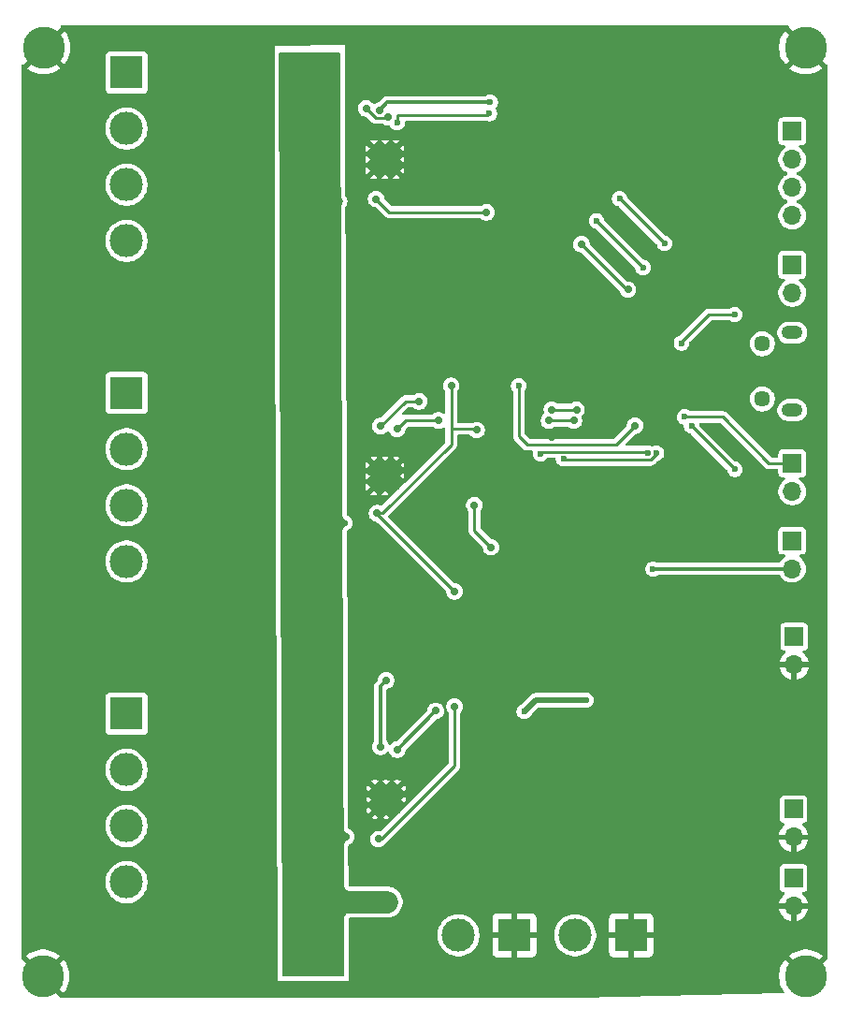
<source format=gbr>
%TF.GenerationSoftware,KiCad,Pcbnew,9.0.0*%
%TF.CreationDate,2025-05-08T18:28:11-07:00*%
%TF.ProjectId,Motor_Controller_Board_v1,4d6f746f-725f-4436-9f6e-74726f6c6c65,v1*%
%TF.SameCoordinates,Original*%
%TF.FileFunction,Copper,L2,Bot*%
%TF.FilePolarity,Positive*%
%FSLAX46Y46*%
G04 Gerber Fmt 4.6, Leading zero omitted, Abs format (unit mm)*
G04 Created by KiCad (PCBNEW 9.0.0) date 2025-05-08 18:28:11*
%MOMM*%
%LPD*%
G01*
G04 APERTURE LIST*
%TA.AperFunction,ComponentPad*%
%ADD10R,3.000000X3.000000*%
%TD*%
%TA.AperFunction,ComponentPad*%
%ADD11C,3.000000*%
%TD*%
%TA.AperFunction,ComponentPad*%
%ADD12R,1.700000X1.700000*%
%TD*%
%TA.AperFunction,ComponentPad*%
%ADD13O,1.700000X1.700000*%
%TD*%
%TA.AperFunction,ComponentPad*%
%ADD14C,3.800000*%
%TD*%
%TA.AperFunction,HeatsinkPad*%
%ADD15C,0.500000*%
%TD*%
%TA.AperFunction,HeatsinkPad*%
%ADD16R,2.500000X2.500000*%
%TD*%
%TA.AperFunction,HeatsinkPad*%
%ADD17O,1.900000X1.200000*%
%TD*%
%TA.AperFunction,HeatsinkPad*%
%ADD18C,1.450000*%
%TD*%
%TA.AperFunction,ViaPad*%
%ADD19C,0.700000*%
%TD*%
%TA.AperFunction,ViaPad*%
%ADD20C,0.600000*%
%TD*%
%TA.AperFunction,Conductor*%
%ADD21C,0.250000*%
%TD*%
%TA.AperFunction,Conductor*%
%ADD22C,0.300000*%
%TD*%
%TA.AperFunction,Conductor*%
%ADD23C,0.600000*%
%TD*%
%TA.AperFunction,Conductor*%
%ADD24C,2.000000*%
%TD*%
%TA.AperFunction,Conductor*%
%ADD25C,0.500000*%
%TD*%
G04 APERTURE END LIST*
D10*
%TO.P,J401,1,Pin_1*%
%TO.N,/Stepper Drivers/AGITATE_1B*%
X124000000Y-72750000D03*
D11*
%TO.P,J401,2,Pin_2*%
%TO.N,/Stepper Drivers/AGITATE_1A*%
X124000000Y-77830000D03*
%TO.P,J401,3,Pin_3*%
%TO.N,/Stepper Drivers/AGITATE_2A*%
X124000000Y-82910000D03*
%TO.P,J401,4,Pin_4*%
%TO.N,/Stepper Drivers/AGITATE_2B*%
X124000000Y-87990000D03*
%TD*%
D12*
%TO.P,J301,1,Pin_1*%
%TO.N,unconnected-(J301-Pin_1-Pad1)*%
X184275000Y-78080000D03*
D13*
%TO.P,J301,2,Pin_2*%
%TO.N,/Microcontroller/RXD*%
X184275000Y-80620000D03*
%TO.P,J301,3,Pin_3*%
%TO.N,/Microcontroller/TXD*%
X184275000Y-83160000D03*
%TO.P,J301,4,Pin_4*%
%TO.N,unconnected-(J301-Pin_4-Pad4)*%
X184275000Y-85700000D03*
%TD*%
D14*
%TO.P,H201,1,1*%
%TO.N,GND*%
X116500000Y-70500000D03*
%TD*%
%TO.P,H204,1,1*%
%TO.N,GND*%
X116420000Y-154500000D03*
%TD*%
%TO.P,H203,1,1*%
%TO.N,GND*%
X185500000Y-154500000D03*
%TD*%
D10*
%TO.P,J403,1,Pin_1*%
%TO.N,/Stepper Drivers/VERTICAL_1B*%
X124000000Y-101750000D03*
D11*
%TO.P,J403,2,Pin_2*%
%TO.N,/Stepper Drivers/VERTICAL_1A*%
X124000000Y-106830000D03*
%TO.P,J403,3,Pin_3*%
%TO.N,/Stepper Drivers/VERTICAL_2A*%
X124000000Y-111910000D03*
%TO.P,J403,4,Pin_4*%
%TO.N,/Stepper Drivers/VERTICAL_2B*%
X124000000Y-116990000D03*
%TD*%
D12*
%TO.P,J304,1,Pin_1*%
%TO.N,/Microcontroller/VERTICAL_SWITCH*%
X184275000Y-108120000D03*
D13*
%TO.P,J304,2,Pin_2*%
%TO.N,+3.3V*%
X184275000Y-110660000D03*
%TD*%
D12*
%TO.P,J206,1,Pin_1*%
%TO.N,/Power Supply/DIGITAL_POWER_+24V*%
X184400000Y-139400000D03*
D13*
%TO.P,J206,2,Pin_2*%
%TO.N,GND*%
X184400000Y-141940000D03*
%TD*%
D12*
%TO.P,J305,1,Pin_1*%
%TO.N,/Microcontroller/HORIZONTAL_SWITCH*%
X184275000Y-115120000D03*
D13*
%TO.P,J305,2,Pin_2*%
%TO.N,+3.3V*%
X184275000Y-117660000D03*
%TD*%
D12*
%TO.P,J303,1,Pin_1*%
%TO.N,+3.3V*%
X184275000Y-90160000D03*
D13*
%TO.P,J303,2,Pin_2*%
%TO.N,/Microcontroller/AGITATION_SWITCH*%
X184275000Y-92700000D03*
%TD*%
D12*
%TO.P,J207,1,Pin_1*%
%TO.N,/Power Supply/DIGITAL_POWER_+24V*%
X184400000Y-145625000D03*
D13*
%TO.P,J207,2,Pin_2*%
%TO.N,GND*%
X184400000Y-148165000D03*
%TD*%
D15*
%TO.P,U401,29,GND*%
%TO.N,GND*%
X146400000Y-81620000D03*
X147400000Y-81620000D03*
X148400000Y-81620000D03*
X146400000Y-80620000D03*
X147400000Y-80620000D03*
D16*
X147400000Y-80620000D03*
D15*
X148400000Y-80620000D03*
X146400000Y-79620000D03*
X147400000Y-79620000D03*
X148400000Y-79620000D03*
%TD*%
D10*
%TO.P,J203,1,Pin_1*%
%TO.N,GND*%
X159140000Y-150800000D03*
D11*
%TO.P,J203,2,Pin_2*%
%TO.N,+24V*%
X154060000Y-150800000D03*
%TD*%
D17*
%TO.P,J302,6,Shield*%
%TO.N,unconnected-(J302-Shield-Pad6)_6*%
X184275000Y-103300000D03*
D18*
%TO.N,unconnected-(J302-Shield-Pad6)_4*%
X181575000Y-102300000D03*
%TO.N,unconnected-(J302-Shield-Pad6)_1*%
X181575000Y-97300000D03*
D17*
%TO.N,unconnected-(J302-Shield-Pad6)*%
X184275000Y-96300000D03*
%TD*%
D15*
%TO.P,U403,29,GND*%
%TO.N,GND*%
X146400000Y-110250000D03*
X147400000Y-110250000D03*
X148400000Y-110250000D03*
X146400000Y-109250000D03*
X147400000Y-109250000D03*
D16*
X147400000Y-109250000D03*
D15*
X148400000Y-109250000D03*
X146400000Y-108250000D03*
X147400000Y-108250000D03*
X148400000Y-108250000D03*
%TD*%
D10*
%TO.P,J402,1,Pin_1*%
%TO.N,/Stepper Drivers/HORIZONTAL_1B*%
X124000000Y-130760000D03*
D11*
%TO.P,J402,2,Pin_2*%
%TO.N,/Stepper Drivers/HORIZONTAL_1A*%
X124000000Y-135840000D03*
%TO.P,J402,3,Pin_3*%
%TO.N,/Stepper Drivers/HORIZONTAL_2A*%
X124000000Y-140920000D03*
%TO.P,J402,4,Pin_4*%
%TO.N,/Stepper Drivers/HORIZONTAL_2B*%
X124000000Y-146000000D03*
%TD*%
D15*
%TO.P,U402,29,GND*%
%TO.N,GND*%
X146500000Y-139500000D03*
X147500000Y-139500000D03*
X148500000Y-139500000D03*
X146500000Y-138500000D03*
X147500000Y-138500000D03*
D16*
X147500000Y-138500000D03*
D15*
X148500000Y-138500000D03*
X146500000Y-137500000D03*
X147500000Y-137500000D03*
X148500000Y-137500000D03*
%TD*%
D14*
%TO.P,H202,1,1*%
%TO.N,GND*%
X185500000Y-70500000D03*
%TD*%
D10*
%TO.P,J201,1,Pin_1*%
%TO.N,GND*%
X169700000Y-150800000D03*
D11*
%TO.P,J201,2,Pin_2*%
%TO.N,/Power Supply/DIGITAL_POWER_+24V*%
X164620000Y-150800000D03*
%TD*%
D12*
%TO.P,J202,1,Pin_1*%
%TO.N,+5V*%
X184450000Y-123800000D03*
D13*
%TO.P,J202,2,Pin_2*%
%TO.N,GND*%
X184450000Y-126340000D03*
%TD*%
D19*
%TO.N,GND*%
X148600000Y-70300000D03*
%TO.N,/Stepper Drivers/A_VREF*%
X145700000Y-76000000D03*
X147700000Y-76800000D03*
%TO.N,AGITATION_DIR*%
X146900000Y-76200000D03*
%TO.N,+24V*%
X143000000Y-118000000D03*
D20*
X138200000Y-90932000D03*
X140208000Y-75184000D03*
D19*
X143400000Y-147795000D03*
D20*
X140716000Y-133000000D03*
D19*
X143887500Y-141887500D03*
D20*
X141224000Y-75184000D03*
X143750000Y-113500000D03*
D19*
X142950000Y-86500000D03*
D20*
X138170000Y-92160000D03*
X143300000Y-84400000D03*
X141550000Y-133000000D03*
X140700000Y-119380000D03*
X142190000Y-104190000D03*
X140970000Y-120015000D03*
X142450000Y-89370000D03*
X141732000Y-103632000D03*
D19*
%TO.N,GND*%
X177175000Y-77300000D03*
D20*
X162260000Y-137390000D03*
D19*
X158250000Y-116750000D03*
X145100000Y-101400000D03*
X132775000Y-118000000D03*
X137025000Y-78600000D03*
X173500000Y-92500000D03*
X174750000Y-105750000D03*
X171750000Y-101750000D03*
D20*
X128270000Y-133350000D03*
X128016000Y-76200000D03*
D19*
X152000000Y-143750000D03*
D20*
X155530000Y-108000000D03*
D19*
X137000000Y-124000000D03*
D20*
X151170000Y-105400000D03*
X128000000Y-74800000D03*
X156240000Y-78520000D03*
D19*
X160500000Y-134500000D03*
X160750000Y-115000000D03*
D20*
X153530000Y-113150000D03*
X128524000Y-123444000D03*
X141000000Y-155545000D03*
D19*
X170500000Y-96250000D03*
X171750000Y-99750000D03*
X165000000Y-99750000D03*
D20*
X182010000Y-106300000D03*
D19*
X162500000Y-105750000D03*
X133625000Y-90925000D03*
D20*
X163500000Y-132150000D03*
X128270000Y-147320000D03*
D19*
X137025000Y-85400000D03*
D20*
X128270000Y-143510000D03*
D19*
X172250000Y-103000000D03*
D20*
X128524000Y-105156000D03*
D19*
X165000000Y-101750000D03*
D20*
X128524000Y-113792000D03*
D19*
X172000000Y-70925000D03*
D20*
X128016000Y-89408000D03*
X180420000Y-98500000D03*
D19*
X182750000Y-72000000D03*
D20*
X172212000Y-108204000D03*
D19*
X163500000Y-109750000D03*
X174500000Y-72000000D03*
X152000000Y-132750000D03*
X156000000Y-137000000D03*
X150200000Y-93950000D03*
X165000000Y-97750000D03*
D20*
X164750000Y-132220000D03*
D19*
X132350000Y-147800000D03*
X163500000Y-112750000D03*
D20*
X128016000Y-88392000D03*
X128524000Y-117856000D03*
D19*
X175250000Y-97500000D03*
X151250000Y-134250000D03*
D20*
X153190000Y-84070000D03*
D19*
X136975000Y-82650000D03*
D20*
X128524000Y-103632000D03*
D19*
X168500000Y-96250000D03*
D20*
X140970000Y-156199000D03*
D19*
X167750000Y-77250000D03*
D20*
X128270000Y-138430000D03*
D19*
X145300000Y-131000000D03*
X165000000Y-71750000D03*
X161500000Y-123250000D03*
X136975000Y-76675000D03*
D20*
X151040000Y-74210000D03*
X179570000Y-102800000D03*
X128016000Y-85344000D03*
%TO.N,+5V*%
X160020000Y-130556000D03*
D19*
X157000000Y-115700000D03*
D20*
X165608000Y-129540000D03*
D19*
X155500000Y-111900000D03*
%TO.N,/Microcontroller/EN*%
X170050000Y-104700000D03*
D20*
X159512000Y-101092000D03*
%TO.N,/Microcontroller/AGITATION_SWITCH*%
X179070000Y-94650000D03*
X174250002Y-97240000D03*
%TO.N,/Microcontroller/VERTICAL_SWITCH*%
X174545000Y-103920000D03*
%TO.N,/Microcontroller/HORIZONTAL_SWITCH*%
X175170000Y-104730000D03*
X179090000Y-108660000D03*
%TO.N,AGITATION_STEP*%
X166550000Y-86170000D03*
X148500000Y-77310000D03*
X170760000Y-90390000D03*
X156860000Y-76480000D03*
D19*
%TO.N,HORIZONTAL_DIR*%
X147000000Y-133750000D03*
D20*
X161500000Y-107250000D03*
D19*
X147500000Y-127750000D03*
D20*
X171196000Y-107188000D03*
D19*
%TO.N,VERTICAL_STEP*%
X162250000Y-104250000D03*
X148500000Y-105000000D03*
X152250000Y-104250000D03*
X164500000Y-104250000D03*
D20*
%TO.N,HORIZONTAL_STEP*%
X163565000Y-107685000D03*
X171996003Y-107188000D03*
D19*
X148500000Y-134000000D03*
X152000000Y-130500000D03*
%TO.N,VERTICAL_DIR*%
X162500000Y-103250000D03*
X147000000Y-104750000D03*
X150500000Y-102500000D03*
X164750000Y-103250000D03*
D20*
%TO.N,AGITATION_DIR*%
X172720000Y-88220000D03*
X168640000Y-84170000D03*
X156930000Y-75470000D03*
%TO.N,+3.3V*%
X171680000Y-117670000D03*
D19*
%TO.N,DRIVER_ENABLE*%
X153400000Y-101100000D03*
X155700000Y-105100000D03*
X156600000Y-85400000D03*
X153700000Y-130100000D03*
X153700000Y-119700000D03*
X146800000Y-142100000D03*
X165200000Y-88300000D03*
X146692587Y-112633005D03*
X169400000Y-92400000D03*
X146600000Y-84200000D03*
%TD*%
D21*
%TO.N,/Stepper Drivers/A_VREF*%
X146576000Y-76876000D02*
X145700000Y-76000000D01*
X147624000Y-76876000D02*
X146576000Y-76876000D01*
X147700000Y-76800000D02*
X147624000Y-76876000D01*
D22*
%TO.N,AGITATION_DIR*%
X147630000Y-75470000D02*
X156930000Y-75470000D01*
X146900000Y-76200000D02*
X147630000Y-75470000D01*
D23*
%TO.N,+24V*%
X143887500Y-147307500D02*
X143400000Y-147795000D01*
X143887500Y-147000000D02*
X143887500Y-147307500D01*
D24*
X147595000Y-147795000D02*
X143400000Y-147795000D01*
D21*
%TO.N,+5V*%
X155500000Y-111900000D02*
X155500000Y-114200000D01*
D25*
X160020000Y-130556000D02*
X161036000Y-129540000D01*
X161036000Y-129540000D02*
X165608000Y-129540000D01*
D21*
X155500000Y-114200000D02*
X157000000Y-115700000D01*
%TO.N,/Microcontroller/EN*%
X159512000Y-105664000D02*
X160274000Y-106426000D01*
X160274000Y-106426000D02*
X168324000Y-106426000D01*
X159512000Y-101092000D02*
X159512000Y-105664000D01*
X168324000Y-106426000D02*
X170050000Y-104700000D01*
%TO.N,/Microcontroller/AGITATION_SWITCH*%
X179070000Y-94650000D02*
X176720000Y-94650000D01*
X174130000Y-97240000D02*
X174250002Y-97240000D01*
X176720000Y-94650000D02*
X174130000Y-97240000D01*
%TO.N,/Microcontroller/VERTICAL_SWITCH*%
X177980000Y-103920000D02*
X182180000Y-108120000D01*
X182180000Y-108120000D02*
X184275000Y-108120000D01*
X174545000Y-103920000D02*
X177980000Y-103920000D01*
%TO.N,/Microcontroller/HORIZONTAL_SWITCH*%
X179090000Y-108660000D02*
X175170000Y-104740000D01*
X175170000Y-104740000D02*
X175170000Y-104730000D01*
%TO.N,AGITATION_STEP*%
X156760000Y-76580000D02*
X156860000Y-76480000D01*
D22*
X166550000Y-86180000D02*
X170760000Y-90390000D01*
D21*
X148500000Y-76580000D02*
X156760000Y-76580000D01*
X148500000Y-77310000D02*
X148500000Y-76580000D01*
D22*
X166550000Y-86170000D02*
X166550000Y-86180000D01*
D21*
%TO.N,HORIZONTAL_DIR*%
X171196000Y-107188000D02*
X171067000Y-107059000D01*
X171067000Y-107059000D02*
X161691000Y-107059000D01*
D22*
X147000000Y-133750000D02*
X147000000Y-128250000D01*
D21*
X161691000Y-107059000D02*
X161500000Y-107250000D01*
D22*
X147000000Y-128250000D02*
X147500000Y-127750000D01*
D21*
%TO.N,VERTICAL_STEP*%
X152250000Y-104250000D02*
X149250000Y-104250000D01*
X149250000Y-104250000D02*
X148500000Y-105000000D01*
X164500000Y-104250000D02*
X162250000Y-104250000D01*
%TO.N,HORIZONTAL_STEP*%
X171996003Y-107273295D02*
X171455298Y-107814000D01*
X171455298Y-107814000D02*
X163694000Y-107814000D01*
X163694000Y-107814000D02*
X163565000Y-107685000D01*
X171996003Y-107188000D02*
X171996003Y-107273295D01*
D22*
X148500000Y-134000000D02*
X152000000Y-130500000D01*
D21*
%TO.N,VERTICAL_DIR*%
X150500000Y-102500000D02*
X149250000Y-102500000D01*
X164750000Y-103250000D02*
X162500000Y-103250000D01*
X149250000Y-102500000D02*
X147000000Y-104750000D01*
D22*
%TO.N,AGITATION_DIR*%
X168640000Y-84170000D02*
X168670000Y-84170000D01*
X168670000Y-84170000D02*
X172720000Y-88220000D01*
%TO.N,+3.3V*%
X182260000Y-117670000D02*
X182270000Y-117660000D01*
X182260000Y-117670000D02*
X171680000Y-117670000D01*
X182270000Y-117660000D02*
X184275000Y-117660000D01*
D21*
%TO.N,DRIVER_ENABLE*%
X146692587Y-112692587D02*
X146692587Y-112633005D01*
X153400000Y-106402000D02*
X153400000Y-105000000D01*
X146692587Y-112633005D02*
X147168995Y-112633005D01*
X169400000Y-92400000D02*
X169300000Y-92400000D01*
X156600000Y-85400000D02*
X147800000Y-85400000D01*
X146800000Y-142100000D02*
X147052000Y-142100000D01*
X147168995Y-112633005D02*
X153400000Y-106402000D01*
X153700000Y-135452000D02*
X153700000Y-130100000D01*
X147052000Y-142100000D02*
X153700000Y-135452000D01*
X169300000Y-92400000D02*
X165200000Y-88300000D01*
X155600000Y-105000000D02*
X155700000Y-105100000D01*
X147800000Y-85400000D02*
X146600000Y-84200000D01*
X153400000Y-105000000D02*
X155600000Y-105000000D01*
X153400000Y-105000000D02*
X153400000Y-101100000D01*
X153700000Y-119700000D02*
X146692587Y-112692587D01*
%TD*%
%TA.AperFunction,Conductor*%
%TO.N,GND*%
G36*
X183932353Y-68520185D02*
G01*
X183978108Y-68572989D01*
X183989119Y-68631453D01*
X183988900Y-68635346D01*
X184917263Y-69563709D01*
X184783398Y-69660967D01*
X184660967Y-69783398D01*
X184563709Y-69917263D01*
X183635345Y-68988899D01*
X183539568Y-69109001D01*
X183396152Y-69337247D01*
X183279198Y-69580104D01*
X183279192Y-69580118D01*
X183190167Y-69834536D01*
X183190163Y-69834548D01*
X183130181Y-70097348D01*
X183130178Y-70097366D01*
X183100000Y-70365212D01*
X183100000Y-70634787D01*
X183130178Y-70902633D01*
X183130181Y-70902651D01*
X183190163Y-71165451D01*
X183190167Y-71165463D01*
X183279192Y-71419881D01*
X183279198Y-71419895D01*
X183396152Y-71662752D01*
X183539568Y-71890998D01*
X183635346Y-72011099D01*
X184563708Y-71082736D01*
X184660967Y-71216602D01*
X184783398Y-71339033D01*
X184917262Y-71436290D01*
X183988899Y-72364652D01*
X183988900Y-72364653D01*
X184108993Y-72460427D01*
X184108997Y-72460429D01*
X184337247Y-72603847D01*
X184580104Y-72720801D01*
X184580118Y-72720807D01*
X184834536Y-72809832D01*
X184834548Y-72809836D01*
X185097348Y-72869818D01*
X185097366Y-72869821D01*
X185365212Y-72899999D01*
X185365216Y-72900000D01*
X185634784Y-72900000D01*
X185634787Y-72899999D01*
X185902633Y-72869821D01*
X185902651Y-72869818D01*
X186165451Y-72809836D01*
X186165463Y-72809832D01*
X186419881Y-72720807D01*
X186419895Y-72720801D01*
X186662752Y-72603847D01*
X186890999Y-72460431D01*
X187011098Y-72364653D01*
X187011099Y-72364652D01*
X186082737Y-71436290D01*
X186216602Y-71339033D01*
X186339033Y-71216602D01*
X186436290Y-71082737D01*
X187364651Y-72011098D01*
X187368547Y-72010880D01*
X187436585Y-72026775D01*
X187485229Y-72076930D01*
X187499500Y-72134685D01*
X187499500Y-152865313D01*
X187479815Y-152932352D01*
X187427011Y-152978107D01*
X187368549Y-152989118D01*
X187364652Y-152988899D01*
X186436289Y-153917261D01*
X186339033Y-153783398D01*
X186216602Y-153660967D01*
X186082736Y-153563709D01*
X187011099Y-152635346D01*
X186890998Y-152539568D01*
X186662752Y-152396152D01*
X186419895Y-152279198D01*
X186419881Y-152279192D01*
X186165463Y-152190167D01*
X186165451Y-152190163D01*
X185902651Y-152130181D01*
X185902633Y-152130178D01*
X185634787Y-152100000D01*
X185365212Y-152100000D01*
X185097366Y-152130178D01*
X185097348Y-152130181D01*
X184834548Y-152190163D01*
X184834536Y-152190167D01*
X184580118Y-152279192D01*
X184580104Y-152279198D01*
X184337247Y-152396152D01*
X184109001Y-152539568D01*
X183988899Y-152635345D01*
X184917263Y-153563709D01*
X184783398Y-153660967D01*
X184660967Y-153783398D01*
X184563709Y-153917263D01*
X183635345Y-152988899D01*
X183539568Y-153109001D01*
X183396152Y-153337247D01*
X183279198Y-153580104D01*
X183279192Y-153580118D01*
X183190167Y-153834536D01*
X183190163Y-153834548D01*
X183130181Y-154097348D01*
X183130178Y-154097366D01*
X183100000Y-154365212D01*
X183100000Y-154634787D01*
X183130178Y-154902633D01*
X183130181Y-154902651D01*
X183190163Y-155165451D01*
X183190167Y-155165463D01*
X183279192Y-155419881D01*
X183279198Y-155419895D01*
X183396152Y-155662752D01*
X183531849Y-155878714D01*
X183550849Y-155945951D01*
X183530481Y-156012786D01*
X183477213Y-156058000D01*
X183429740Y-156068652D01*
X164915441Y-156499466D01*
X164912556Y-156499500D01*
X144145000Y-156499500D01*
X144145000Y-154940000D01*
X144135692Y-154940000D01*
X144116258Y-150675441D01*
X152159500Y-150675441D01*
X152159500Y-150924558D01*
X152159501Y-150924575D01*
X152192017Y-151171561D01*
X152256498Y-151412207D01*
X152351830Y-151642361D01*
X152351837Y-151642376D01*
X152476400Y-151858126D01*
X152628060Y-152055774D01*
X152628066Y-152055781D01*
X152804218Y-152231933D01*
X152804225Y-152231939D01*
X153001873Y-152383599D01*
X153217623Y-152508162D01*
X153217638Y-152508169D01*
X153293443Y-152539568D01*
X153447793Y-152603502D01*
X153688435Y-152667982D01*
X153935435Y-152700500D01*
X153935442Y-152700500D01*
X154184558Y-152700500D01*
X154184565Y-152700500D01*
X154431565Y-152667982D01*
X154672207Y-152603502D01*
X154902373Y-152508164D01*
X155118127Y-152383599D01*
X155315776Y-152231938D01*
X155491938Y-152055776D01*
X155643599Y-151858127D01*
X155768164Y-151642373D01*
X155863502Y-151412207D01*
X155927982Y-151171565D01*
X155960500Y-150924565D01*
X155960500Y-150675435D01*
X155927982Y-150428435D01*
X155863502Y-150187793D01*
X155768164Y-149957627D01*
X155643599Y-149741873D01*
X155491938Y-149544224D01*
X155491933Y-149544218D01*
X155315781Y-149368066D01*
X155315774Y-149368060D01*
X155288624Y-149347227D01*
X155164723Y-149252155D01*
X157140000Y-149252155D01*
X157140000Y-150550000D01*
X158420936Y-150550000D01*
X158409207Y-150578316D01*
X158380000Y-150725147D01*
X158380000Y-150874853D01*
X158409207Y-151021684D01*
X158420936Y-151050000D01*
X157140000Y-151050000D01*
X157140000Y-152347844D01*
X157146401Y-152407372D01*
X157146403Y-152407379D01*
X157196645Y-152542086D01*
X157196649Y-152542093D01*
X157282809Y-152657187D01*
X157282812Y-152657190D01*
X157397906Y-152743350D01*
X157397913Y-152743354D01*
X157532620Y-152793596D01*
X157532627Y-152793598D01*
X157592155Y-152799999D01*
X157592172Y-152800000D01*
X158890000Y-152800000D01*
X158890000Y-151519064D01*
X158918316Y-151530793D01*
X159065147Y-151560000D01*
X159214853Y-151560000D01*
X159361684Y-151530793D01*
X159390000Y-151519064D01*
X159390000Y-152800000D01*
X160687828Y-152800000D01*
X160687844Y-152799999D01*
X160747372Y-152793598D01*
X160747379Y-152793596D01*
X160882086Y-152743354D01*
X160882093Y-152743350D01*
X160997187Y-152657190D01*
X160997190Y-152657187D01*
X161083350Y-152542093D01*
X161083354Y-152542086D01*
X161133596Y-152407379D01*
X161133598Y-152407372D01*
X161139999Y-152347844D01*
X161140000Y-152347827D01*
X161140000Y-151050000D01*
X159859064Y-151050000D01*
X159870793Y-151021684D01*
X159900000Y-150874853D01*
X159900000Y-150725147D01*
X159890113Y-150675441D01*
X162719500Y-150675441D01*
X162719500Y-150924558D01*
X162719501Y-150924575D01*
X162752017Y-151171561D01*
X162816498Y-151412207D01*
X162911830Y-151642361D01*
X162911837Y-151642376D01*
X163036400Y-151858126D01*
X163188060Y-152055774D01*
X163188066Y-152055781D01*
X163364218Y-152231933D01*
X163364225Y-152231939D01*
X163561873Y-152383599D01*
X163777623Y-152508162D01*
X163777638Y-152508169D01*
X163853443Y-152539568D01*
X164007793Y-152603502D01*
X164248435Y-152667982D01*
X164495435Y-152700500D01*
X164495442Y-152700500D01*
X164744558Y-152700500D01*
X164744565Y-152700500D01*
X164991565Y-152667982D01*
X165232207Y-152603502D01*
X165462373Y-152508164D01*
X165678127Y-152383599D01*
X165875776Y-152231938D01*
X166051938Y-152055776D01*
X166203599Y-151858127D01*
X166328164Y-151642373D01*
X166423502Y-151412207D01*
X166487982Y-151171565D01*
X166520500Y-150924565D01*
X166520500Y-150675435D01*
X166487982Y-150428435D01*
X166423502Y-150187793D01*
X166328164Y-149957627D01*
X166203599Y-149741873D01*
X166051938Y-149544224D01*
X166051933Y-149544218D01*
X165875781Y-149368066D01*
X165875774Y-149368060D01*
X165848624Y-149347227D01*
X165724723Y-149252155D01*
X167700000Y-149252155D01*
X167700000Y-150550000D01*
X168980936Y-150550000D01*
X168969207Y-150578316D01*
X168940000Y-150725147D01*
X168940000Y-150874853D01*
X168969207Y-151021684D01*
X168980936Y-151050000D01*
X167700000Y-151050000D01*
X167700000Y-152347844D01*
X167706401Y-152407372D01*
X167706403Y-152407379D01*
X167756645Y-152542086D01*
X167756649Y-152542093D01*
X167842809Y-152657187D01*
X167842812Y-152657190D01*
X167957906Y-152743350D01*
X167957913Y-152743354D01*
X168092620Y-152793596D01*
X168092627Y-152793598D01*
X168152155Y-152799999D01*
X168152172Y-152800000D01*
X169450000Y-152800000D01*
X169450000Y-151519064D01*
X169478316Y-151530793D01*
X169625147Y-151560000D01*
X169774853Y-151560000D01*
X169921684Y-151530793D01*
X169950000Y-151519064D01*
X169950000Y-152800000D01*
X171247828Y-152800000D01*
X171247844Y-152799999D01*
X171307372Y-152793598D01*
X171307379Y-152793596D01*
X171442086Y-152743354D01*
X171442093Y-152743350D01*
X171557187Y-152657190D01*
X171592904Y-152609480D01*
X171592905Y-152609478D01*
X171643350Y-152542093D01*
X171643354Y-152542086D01*
X171693596Y-152407379D01*
X171693598Y-152407372D01*
X171699999Y-152347844D01*
X171700000Y-152347827D01*
X171700000Y-151050000D01*
X170419064Y-151050000D01*
X170430793Y-151021684D01*
X170460000Y-150874853D01*
X170460000Y-150725147D01*
X170430793Y-150578316D01*
X170419064Y-150550000D01*
X171700000Y-150550000D01*
X171700000Y-149252172D01*
X171699999Y-149252155D01*
X171693598Y-149192627D01*
X171693596Y-149192620D01*
X171643354Y-149057913D01*
X171643350Y-149057906D01*
X171557190Y-148942812D01*
X171557187Y-148942809D01*
X171442093Y-148856649D01*
X171442086Y-148856645D01*
X171307379Y-148806403D01*
X171307372Y-148806401D01*
X171247844Y-148800000D01*
X169950000Y-148800000D01*
X169950000Y-150080935D01*
X169921684Y-150069207D01*
X169774853Y-150040000D01*
X169625147Y-150040000D01*
X169478316Y-150069207D01*
X169450000Y-150080935D01*
X169450000Y-148800000D01*
X168152155Y-148800000D01*
X168092627Y-148806401D01*
X168092620Y-148806403D01*
X167957913Y-148856645D01*
X167957906Y-148856649D01*
X167842812Y-148942809D01*
X167842809Y-148942812D01*
X167756649Y-149057906D01*
X167756645Y-149057913D01*
X167706403Y-149192620D01*
X167706401Y-149192627D01*
X167700000Y-149252155D01*
X165724723Y-149252155D01*
X165678126Y-149216400D01*
X165462376Y-149091837D01*
X165462361Y-149091830D01*
X165232207Y-148996498D01*
X165218451Y-148992812D01*
X164991565Y-148932018D01*
X164991564Y-148932017D01*
X164991561Y-148932017D01*
X164744575Y-148899501D01*
X164744570Y-148899500D01*
X164744565Y-148899500D01*
X164495435Y-148899500D01*
X164495429Y-148899500D01*
X164495424Y-148899501D01*
X164248438Y-148932017D01*
X164007792Y-148996498D01*
X163777638Y-149091830D01*
X163777623Y-149091837D01*
X163561873Y-149216400D01*
X163364225Y-149368060D01*
X163364218Y-149368066D01*
X163188066Y-149544218D01*
X163188060Y-149544225D01*
X163036400Y-149741873D01*
X162911837Y-149957623D01*
X162911830Y-149957638D01*
X162816498Y-150187792D01*
X162752017Y-150428438D01*
X162719501Y-150675424D01*
X162719500Y-150675441D01*
X159890113Y-150675441D01*
X159870793Y-150578316D01*
X159859064Y-150550000D01*
X161140000Y-150550000D01*
X161140000Y-149252172D01*
X161139999Y-149252155D01*
X161133598Y-149192627D01*
X161133596Y-149192620D01*
X161083354Y-149057913D01*
X161083350Y-149057906D01*
X160997190Y-148942812D01*
X160997187Y-148942809D01*
X160882093Y-148856649D01*
X160882086Y-148856645D01*
X160747379Y-148806403D01*
X160747372Y-148806401D01*
X160687844Y-148800000D01*
X159390000Y-148800000D01*
X159390000Y-150080935D01*
X159361684Y-150069207D01*
X159214853Y-150040000D01*
X159065147Y-150040000D01*
X158918316Y-150069207D01*
X158890000Y-150080935D01*
X158890000Y-148800000D01*
X157592155Y-148800000D01*
X157532627Y-148806401D01*
X157532620Y-148806403D01*
X157397913Y-148856645D01*
X157397906Y-148856649D01*
X157282812Y-148942809D01*
X157282809Y-148942812D01*
X157196649Y-149057906D01*
X157196645Y-149057913D01*
X157146403Y-149192620D01*
X157146401Y-149192627D01*
X157140000Y-149252155D01*
X155164723Y-149252155D01*
X155118126Y-149216400D01*
X154902376Y-149091837D01*
X154902361Y-149091830D01*
X154672207Y-148996498D01*
X154658451Y-148992812D01*
X154431565Y-148932018D01*
X154431564Y-148932017D01*
X154431561Y-148932017D01*
X154184575Y-148899501D01*
X154184570Y-148899500D01*
X154184565Y-148899500D01*
X153935435Y-148899500D01*
X153935429Y-148899500D01*
X153935424Y-148899501D01*
X153688438Y-148932017D01*
X153447792Y-148996498D01*
X153217638Y-149091830D01*
X153217623Y-149091837D01*
X153001873Y-149216400D01*
X152804225Y-149368060D01*
X152804218Y-149368066D01*
X152628066Y-149544218D01*
X152628060Y-149544225D01*
X152476400Y-149741873D01*
X152351837Y-149957623D01*
X152351830Y-149957638D01*
X152256498Y-150187792D01*
X152192017Y-150428438D01*
X152159501Y-150675424D01*
X152159500Y-150675441D01*
X144116258Y-150675441D01*
X144110082Y-149320064D01*
X144129461Y-149252937D01*
X144182056Y-149206942D01*
X144234081Y-149195500D01*
X147705221Y-149195500D01*
X147705222Y-149195500D01*
X147922951Y-149161015D01*
X148132606Y-149092895D01*
X148329022Y-148992815D01*
X148507365Y-148863242D01*
X148663242Y-148707365D01*
X148792815Y-148529022D01*
X148892895Y-148332606D01*
X148961015Y-148122951D01*
X148993951Y-147915000D01*
X183072769Y-147915000D01*
X183966988Y-147915000D01*
X183934075Y-147972007D01*
X183900000Y-148099174D01*
X183900000Y-148230826D01*
X183934075Y-148357993D01*
X183966988Y-148415000D01*
X183072769Y-148415000D01*
X183083242Y-148481126D01*
X183083242Y-148481129D01*
X183148904Y-148683217D01*
X183245379Y-148872557D01*
X183370272Y-149044459D01*
X183370276Y-149044464D01*
X183520535Y-149194723D01*
X183520540Y-149194727D01*
X183692442Y-149319620D01*
X183881782Y-149416095D01*
X184083871Y-149481757D01*
X184150000Y-149492231D01*
X184150000Y-148598012D01*
X184207007Y-148630925D01*
X184334174Y-148665000D01*
X184465826Y-148665000D01*
X184592993Y-148630925D01*
X184650000Y-148598012D01*
X184650000Y-149492230D01*
X184716126Y-149481757D01*
X184716129Y-149481757D01*
X184918217Y-149416095D01*
X185107557Y-149319620D01*
X185279459Y-149194727D01*
X185279464Y-149194723D01*
X185429723Y-149044464D01*
X185429727Y-149044459D01*
X185554620Y-148872557D01*
X185651095Y-148683217D01*
X185716757Y-148481129D01*
X185716757Y-148481126D01*
X185727231Y-148415000D01*
X184833012Y-148415000D01*
X184865925Y-148357993D01*
X184900000Y-148230826D01*
X184900000Y-148099174D01*
X184865925Y-147972007D01*
X184833012Y-147915000D01*
X185727231Y-147915000D01*
X185716757Y-147848873D01*
X185716757Y-147848870D01*
X185651095Y-147646782D01*
X185554620Y-147457442D01*
X185429727Y-147285540D01*
X185429723Y-147285535D01*
X185279464Y-147135276D01*
X185279459Y-147135272D01*
X185228464Y-147098222D01*
X185185798Y-147042892D01*
X185179819Y-146973279D01*
X185212424Y-146911484D01*
X185273263Y-146877127D01*
X185281944Y-146875431D01*
X185375304Y-146860646D01*
X185488342Y-146803050D01*
X185578050Y-146713342D01*
X185635646Y-146600304D01*
X185635646Y-146600302D01*
X185635647Y-146600301D01*
X185650499Y-146506524D01*
X185650500Y-146506519D01*
X185650499Y-144743482D01*
X185635646Y-144649696D01*
X185578050Y-144536658D01*
X185578046Y-144536654D01*
X185578045Y-144536652D01*
X185488347Y-144446954D01*
X185488344Y-144446952D01*
X185488342Y-144446950D01*
X185411517Y-144407805D01*
X185375301Y-144389352D01*
X185281524Y-144374500D01*
X183518482Y-144374500D01*
X183437519Y-144387323D01*
X183424696Y-144389354D01*
X183311658Y-144446950D01*
X183311657Y-144446951D01*
X183311652Y-144446954D01*
X183221954Y-144536652D01*
X183221951Y-144536657D01*
X183164352Y-144649698D01*
X183149500Y-144743475D01*
X183149500Y-146506517D01*
X183160292Y-146574657D01*
X183164354Y-146600304D01*
X183221950Y-146713342D01*
X183221952Y-146713344D01*
X183221954Y-146713347D01*
X183311652Y-146803045D01*
X183311654Y-146803046D01*
X183311658Y-146803050D01*
X183424694Y-146860645D01*
X183424698Y-146860647D01*
X183518047Y-146875432D01*
X183581182Y-146905361D01*
X183618113Y-146964673D01*
X183617115Y-147034535D01*
X183578505Y-147092768D01*
X183571535Y-147098223D01*
X183520535Y-147135276D01*
X183370276Y-147285535D01*
X183370272Y-147285540D01*
X183245379Y-147457442D01*
X183148904Y-147646782D01*
X183083242Y-147848870D01*
X183083242Y-147848873D01*
X183072769Y-147915000D01*
X148993951Y-147915000D01*
X148995500Y-147905222D01*
X148995500Y-147684778D01*
X148961015Y-147467049D01*
X148902040Y-147285540D01*
X148892896Y-147257396D01*
X148892895Y-147257393D01*
X148811792Y-147098223D01*
X148792815Y-147060978D01*
X148773603Y-147034535D01*
X148663247Y-146882641D01*
X148663243Y-146882636D01*
X148507363Y-146726756D01*
X148507358Y-146726752D01*
X148329025Y-146597187D01*
X148329024Y-146597186D01*
X148329022Y-146597185D01*
X148266096Y-146565122D01*
X148132606Y-146497104D01*
X148132603Y-146497103D01*
X147922952Y-146428985D01*
X147814086Y-146411742D01*
X147705222Y-146394500D01*
X147705221Y-146394500D01*
X144278949Y-146394500D01*
X144270002Y-146392667D01*
X144264291Y-146393631D01*
X144244831Y-146387511D01*
X144230195Y-146384513D01*
X144221945Y-146380985D01*
X144219311Y-146379225D01*
X144172042Y-146359645D01*
X144171318Y-146359336D01*
X144144908Y-146337553D01*
X144118215Y-146316042D01*
X144117982Y-146315344D01*
X144117417Y-146314878D01*
X144106979Y-146282282D01*
X144096151Y-146249748D01*
X144096123Y-146248381D01*
X144096109Y-146248337D01*
X144096121Y-146248290D01*
X144096073Y-146245930D01*
X144079931Y-142703540D01*
X144099309Y-142636418D01*
X144151904Y-142590423D01*
X144156417Y-142588445D01*
X144242995Y-142552584D01*
X144365916Y-142470451D01*
X144470451Y-142365916D01*
X144552584Y-142242995D01*
X144581196Y-142173920D01*
X146049499Y-142173920D01*
X146078340Y-142318907D01*
X146078343Y-142318917D01*
X146134912Y-142455488D01*
X146134919Y-142455501D01*
X146217048Y-142578415D01*
X146217051Y-142578419D01*
X146321580Y-142682948D01*
X146321584Y-142682951D01*
X146444498Y-142765080D01*
X146444511Y-142765087D01*
X146578291Y-142820500D01*
X146581087Y-142821658D01*
X146581091Y-142821658D01*
X146581092Y-142821659D01*
X146726079Y-142850500D01*
X146726082Y-142850500D01*
X146873920Y-142850500D01*
X146971462Y-142831096D01*
X147018913Y-142821658D01*
X147155495Y-142765084D01*
X147278416Y-142682951D01*
X147382951Y-142578416D01*
X147465084Y-142455495D01*
X147473613Y-142434902D01*
X147500489Y-142394678D01*
X148205167Y-141690000D01*
X183072769Y-141690000D01*
X183966988Y-141690000D01*
X183934075Y-141747007D01*
X183900000Y-141874174D01*
X183900000Y-142005826D01*
X183934075Y-142132993D01*
X183966988Y-142190000D01*
X183072769Y-142190000D01*
X183083242Y-142256126D01*
X183083242Y-142256129D01*
X183148904Y-142458217D01*
X183245379Y-142647557D01*
X183370272Y-142819459D01*
X183370276Y-142819464D01*
X183520535Y-142969723D01*
X183520540Y-142969727D01*
X183692442Y-143094620D01*
X183881782Y-143191095D01*
X184083871Y-143256757D01*
X184150000Y-143267231D01*
X184150000Y-142373012D01*
X184207007Y-142405925D01*
X184334174Y-142440000D01*
X184465826Y-142440000D01*
X184592993Y-142405925D01*
X184650000Y-142373012D01*
X184650000Y-143267230D01*
X184716126Y-143256757D01*
X184716129Y-143256757D01*
X184918217Y-143191095D01*
X185107557Y-143094620D01*
X185279459Y-142969727D01*
X185279464Y-142969723D01*
X185429723Y-142819464D01*
X185429727Y-142819459D01*
X185554620Y-142647557D01*
X185651095Y-142458217D01*
X185716757Y-142256129D01*
X185716757Y-142256126D01*
X185727231Y-142190000D01*
X184833012Y-142190000D01*
X184865925Y-142132993D01*
X184900000Y-142005826D01*
X184900000Y-141874174D01*
X184865925Y-141747007D01*
X184833012Y-141690000D01*
X185727231Y-141690000D01*
X185716757Y-141623873D01*
X185716757Y-141623870D01*
X185651095Y-141421782D01*
X185554620Y-141232442D01*
X185429727Y-141060540D01*
X185429723Y-141060535D01*
X185279464Y-140910276D01*
X185279459Y-140910272D01*
X185228464Y-140873222D01*
X185185798Y-140817892D01*
X185179819Y-140748279D01*
X185212424Y-140686484D01*
X185273263Y-140652127D01*
X185281944Y-140650431D01*
X185375304Y-140635646D01*
X185488342Y-140578050D01*
X185578050Y-140488342D01*
X185635646Y-140375304D01*
X185635646Y-140375302D01*
X185635647Y-140375301D01*
X185650499Y-140281524D01*
X185650500Y-140281519D01*
X185650499Y-138518482D01*
X185635646Y-138424696D01*
X185578050Y-138311658D01*
X185578046Y-138311654D01*
X185578045Y-138311652D01*
X185488347Y-138221954D01*
X185488344Y-138221952D01*
X185488342Y-138221950D01*
X185411517Y-138182805D01*
X185375301Y-138164352D01*
X185281524Y-138149500D01*
X183518482Y-138149500D01*
X183437519Y-138162323D01*
X183424696Y-138164354D01*
X183311658Y-138221950D01*
X183311657Y-138221951D01*
X183311652Y-138221954D01*
X183221954Y-138311652D01*
X183221951Y-138311657D01*
X183164352Y-138424698D01*
X183149500Y-138518475D01*
X183149500Y-140281517D01*
X183153662Y-140307792D01*
X183164354Y-140375304D01*
X183221950Y-140488342D01*
X183221952Y-140488344D01*
X183221954Y-140488347D01*
X183311652Y-140578045D01*
X183311654Y-140578046D01*
X183311658Y-140578050D01*
X183424694Y-140635645D01*
X183424698Y-140635647D01*
X183518047Y-140650432D01*
X183581182Y-140680361D01*
X183618113Y-140739673D01*
X183617115Y-140809535D01*
X183578505Y-140867768D01*
X183571535Y-140873223D01*
X183520535Y-140910276D01*
X183370276Y-141060535D01*
X183370272Y-141060540D01*
X183245379Y-141232442D01*
X183148904Y-141421782D01*
X183083242Y-141623870D01*
X183083242Y-141623873D01*
X183072769Y-141690000D01*
X148205167Y-141690000D01*
X154120505Y-135774665D01*
X154189689Y-135654835D01*
X154225501Y-135521183D01*
X154225501Y-135382817D01*
X154225501Y-135375222D01*
X154225500Y-135375204D01*
X154225500Y-130687229D01*
X154243774Y-130624995D01*
X159319499Y-130624995D01*
X159346418Y-130760322D01*
X159346421Y-130760332D01*
X159399221Y-130887804D01*
X159399228Y-130887817D01*
X159475885Y-131002541D01*
X159475888Y-131002545D01*
X159573454Y-131100111D01*
X159573458Y-131100114D01*
X159688182Y-131176771D01*
X159688195Y-131176778D01*
X159796549Y-131221659D01*
X159815672Y-131229580D01*
X159815676Y-131229580D01*
X159815677Y-131229581D01*
X159951004Y-131256500D01*
X159951007Y-131256500D01*
X160088995Y-131256500D01*
X160180041Y-131238389D01*
X160224328Y-131229580D01*
X160351811Y-131176775D01*
X160466542Y-131100114D01*
X160564114Y-131002542D01*
X160640775Y-130887811D01*
X160654415Y-130854877D01*
X160681293Y-130814651D01*
X161269127Y-130226819D01*
X161330450Y-130193334D01*
X161356808Y-130190500D01*
X165323287Y-130190500D01*
X165370739Y-130199938D01*
X165403672Y-130213580D01*
X165403676Y-130213580D01*
X165403677Y-130213581D01*
X165539004Y-130240500D01*
X165539007Y-130240500D01*
X165676995Y-130240500D01*
X165768041Y-130222389D01*
X165812328Y-130213580D01*
X165939811Y-130160775D01*
X166054542Y-130084114D01*
X166152114Y-129986542D01*
X166228775Y-129871811D01*
X166281580Y-129744328D01*
X166290389Y-129700041D01*
X166308500Y-129608995D01*
X166308500Y-129471004D01*
X166281581Y-129335677D01*
X166281580Y-129335676D01*
X166281580Y-129335672D01*
X166237181Y-129228482D01*
X166228778Y-129208195D01*
X166228771Y-129208182D01*
X166152114Y-129093458D01*
X166152111Y-129093454D01*
X166054545Y-128995888D01*
X166054541Y-128995885D01*
X165939817Y-128919228D01*
X165939804Y-128919221D01*
X165812332Y-128866421D01*
X165812322Y-128866418D01*
X165676995Y-128839500D01*
X165676993Y-128839500D01*
X165539007Y-128839500D01*
X165539005Y-128839500D01*
X165403677Y-128866418D01*
X165403671Y-128866420D01*
X165370740Y-128880061D01*
X165323287Y-128889500D01*
X160971929Y-128889500D01*
X160846261Y-128914497D01*
X160846255Y-128914499D01*
X160727874Y-128963534D01*
X160621326Y-129034726D01*
X159761349Y-129894703D01*
X159721123Y-129921582D01*
X159688192Y-129935222D01*
X159688186Y-129935226D01*
X159573462Y-130011882D01*
X159573454Y-130011888D01*
X159475888Y-130109454D01*
X159475885Y-130109458D01*
X159399228Y-130224182D01*
X159399221Y-130224195D01*
X159346421Y-130351667D01*
X159346418Y-130351677D01*
X159319500Y-130487004D01*
X159319500Y-130487007D01*
X159319500Y-130624993D01*
X159319500Y-130624995D01*
X159319499Y-130624995D01*
X154243774Y-130624995D01*
X154245185Y-130620190D01*
X154246725Y-130617851D01*
X154253391Y-130607975D01*
X154282951Y-130578416D01*
X154365084Y-130455495D01*
X154421658Y-130318913D01*
X154440502Y-130224182D01*
X154450500Y-130173920D01*
X154450500Y-130026079D01*
X154421659Y-129881092D01*
X154421658Y-129881091D01*
X154421658Y-129881087D01*
X154402535Y-129834919D01*
X154365087Y-129744511D01*
X154365080Y-129744498D01*
X154282951Y-129621584D01*
X154282948Y-129621580D01*
X154178419Y-129517051D01*
X154178415Y-129517048D01*
X154055501Y-129434919D01*
X154055488Y-129434912D01*
X153918917Y-129378343D01*
X153918907Y-129378340D01*
X153773920Y-129349500D01*
X153773918Y-129349500D01*
X153626082Y-129349500D01*
X153626080Y-129349500D01*
X153481092Y-129378340D01*
X153481082Y-129378343D01*
X153344511Y-129434912D01*
X153344498Y-129434919D01*
X153221584Y-129517048D01*
X153221580Y-129517051D01*
X153117051Y-129621580D01*
X153117048Y-129621584D01*
X153034919Y-129744498D01*
X153034912Y-129744511D01*
X152978343Y-129881082D01*
X152978340Y-129881092D01*
X152949500Y-130026079D01*
X152949500Y-130026082D01*
X152949500Y-130173918D01*
X152978342Y-130318913D01*
X152984871Y-130334677D01*
X152984872Y-130334678D01*
X153034914Y-130455492D01*
X153034919Y-130455501D01*
X153117047Y-130578414D01*
X153117048Y-130578415D01*
X153117049Y-130578416D01*
X153138181Y-130599548D01*
X153171666Y-130660869D01*
X153174500Y-130687229D01*
X153174500Y-135182967D01*
X153154815Y-135250006D01*
X153138181Y-135270648D01*
X149270549Y-139138279D01*
X149209226Y-139171764D01*
X149181541Y-139172011D01*
X148676777Y-139676777D01*
X148169988Y-140183563D01*
X148165988Y-140228270D01*
X148138279Y-140270550D01*
X147075434Y-141333395D01*
X147014111Y-141366880D01*
X146963561Y-141367331D01*
X146873920Y-141349500D01*
X146873918Y-141349500D01*
X146726082Y-141349500D01*
X146726080Y-141349500D01*
X146581092Y-141378340D01*
X146581082Y-141378343D01*
X146444511Y-141434912D01*
X146444498Y-141434919D01*
X146321584Y-141517048D01*
X146321580Y-141517051D01*
X146217051Y-141621580D01*
X146217048Y-141621584D01*
X146134919Y-141744498D01*
X146134912Y-141744511D01*
X146078343Y-141881082D01*
X146078340Y-141881092D01*
X146049500Y-142026079D01*
X146049500Y-142026082D01*
X146049500Y-142173918D01*
X146049500Y-142173920D01*
X146049499Y-142173920D01*
X144581196Y-142173920D01*
X144609158Y-142106413D01*
X144613562Y-142084272D01*
X144631162Y-141995798D01*
X144631162Y-141995797D01*
X144637999Y-141961422D01*
X144638000Y-141961420D01*
X144638000Y-141813579D01*
X144609159Y-141668592D01*
X144609158Y-141668591D01*
X144609158Y-141668587D01*
X144552668Y-141532207D01*
X144552587Y-141532011D01*
X144552580Y-141531998D01*
X144470451Y-141409084D01*
X144470448Y-141409080D01*
X144365919Y-141304551D01*
X144365915Y-141304548D01*
X144243001Y-141222419D01*
X144242991Y-141222414D01*
X144149030Y-141183494D01*
X144094627Y-141139653D01*
X144072562Y-141073359D01*
X144072486Y-141069603D01*
X144068421Y-140177577D01*
X146175975Y-140177577D01*
X146281236Y-140221178D01*
X146281240Y-140221179D01*
X146426126Y-140249999D01*
X146426129Y-140250000D01*
X146573871Y-140250000D01*
X146573873Y-140249999D01*
X146718760Y-140221179D01*
X146718775Y-140221175D01*
X146824024Y-140177578D01*
X146824024Y-140177577D01*
X147175975Y-140177577D01*
X147281236Y-140221178D01*
X147281240Y-140221179D01*
X147426126Y-140249999D01*
X147426129Y-140250000D01*
X147573871Y-140250000D01*
X147573873Y-140249999D01*
X147718760Y-140221179D01*
X147718775Y-140221175D01*
X147824024Y-140177578D01*
X147824024Y-140177577D01*
X147500001Y-139853554D01*
X147500000Y-139853554D01*
X147175975Y-140177577D01*
X146824024Y-140177577D01*
X146500001Y-139853554D01*
X146500000Y-139853554D01*
X146175975Y-140177577D01*
X144068421Y-140177577D01*
X144064997Y-139426126D01*
X145750000Y-139426126D01*
X145750000Y-139573873D01*
X145778820Y-139718759D01*
X145778822Y-139718767D01*
X145822421Y-139824024D01*
X146146446Y-139500000D01*
X146146446Y-139499999D01*
X146126556Y-139480109D01*
X146400000Y-139480109D01*
X146400000Y-139519891D01*
X146415224Y-139556645D01*
X146443355Y-139584776D01*
X146480109Y-139600000D01*
X146519891Y-139600000D01*
X146556645Y-139584776D01*
X146584776Y-139556645D01*
X146600000Y-139519891D01*
X146600000Y-139500000D01*
X146853554Y-139500000D01*
X147000000Y-139646446D01*
X147146446Y-139500000D01*
X147126555Y-139480109D01*
X147400000Y-139480109D01*
X147400000Y-139519891D01*
X147415224Y-139556645D01*
X147443355Y-139584776D01*
X147480109Y-139600000D01*
X147519891Y-139600000D01*
X147556645Y-139584776D01*
X147584776Y-139556645D01*
X147600000Y-139519891D01*
X147600000Y-139500000D01*
X147853554Y-139500000D01*
X148000000Y-139646446D01*
X148146446Y-139500000D01*
X148126555Y-139480109D01*
X148400000Y-139480109D01*
X148400000Y-139519891D01*
X148415224Y-139556645D01*
X148443355Y-139584776D01*
X148480109Y-139600000D01*
X148519891Y-139600000D01*
X148556645Y-139584776D01*
X148584776Y-139556645D01*
X148600000Y-139519891D01*
X148600000Y-139480109D01*
X148584776Y-139443355D01*
X148556645Y-139415224D01*
X148519891Y-139400000D01*
X148480109Y-139400000D01*
X148443355Y-139415224D01*
X148415224Y-139443355D01*
X148400000Y-139480109D01*
X148126555Y-139480109D01*
X148000000Y-139353554D01*
X147853554Y-139500000D01*
X147600000Y-139500000D01*
X147600000Y-139480109D01*
X147584776Y-139443355D01*
X147556645Y-139415224D01*
X147519891Y-139400000D01*
X147480109Y-139400000D01*
X147443355Y-139415224D01*
X147415224Y-139443355D01*
X147400000Y-139480109D01*
X147126555Y-139480109D01*
X147000000Y-139353554D01*
X146853554Y-139500000D01*
X146600000Y-139500000D01*
X146600000Y-139480109D01*
X146584776Y-139443355D01*
X146556645Y-139415224D01*
X146519891Y-139400000D01*
X146480109Y-139400000D01*
X146443355Y-139415224D01*
X146415224Y-139443355D01*
X146400000Y-139480109D01*
X146126556Y-139480109D01*
X145822421Y-139175974D01*
X145822420Y-139175974D01*
X145778823Y-139281228D01*
X145778820Y-139281240D01*
X145750000Y-139426126D01*
X144064997Y-139426126D01*
X144063055Y-139000000D01*
X146353554Y-139000000D01*
X146500000Y-139146446D01*
X146646446Y-139000000D01*
X147353554Y-139000000D01*
X147500000Y-139146446D01*
X147646446Y-139000000D01*
X148353554Y-139000000D01*
X148500000Y-139146446D01*
X148646446Y-139000000D01*
X148500000Y-138853554D01*
X148353554Y-139000000D01*
X147646446Y-139000000D01*
X147500000Y-138853554D01*
X147353554Y-139000000D01*
X146646446Y-139000000D01*
X146500000Y-138853554D01*
X146353554Y-139000000D01*
X144063055Y-139000000D01*
X144060440Y-138426126D01*
X145750000Y-138426126D01*
X145750000Y-138573873D01*
X145778820Y-138718759D01*
X145778822Y-138718767D01*
X145822421Y-138824024D01*
X146146446Y-138500000D01*
X146146446Y-138499999D01*
X146126556Y-138480109D01*
X146400000Y-138480109D01*
X146400000Y-138519891D01*
X146415224Y-138556645D01*
X146443355Y-138584776D01*
X146480109Y-138600000D01*
X146519891Y-138600000D01*
X146556645Y-138584776D01*
X146584776Y-138556645D01*
X146600000Y-138519891D01*
X146600000Y-138500000D01*
X146853554Y-138500000D01*
X147000000Y-138646446D01*
X147146446Y-138500000D01*
X147126555Y-138480109D01*
X147400000Y-138480109D01*
X147400000Y-138519891D01*
X147415224Y-138556645D01*
X147443355Y-138584776D01*
X147480109Y-138600000D01*
X147519891Y-138600000D01*
X147556645Y-138584776D01*
X147584776Y-138556645D01*
X147600000Y-138519891D01*
X147600000Y-138500000D01*
X147853554Y-138500000D01*
X148000000Y-138646446D01*
X148146446Y-138500000D01*
X148126555Y-138480109D01*
X148400000Y-138480109D01*
X148400000Y-138519891D01*
X148415224Y-138556645D01*
X148443355Y-138584776D01*
X148480109Y-138600000D01*
X148519891Y-138600000D01*
X148556645Y-138584776D01*
X148584776Y-138556645D01*
X148600000Y-138519891D01*
X148600000Y-138499999D01*
X148853554Y-138499999D01*
X148853554Y-138500001D01*
X149177577Y-138824024D01*
X149177578Y-138824024D01*
X149221175Y-138718775D01*
X149221179Y-138718760D01*
X149249999Y-138573873D01*
X149250000Y-138573871D01*
X149250000Y-138426128D01*
X149249999Y-138426126D01*
X149221179Y-138281240D01*
X149221178Y-138281236D01*
X149177577Y-138175975D01*
X148853554Y-138499999D01*
X148600000Y-138499999D01*
X148600000Y-138480109D01*
X148584776Y-138443355D01*
X148556645Y-138415224D01*
X148519891Y-138400000D01*
X148480109Y-138400000D01*
X148443355Y-138415224D01*
X148415224Y-138443355D01*
X148400000Y-138480109D01*
X148126555Y-138480109D01*
X148000000Y-138353554D01*
X147853554Y-138500000D01*
X147600000Y-138500000D01*
X147600000Y-138480109D01*
X147584776Y-138443355D01*
X147556645Y-138415224D01*
X147519891Y-138400000D01*
X147480109Y-138400000D01*
X147443355Y-138415224D01*
X147415224Y-138443355D01*
X147400000Y-138480109D01*
X147126555Y-138480109D01*
X147000000Y-138353554D01*
X146853554Y-138500000D01*
X146600000Y-138500000D01*
X146600000Y-138480109D01*
X146584776Y-138443355D01*
X146556645Y-138415224D01*
X146519891Y-138400000D01*
X146480109Y-138400000D01*
X146443355Y-138415224D01*
X146415224Y-138443355D01*
X146400000Y-138480109D01*
X146126556Y-138480109D01*
X145822421Y-138175974D01*
X145822420Y-138175974D01*
X145778823Y-138281228D01*
X145778820Y-138281240D01*
X145750000Y-138426126D01*
X144060440Y-138426126D01*
X144058498Y-138000000D01*
X146353554Y-138000000D01*
X146500000Y-138146446D01*
X146646446Y-138000000D01*
X147353554Y-138000000D01*
X147500000Y-138146446D01*
X147646446Y-138000000D01*
X148353554Y-138000000D01*
X148500000Y-138146446D01*
X148646446Y-138000000D01*
X148500000Y-137853554D01*
X148353554Y-138000000D01*
X147646446Y-138000000D01*
X147500000Y-137853554D01*
X147353554Y-138000000D01*
X146646446Y-138000000D01*
X146500000Y-137853554D01*
X146353554Y-138000000D01*
X144058498Y-138000000D01*
X144055883Y-137426126D01*
X145750000Y-137426126D01*
X145750000Y-137573873D01*
X145778820Y-137718759D01*
X145778822Y-137718767D01*
X145822421Y-137824024D01*
X146146446Y-137500000D01*
X146146446Y-137499999D01*
X146126556Y-137480109D01*
X146400000Y-137480109D01*
X146400000Y-137519891D01*
X146415224Y-137556645D01*
X146443355Y-137584776D01*
X146480109Y-137600000D01*
X146519891Y-137600000D01*
X146556645Y-137584776D01*
X146584776Y-137556645D01*
X146600000Y-137519891D01*
X146600000Y-137500000D01*
X146853554Y-137500000D01*
X147000000Y-137646446D01*
X147146446Y-137500000D01*
X147126555Y-137480109D01*
X147400000Y-137480109D01*
X147400000Y-137519891D01*
X147415224Y-137556645D01*
X147443355Y-137584776D01*
X147480109Y-137600000D01*
X147519891Y-137600000D01*
X147556645Y-137584776D01*
X147584776Y-137556645D01*
X147600000Y-137519891D01*
X147600000Y-137500000D01*
X147853554Y-137500000D01*
X148000000Y-137646446D01*
X148146446Y-137500000D01*
X148126555Y-137480109D01*
X148400000Y-137480109D01*
X148400000Y-137519891D01*
X148415224Y-137556645D01*
X148443355Y-137584776D01*
X148480109Y-137600000D01*
X148519891Y-137600000D01*
X148556645Y-137584776D01*
X148584776Y-137556645D01*
X148600000Y-137519891D01*
X148600000Y-137499999D01*
X148853554Y-137499999D01*
X148853554Y-137500001D01*
X149177577Y-137824024D01*
X149177578Y-137824024D01*
X149221175Y-137718775D01*
X149221179Y-137718760D01*
X149249999Y-137573873D01*
X149250000Y-137573871D01*
X149250000Y-137426128D01*
X149249999Y-137426126D01*
X149221179Y-137281240D01*
X149221178Y-137281236D01*
X149177577Y-137175975D01*
X148853554Y-137499999D01*
X148600000Y-137499999D01*
X148600000Y-137480109D01*
X148584776Y-137443355D01*
X148556645Y-137415224D01*
X148519891Y-137400000D01*
X148480109Y-137400000D01*
X148443355Y-137415224D01*
X148415224Y-137443355D01*
X148400000Y-137480109D01*
X148126555Y-137480109D01*
X148000000Y-137353554D01*
X147853554Y-137500000D01*
X147600000Y-137500000D01*
X147600000Y-137480109D01*
X147584776Y-137443355D01*
X147556645Y-137415224D01*
X147519891Y-137400000D01*
X147480109Y-137400000D01*
X147443355Y-137415224D01*
X147415224Y-137443355D01*
X147400000Y-137480109D01*
X147126555Y-137480109D01*
X147000000Y-137353554D01*
X146853554Y-137500000D01*
X146600000Y-137500000D01*
X146600000Y-137480109D01*
X146584776Y-137443355D01*
X146556645Y-137415224D01*
X146519891Y-137400000D01*
X146480109Y-137400000D01*
X146443355Y-137415224D01*
X146415224Y-137443355D01*
X146400000Y-137480109D01*
X146126556Y-137480109D01*
X145822421Y-137175974D01*
X145822420Y-137175974D01*
X145778823Y-137281228D01*
X145778820Y-137281240D01*
X145750000Y-137426126D01*
X144055883Y-137426126D01*
X144053132Y-136822420D01*
X146175974Y-136822420D01*
X146175974Y-136822421D01*
X146500000Y-137146446D01*
X146500001Y-137146446D01*
X146824024Y-136822421D01*
X146824022Y-136822420D01*
X147175974Y-136822420D01*
X147175974Y-136822421D01*
X147500000Y-137146446D01*
X147500001Y-137146446D01*
X147824024Y-136822421D01*
X147824022Y-136822420D01*
X148175974Y-136822420D01*
X148175974Y-136822421D01*
X148500000Y-137146446D01*
X148500001Y-137146446D01*
X148824024Y-136822421D01*
X148718767Y-136778822D01*
X148718759Y-136778820D01*
X148573872Y-136750000D01*
X148426128Y-136750000D01*
X148281240Y-136778820D01*
X148281228Y-136778823D01*
X148175974Y-136822420D01*
X147824022Y-136822420D01*
X147718767Y-136778822D01*
X147718759Y-136778820D01*
X147573872Y-136750000D01*
X147426128Y-136750000D01*
X147281240Y-136778820D01*
X147281228Y-136778823D01*
X147175974Y-136822420D01*
X146824022Y-136822420D01*
X146718767Y-136778822D01*
X146718759Y-136778820D01*
X146573872Y-136750000D01*
X146426128Y-136750000D01*
X146281240Y-136778820D01*
X146281228Y-136778823D01*
X146175974Y-136822420D01*
X144053132Y-136822420D01*
X144039468Y-133823920D01*
X146249499Y-133823920D01*
X146278340Y-133968907D01*
X146278343Y-133968917D01*
X146334912Y-134105488D01*
X146334919Y-134105501D01*
X146417048Y-134228415D01*
X146417051Y-134228419D01*
X146521580Y-134332948D01*
X146521584Y-134332951D01*
X146644498Y-134415080D01*
X146644511Y-134415087D01*
X146781082Y-134471656D01*
X146781087Y-134471658D01*
X146781091Y-134471658D01*
X146781092Y-134471659D01*
X146926079Y-134500500D01*
X146926082Y-134500500D01*
X147073920Y-134500500D01*
X147184944Y-134478415D01*
X147218913Y-134471658D01*
X147355495Y-134415084D01*
X147478416Y-134332951D01*
X147582951Y-134228416D01*
X147582954Y-134228410D01*
X147584167Y-134226934D01*
X147585004Y-134226363D01*
X147587259Y-134224109D01*
X147587686Y-134224536D01*
X147641909Y-134187594D01*
X147711753Y-134185716D01*
X147771525Y-134221897D01*
X147794589Y-134258137D01*
X147834912Y-134355488D01*
X147834919Y-134355501D01*
X147917048Y-134478415D01*
X147917051Y-134478419D01*
X148021580Y-134582948D01*
X148021584Y-134582951D01*
X148144498Y-134665080D01*
X148144511Y-134665087D01*
X148281082Y-134721656D01*
X148281087Y-134721658D01*
X148281091Y-134721658D01*
X148281092Y-134721659D01*
X148426079Y-134750500D01*
X148426082Y-134750500D01*
X148573920Y-134750500D01*
X148671462Y-134731096D01*
X148718913Y-134721658D01*
X148855495Y-134665084D01*
X148978416Y-134582951D01*
X149082951Y-134478416D01*
X149165084Y-134355495D01*
X149221658Y-134218913D01*
X149250500Y-134073918D01*
X149251097Y-134067858D01*
X149253806Y-134068124D01*
X149270185Y-134012348D01*
X149286819Y-133991706D01*
X151991706Y-131286819D01*
X152053029Y-131253334D01*
X152067920Y-131251732D01*
X152067858Y-131251097D01*
X152073920Y-131250500D01*
X152179097Y-131229578D01*
X152218913Y-131221658D01*
X152355495Y-131165084D01*
X152478416Y-131082951D01*
X152582951Y-130978416D01*
X152665084Y-130855495D01*
X152721658Y-130718913D01*
X152745402Y-130599546D01*
X152750500Y-130573920D01*
X152750500Y-130426080D01*
X152748412Y-130415585D01*
X152721658Y-130281087D01*
X152688929Y-130202072D01*
X152665087Y-130144511D01*
X152665080Y-130144498D01*
X152582951Y-130021584D01*
X152582948Y-130021580D01*
X152478419Y-129917051D01*
X152478415Y-129917048D01*
X152355501Y-129834919D01*
X152355488Y-129834912D01*
X152218917Y-129778343D01*
X152218907Y-129778340D01*
X152073920Y-129749500D01*
X152073918Y-129749500D01*
X151926082Y-129749500D01*
X151926080Y-129749500D01*
X151781092Y-129778340D01*
X151781082Y-129778343D01*
X151644511Y-129834912D01*
X151644498Y-129834919D01*
X151521584Y-129917048D01*
X151521580Y-129917051D01*
X151417051Y-130021580D01*
X151417048Y-130021584D01*
X151334919Y-130144498D01*
X151334912Y-130144511D01*
X151278343Y-130281082D01*
X151278340Y-130281092D01*
X151249499Y-130426079D01*
X151248903Y-130432142D01*
X151246193Y-130431875D01*
X151229815Y-130487652D01*
X151213181Y-130508294D01*
X148508294Y-133213181D01*
X148446971Y-133246666D01*
X148432079Y-133248267D01*
X148432142Y-133248903D01*
X148426079Y-133249499D01*
X148281092Y-133278340D01*
X148281082Y-133278343D01*
X148144511Y-133334912D01*
X148144498Y-133334919D01*
X148021584Y-133417048D01*
X148021580Y-133417051D01*
X147917045Y-133521586D01*
X147915818Y-133523082D01*
X147914977Y-133523654D01*
X147912741Y-133525891D01*
X147912316Y-133525466D01*
X147858070Y-133562412D01*
X147788225Y-133564277D01*
X147728459Y-133528086D01*
X147705413Y-133491868D01*
X147665084Y-133394505D01*
X147665082Y-133394502D01*
X147665080Y-133394498D01*
X147582951Y-133271584D01*
X147579086Y-133266874D01*
X147581191Y-133265145D01*
X147553334Y-133214128D01*
X147550500Y-133187770D01*
X147550500Y-128606922D01*
X147570185Y-128539883D01*
X147622989Y-128494128D01*
X147650308Y-128485305D01*
X147691178Y-128477174D01*
X147718913Y-128471658D01*
X147855495Y-128415084D01*
X147978416Y-128332951D01*
X148082951Y-128228416D01*
X148165084Y-128105495D01*
X148221658Y-127968913D01*
X148250500Y-127823918D01*
X148250500Y-127676082D01*
X148250500Y-127676079D01*
X148221659Y-127531092D01*
X148221658Y-127531091D01*
X148221658Y-127531087D01*
X148206553Y-127494620D01*
X148165087Y-127394511D01*
X148165080Y-127394498D01*
X148082951Y-127271584D01*
X148082948Y-127271580D01*
X147978419Y-127167051D01*
X147978415Y-127167048D01*
X147855501Y-127084919D01*
X147855488Y-127084912D01*
X147718917Y-127028343D01*
X147718907Y-127028340D01*
X147573920Y-126999500D01*
X147573918Y-126999500D01*
X147426082Y-126999500D01*
X147426080Y-126999500D01*
X147281092Y-127028340D01*
X147281082Y-127028343D01*
X147144511Y-127084912D01*
X147144498Y-127084919D01*
X147021584Y-127167048D01*
X147021580Y-127167051D01*
X146917051Y-127271580D01*
X146917048Y-127271584D01*
X146834919Y-127394498D01*
X146834912Y-127394511D01*
X146778343Y-127531082D01*
X146778340Y-127531092D01*
X146749499Y-127676079D01*
X146748903Y-127682142D01*
X146746193Y-127681875D01*
X146729815Y-127737652D01*
X146713181Y-127758294D01*
X146559491Y-127911983D01*
X146559489Y-127911986D01*
X146487016Y-128037514D01*
X146487016Y-128037515D01*
X146449500Y-128177525D01*
X146449500Y-128177527D01*
X146449500Y-133187770D01*
X146429815Y-133254809D01*
X146420419Y-133266468D01*
X146420914Y-133266874D01*
X146417048Y-133271584D01*
X146334919Y-133394498D01*
X146334912Y-133394511D01*
X146278343Y-133531082D01*
X146278340Y-133531092D01*
X146249500Y-133676079D01*
X146249500Y-133676082D01*
X146249500Y-133823918D01*
X146249500Y-133823920D01*
X146249499Y-133823920D01*
X144039468Y-133823920D01*
X144004226Y-126090000D01*
X183122769Y-126090000D01*
X184016988Y-126090000D01*
X183984075Y-126147007D01*
X183950000Y-126274174D01*
X183950000Y-126405826D01*
X183984075Y-126532993D01*
X184016988Y-126590000D01*
X183122769Y-126590000D01*
X183133242Y-126656126D01*
X183133242Y-126656129D01*
X183198904Y-126858217D01*
X183295379Y-127047557D01*
X183420272Y-127219459D01*
X183420276Y-127219464D01*
X183570535Y-127369723D01*
X183570540Y-127369727D01*
X183742442Y-127494620D01*
X183931782Y-127591095D01*
X184133871Y-127656757D01*
X184200000Y-127667231D01*
X184200000Y-126773012D01*
X184257007Y-126805925D01*
X184384174Y-126840000D01*
X184515826Y-126840000D01*
X184642993Y-126805925D01*
X184700000Y-126773012D01*
X184700000Y-127667230D01*
X184766126Y-127656757D01*
X184766129Y-127656757D01*
X184968217Y-127591095D01*
X185157557Y-127494620D01*
X185329459Y-127369727D01*
X185329464Y-127369723D01*
X185479723Y-127219464D01*
X185479727Y-127219459D01*
X185604620Y-127047557D01*
X185701095Y-126858217D01*
X185766757Y-126656129D01*
X185766757Y-126656126D01*
X185777231Y-126590000D01*
X184883012Y-126590000D01*
X184915925Y-126532993D01*
X184950000Y-126405826D01*
X184950000Y-126274174D01*
X184915925Y-126147007D01*
X184883012Y-126090000D01*
X185777231Y-126090000D01*
X185766757Y-126023873D01*
X185766757Y-126023870D01*
X185701095Y-125821782D01*
X185604620Y-125632442D01*
X185479727Y-125460540D01*
X185479723Y-125460535D01*
X185329464Y-125310276D01*
X185329459Y-125310272D01*
X185278464Y-125273222D01*
X185235798Y-125217892D01*
X185229819Y-125148279D01*
X185262424Y-125086484D01*
X185323263Y-125052127D01*
X185331944Y-125050431D01*
X185425304Y-125035646D01*
X185538342Y-124978050D01*
X185628050Y-124888342D01*
X185685646Y-124775304D01*
X185685646Y-124775302D01*
X185685647Y-124775301D01*
X185700499Y-124681524D01*
X185700500Y-124681519D01*
X185700499Y-122918482D01*
X185685646Y-122824696D01*
X185628050Y-122711658D01*
X185628046Y-122711654D01*
X185628045Y-122711652D01*
X185538347Y-122621954D01*
X185538344Y-122621952D01*
X185538342Y-122621950D01*
X185461517Y-122582805D01*
X185425301Y-122564352D01*
X185331524Y-122549500D01*
X183568482Y-122549500D01*
X183487519Y-122562323D01*
X183474696Y-122564354D01*
X183361658Y-122621950D01*
X183361657Y-122621951D01*
X183361652Y-122621954D01*
X183271954Y-122711652D01*
X183271951Y-122711657D01*
X183214352Y-122824698D01*
X183199500Y-122918475D01*
X183199500Y-124681517D01*
X183210292Y-124749657D01*
X183214354Y-124775304D01*
X183271950Y-124888342D01*
X183271952Y-124888344D01*
X183271954Y-124888347D01*
X183361652Y-124978045D01*
X183361654Y-124978046D01*
X183361658Y-124978050D01*
X183474694Y-125035645D01*
X183474698Y-125035647D01*
X183568047Y-125050432D01*
X183631182Y-125080361D01*
X183668113Y-125139673D01*
X183667115Y-125209535D01*
X183628505Y-125267768D01*
X183621535Y-125273223D01*
X183570535Y-125310276D01*
X183420276Y-125460535D01*
X183420272Y-125460540D01*
X183295379Y-125632442D01*
X183198904Y-125821782D01*
X183133242Y-126023870D01*
X183133242Y-126023873D01*
X183122769Y-126090000D01*
X144004226Y-126090000D01*
X143950312Y-114258656D01*
X143969690Y-114191535D01*
X144022285Y-114145540D01*
X144026826Y-114143550D01*
X144081811Y-114120775D01*
X144196542Y-114044114D01*
X144294114Y-113946542D01*
X144370775Y-113831811D01*
X144423580Y-113704328D01*
X144450500Y-113568993D01*
X144450500Y-113431007D01*
X144450500Y-113431004D01*
X144423581Y-113295677D01*
X144423580Y-113295676D01*
X144423580Y-113295672D01*
X144390561Y-113215956D01*
X144370778Y-113168195D01*
X144370771Y-113168182D01*
X144294114Y-113053458D01*
X144294111Y-113053454D01*
X144196545Y-112955888D01*
X144196541Y-112955885D01*
X144081817Y-112879228D01*
X144081808Y-112879223D01*
X144019935Y-112853595D01*
X144004583Y-112841224D01*
X143986613Y-112833116D01*
X143977937Y-112819751D01*
X143965532Y-112809754D01*
X143959306Y-112791049D01*
X143948571Y-112774511D01*
X143944360Y-112746144D01*
X143943467Y-112743460D01*
X143943391Y-112739706D01*
X143943242Y-112706925D01*
X145942086Y-112706925D01*
X145970927Y-112851912D01*
X145970930Y-112851922D01*
X146027499Y-112988493D01*
X146027506Y-112988506D01*
X146109635Y-113111420D01*
X146109638Y-113111424D01*
X146214167Y-113215953D01*
X146214171Y-113215956D01*
X146337085Y-113298085D01*
X146337098Y-113298092D01*
X146442941Y-113341933D01*
X146473674Y-113354663D01*
X146473678Y-113354663D01*
X146473679Y-113354664D01*
X146608825Y-113381547D01*
X146670736Y-113413932D01*
X146672314Y-113415483D01*
X152913181Y-119656350D01*
X152946666Y-119717673D01*
X152949500Y-119744031D01*
X152949500Y-119773918D01*
X152949500Y-119773920D01*
X152949499Y-119773920D01*
X152978340Y-119918907D01*
X152978343Y-119918917D01*
X153034912Y-120055488D01*
X153034919Y-120055501D01*
X153117048Y-120178415D01*
X153117051Y-120178419D01*
X153221580Y-120282948D01*
X153221584Y-120282951D01*
X153344498Y-120365080D01*
X153344511Y-120365087D01*
X153481082Y-120421656D01*
X153481087Y-120421658D01*
X153481091Y-120421658D01*
X153481092Y-120421659D01*
X153626079Y-120450500D01*
X153626082Y-120450500D01*
X153773920Y-120450500D01*
X153871462Y-120431096D01*
X153918913Y-120421658D01*
X154055495Y-120365084D01*
X154178416Y-120282951D01*
X154282951Y-120178416D01*
X154365084Y-120055495D01*
X154421658Y-119918913D01*
X154450500Y-119773918D01*
X154450500Y-119626082D01*
X154450500Y-119626079D01*
X154421659Y-119481092D01*
X154421658Y-119481091D01*
X154421658Y-119481087D01*
X154408364Y-119448993D01*
X154365087Y-119344511D01*
X154365080Y-119344498D01*
X154282951Y-119221584D01*
X154282948Y-119221580D01*
X154178419Y-119117051D01*
X154178415Y-119117048D01*
X154055501Y-119034919D01*
X154055488Y-119034912D01*
X153918917Y-118978343D01*
X153918907Y-118978340D01*
X153773920Y-118949500D01*
X153773918Y-118949500D01*
X153744031Y-118949500D01*
X153676992Y-118929815D01*
X153656350Y-118913181D01*
X152482164Y-117738995D01*
X170979499Y-117738995D01*
X171006418Y-117874322D01*
X171006421Y-117874332D01*
X171059221Y-118001804D01*
X171059228Y-118001817D01*
X171135885Y-118116541D01*
X171135888Y-118116545D01*
X171233454Y-118214111D01*
X171233458Y-118214114D01*
X171348182Y-118290771D01*
X171348195Y-118290778D01*
X171475667Y-118343578D01*
X171475672Y-118343580D01*
X171475676Y-118343580D01*
X171475677Y-118343581D01*
X171611004Y-118370500D01*
X171611007Y-118370500D01*
X171748995Y-118370500D01*
X171840041Y-118352389D01*
X171884328Y-118343580D01*
X172011811Y-118290775D01*
X172085709Y-118241398D01*
X172152386Y-118220520D01*
X172154600Y-118220500D01*
X182332473Y-118220500D01*
X182332474Y-118220500D01*
X182332475Y-118220500D01*
X182354027Y-118214724D01*
X182386120Y-118210500D01*
X183076038Y-118210500D01*
X183143077Y-118230185D01*
X183186521Y-118278204D01*
X183205476Y-118315405D01*
X183205477Y-118315406D01*
X183205478Y-118315409D01*
X183225946Y-118343580D01*
X183321172Y-118474646D01*
X183460354Y-118613828D01*
X183619595Y-118729524D01*
X183660763Y-118750500D01*
X183794970Y-118818882D01*
X183794972Y-118818882D01*
X183794975Y-118818884D01*
X183895317Y-118851487D01*
X183982173Y-118879709D01*
X184176578Y-118910500D01*
X184176583Y-118910500D01*
X184373422Y-118910500D01*
X184567826Y-118879709D01*
X184634694Y-118857982D01*
X184755025Y-118818884D01*
X184930405Y-118729524D01*
X185089646Y-118613828D01*
X185228828Y-118474646D01*
X185344524Y-118315405D01*
X185433884Y-118140025D01*
X185494709Y-117952826D01*
X185507143Y-117874322D01*
X185525500Y-117758422D01*
X185525500Y-117561577D01*
X185494709Y-117367173D01*
X185456474Y-117249500D01*
X185433884Y-117179975D01*
X185433882Y-117179972D01*
X185433882Y-117179970D01*
X185386743Y-117087455D01*
X185344524Y-117004595D01*
X185228828Y-116845354D01*
X185089646Y-116706172D01*
X184936377Y-116594815D01*
X184893714Y-116539487D01*
X184887735Y-116469873D01*
X184920341Y-116408078D01*
X184981180Y-116373721D01*
X185009264Y-116370499D01*
X185156518Y-116370499D01*
X185250304Y-116355646D01*
X185363342Y-116298050D01*
X185453050Y-116208342D01*
X185510646Y-116095304D01*
X185510646Y-116095302D01*
X185510647Y-116095301D01*
X185525499Y-116001524D01*
X185525500Y-116001519D01*
X185525499Y-114238482D01*
X185510646Y-114144696D01*
X185453050Y-114031658D01*
X185453046Y-114031654D01*
X185453045Y-114031652D01*
X185363347Y-113941954D01*
X185363344Y-113941952D01*
X185363342Y-113941950D01*
X185286517Y-113902805D01*
X185250301Y-113884352D01*
X185156524Y-113869500D01*
X183393482Y-113869500D01*
X183312519Y-113882323D01*
X183299696Y-113884354D01*
X183186658Y-113941950D01*
X183186657Y-113941951D01*
X183186652Y-113941954D01*
X183096954Y-114031652D01*
X183096951Y-114031657D01*
X183096950Y-114031658D01*
X183077751Y-114069337D01*
X183039352Y-114144698D01*
X183024500Y-114238475D01*
X183024500Y-116001517D01*
X183033048Y-116055488D01*
X183039354Y-116095304D01*
X183096950Y-116208342D01*
X183096952Y-116208344D01*
X183096954Y-116208347D01*
X183186652Y-116298045D01*
X183186654Y-116298046D01*
X183186658Y-116298050D01*
X183299694Y-116355645D01*
X183299698Y-116355647D01*
X183393475Y-116370499D01*
X183393481Y-116370500D01*
X183540735Y-116370499D01*
X183607772Y-116390183D01*
X183653527Y-116442987D01*
X183663471Y-116512145D01*
X183634446Y-116575701D01*
X183613619Y-116594816D01*
X183460360Y-116706167D01*
X183460351Y-116706174D01*
X183321174Y-116845351D01*
X183321174Y-116845352D01*
X183321172Y-116845354D01*
X183306590Y-116865424D01*
X183205478Y-117004590D01*
X183205477Y-117004593D01*
X183205476Y-117004595D01*
X183186521Y-117041795D01*
X183138550Y-117092590D01*
X183076038Y-117109500D01*
X182197525Y-117109500D01*
X182178623Y-117114565D01*
X182175973Y-117115275D01*
X182143880Y-117119500D01*
X172154600Y-117119500D01*
X172087561Y-117099815D01*
X172085709Y-117098602D01*
X172011816Y-117049228D01*
X172011804Y-117049221D01*
X171884332Y-116996421D01*
X171884322Y-116996418D01*
X171748995Y-116969500D01*
X171748993Y-116969500D01*
X171611007Y-116969500D01*
X171611005Y-116969500D01*
X171475677Y-116996418D01*
X171475667Y-116996421D01*
X171348195Y-117049221D01*
X171348182Y-117049228D01*
X171233458Y-117125885D01*
X171233454Y-117125888D01*
X171135888Y-117223454D01*
X171135885Y-117223458D01*
X171059228Y-117338182D01*
X171059221Y-117338195D01*
X171006421Y-117465667D01*
X171006418Y-117465677D01*
X170979500Y-117601004D01*
X170979500Y-117601007D01*
X170979500Y-117738993D01*
X170979500Y-117738995D01*
X170979499Y-117738995D01*
X152482164Y-117738995D01*
X147731850Y-112988681D01*
X147698365Y-112927358D01*
X147703349Y-112857666D01*
X147731850Y-112813319D01*
X148571249Y-111973920D01*
X154749499Y-111973920D01*
X154778340Y-112118907D01*
X154778343Y-112118917D01*
X154834912Y-112255488D01*
X154834919Y-112255501D01*
X154917047Y-112378414D01*
X154917048Y-112378415D01*
X154917049Y-112378416D01*
X154938181Y-112399548D01*
X154971666Y-112460869D01*
X154974500Y-112487229D01*
X154974500Y-114123204D01*
X154974499Y-114123222D01*
X154974499Y-114130817D01*
X154974499Y-114269183D01*
X155002743Y-114374591D01*
X155009417Y-114399498D01*
X155010313Y-114402840D01*
X155079492Y-114522661D01*
X155079496Y-114522666D01*
X155184400Y-114627570D01*
X155184406Y-114627575D01*
X156213181Y-115656350D01*
X156246666Y-115717673D01*
X156249500Y-115744031D01*
X156249500Y-115773918D01*
X156249500Y-115773920D01*
X156249499Y-115773920D01*
X156278340Y-115918907D01*
X156278343Y-115918917D01*
X156334912Y-116055488D01*
X156334919Y-116055501D01*
X156417048Y-116178415D01*
X156417051Y-116178419D01*
X156521580Y-116282948D01*
X156521584Y-116282951D01*
X156644498Y-116365080D01*
X156644511Y-116365087D01*
X156751735Y-116409500D01*
X156781087Y-116421658D01*
X156781091Y-116421658D01*
X156781092Y-116421659D01*
X156926079Y-116450500D01*
X156926082Y-116450500D01*
X157073920Y-116450500D01*
X157171462Y-116431096D01*
X157218913Y-116421658D01*
X157355495Y-116365084D01*
X157478416Y-116282951D01*
X157582951Y-116178416D01*
X157665084Y-116055495D01*
X157721658Y-115918913D01*
X157750500Y-115773918D01*
X157750500Y-115626082D01*
X157750500Y-115626079D01*
X157721659Y-115481092D01*
X157721658Y-115481091D01*
X157721658Y-115481087D01*
X157690722Y-115406400D01*
X157665087Y-115344511D01*
X157665080Y-115344498D01*
X157582951Y-115221584D01*
X157582948Y-115221580D01*
X157478419Y-115117051D01*
X157478415Y-115117048D01*
X157355501Y-115034919D01*
X157355488Y-115034912D01*
X157218917Y-114978343D01*
X157218907Y-114978340D01*
X157073920Y-114949500D01*
X157073918Y-114949500D01*
X157044031Y-114949500D01*
X156976992Y-114929815D01*
X156956350Y-114913181D01*
X156061819Y-114018650D01*
X156028334Y-113957327D01*
X156025500Y-113930969D01*
X156025500Y-112487229D01*
X156045185Y-112420190D01*
X156061815Y-112399551D01*
X156082951Y-112378416D01*
X156165084Y-112255495D01*
X156221658Y-112118913D01*
X156235355Y-112050054D01*
X156250500Y-111973920D01*
X156250500Y-111826079D01*
X156221659Y-111681092D01*
X156221658Y-111681091D01*
X156221658Y-111681087D01*
X156221656Y-111681082D01*
X156165087Y-111544511D01*
X156165080Y-111544498D01*
X156082951Y-111421584D01*
X156082948Y-111421580D01*
X155978419Y-111317051D01*
X155978415Y-111317048D01*
X155855501Y-111234919D01*
X155855488Y-111234912D01*
X155718917Y-111178343D01*
X155718907Y-111178340D01*
X155573920Y-111149500D01*
X155573918Y-111149500D01*
X155426082Y-111149500D01*
X155426080Y-111149500D01*
X155281092Y-111178340D01*
X155281082Y-111178343D01*
X155144511Y-111234912D01*
X155144498Y-111234919D01*
X155021584Y-111317048D01*
X155021580Y-111317051D01*
X154917051Y-111421580D01*
X154917048Y-111421584D01*
X154834919Y-111544498D01*
X154834912Y-111544511D01*
X154778343Y-111681082D01*
X154778340Y-111681092D01*
X154749500Y-111826079D01*
X154749500Y-111826082D01*
X154749500Y-111973918D01*
X154749500Y-111973920D01*
X154749499Y-111973920D01*
X148571249Y-111973920D01*
X150699818Y-109845351D01*
X153820505Y-106724665D01*
X153889689Y-106604835D01*
X153925501Y-106471183D01*
X153925501Y-106332817D01*
X153925501Y-106325222D01*
X153925500Y-106325204D01*
X153925500Y-105649500D01*
X153945185Y-105582461D01*
X153997989Y-105536706D01*
X154049500Y-105525500D01*
X155015413Y-105525500D01*
X155082452Y-105545185D01*
X155112263Y-105574471D01*
X155113189Y-105573712D01*
X155117053Y-105578421D01*
X155221580Y-105682948D01*
X155221584Y-105682951D01*
X155344498Y-105765080D01*
X155344511Y-105765087D01*
X155481080Y-105821655D01*
X155481087Y-105821658D01*
X155481091Y-105821658D01*
X155481092Y-105821659D01*
X155626079Y-105850500D01*
X155626082Y-105850500D01*
X155773920Y-105850500D01*
X155871462Y-105831096D01*
X155918913Y-105821658D01*
X156055495Y-105765084D01*
X156178416Y-105682951D01*
X156282951Y-105578416D01*
X156365084Y-105455495D01*
X156421658Y-105318913D01*
X156436082Y-105246400D01*
X156450500Y-105173920D01*
X156450500Y-105026079D01*
X156421659Y-104881092D01*
X156421658Y-104881091D01*
X156421658Y-104881087D01*
X156414674Y-104864226D01*
X156365087Y-104744511D01*
X156365080Y-104744498D01*
X156282951Y-104621584D01*
X156282948Y-104621580D01*
X156178419Y-104517051D01*
X156178415Y-104517048D01*
X156055501Y-104434919D01*
X156055488Y-104434912D01*
X155918917Y-104378343D01*
X155918907Y-104378340D01*
X155773920Y-104349500D01*
X155773918Y-104349500D01*
X155626082Y-104349500D01*
X155626080Y-104349500D01*
X155481092Y-104378340D01*
X155481082Y-104378343D01*
X155344510Y-104434913D01*
X155344506Y-104434915D01*
X155344505Y-104434916D01*
X155316537Y-104453603D01*
X155249863Y-104474480D01*
X155247649Y-104474500D01*
X154049500Y-104474500D01*
X153982461Y-104454815D01*
X153936706Y-104402011D01*
X153925500Y-104350500D01*
X153925500Y-101687229D01*
X153945185Y-101620190D01*
X153961815Y-101599551D01*
X153982951Y-101578416D01*
X154065084Y-101455495D01*
X154121658Y-101318913D01*
X154133982Y-101256956D01*
X154150500Y-101173920D01*
X154150500Y-101160995D01*
X158811499Y-101160995D01*
X158838418Y-101296322D01*
X158838421Y-101296332D01*
X158891221Y-101423804D01*
X158891228Y-101423817D01*
X158965602Y-101535124D01*
X158986480Y-101601801D01*
X158986500Y-101604015D01*
X158986500Y-105587204D01*
X158986499Y-105587222D01*
X158986499Y-105733185D01*
X159010206Y-105821655D01*
X159010207Y-105821659D01*
X159022311Y-105866834D01*
X159091492Y-105986661D01*
X159091496Y-105986666D01*
X159196400Y-106091570D01*
X159196405Y-106091574D01*
X159951335Y-106846505D01*
X159951336Y-106846506D01*
X159951338Y-106846507D01*
X160071161Y-106915687D01*
X160071162Y-106915687D01*
X160071165Y-106915689D01*
X160204817Y-106951501D01*
X160204819Y-106951501D01*
X160350780Y-106951501D01*
X160350796Y-106951500D01*
X160694057Y-106951500D01*
X160761096Y-106971185D01*
X160806851Y-107023989D01*
X160816795Y-107093147D01*
X160815674Y-107099691D01*
X160799500Y-107181002D01*
X160799500Y-107181007D01*
X160799500Y-107318993D01*
X160799500Y-107318995D01*
X160799499Y-107318995D01*
X160826418Y-107454322D01*
X160826421Y-107454332D01*
X160879221Y-107581804D01*
X160879228Y-107581817D01*
X160955885Y-107696541D01*
X160955888Y-107696545D01*
X161053454Y-107794111D01*
X161053458Y-107794114D01*
X161168182Y-107870771D01*
X161168195Y-107870778D01*
X161295667Y-107923578D01*
X161295672Y-107923580D01*
X161295676Y-107923580D01*
X161295677Y-107923581D01*
X161431004Y-107950500D01*
X161431007Y-107950500D01*
X161568995Y-107950500D01*
X161660041Y-107932389D01*
X161704328Y-107923580D01*
X161802924Y-107882740D01*
X161831804Y-107870778D01*
X161831804Y-107870777D01*
X161831811Y-107870775D01*
X161946542Y-107794114D01*
X162044114Y-107696542D01*
X162063820Y-107667048D01*
X162082156Y-107639609D01*
X162135768Y-107594804D01*
X162185258Y-107584500D01*
X162740500Y-107584500D01*
X162807539Y-107604185D01*
X162853294Y-107656989D01*
X162864500Y-107708500D01*
X162864500Y-107753993D01*
X162864500Y-107753995D01*
X162864499Y-107753995D01*
X162891418Y-107889322D01*
X162891421Y-107889332D01*
X162944221Y-108016804D01*
X162944228Y-108016817D01*
X163020885Y-108131541D01*
X163020888Y-108131545D01*
X163118454Y-108229111D01*
X163118458Y-108229114D01*
X163233182Y-108305771D01*
X163233195Y-108305778D01*
X163337396Y-108348939D01*
X163360672Y-108358580D01*
X163360676Y-108358580D01*
X163360677Y-108358581D01*
X163496004Y-108385500D01*
X163496007Y-108385500D01*
X163633995Y-108385500D01*
X163725041Y-108367389D01*
X163769328Y-108358580D01*
X163792603Y-108348938D01*
X163840056Y-108339500D01*
X171378503Y-108339500D01*
X171378519Y-108339501D01*
X171386115Y-108339501D01*
X171524479Y-108339501D01*
X171524481Y-108339501D01*
X171594753Y-108320671D01*
X171629890Y-108311256D01*
X171629891Y-108311255D01*
X171658134Y-108303688D01*
X171777963Y-108234505D01*
X171875803Y-108136665D01*
X171875803Y-108136663D01*
X171886007Y-108126460D01*
X171886011Y-108126455D01*
X172112012Y-107900453D01*
X172173333Y-107866970D01*
X172175429Y-107866533D01*
X172200331Y-107861580D01*
X172327814Y-107808775D01*
X172442545Y-107732114D01*
X172540117Y-107634542D01*
X172616778Y-107519811D01*
X172669583Y-107392328D01*
X172696503Y-107256993D01*
X172696503Y-107119007D01*
X172696503Y-107119004D01*
X172669584Y-106983677D01*
X172669583Y-106983676D01*
X172669583Y-106983672D01*
X172657524Y-106954558D01*
X172616781Y-106856195D01*
X172616774Y-106856182D01*
X172540117Y-106741458D01*
X172540114Y-106741454D01*
X172442548Y-106643888D01*
X172442544Y-106643885D01*
X172327820Y-106567228D01*
X172327807Y-106567221D01*
X172200335Y-106514421D01*
X172200325Y-106514418D01*
X172064998Y-106487500D01*
X172064996Y-106487500D01*
X171927010Y-106487500D01*
X171927008Y-106487500D01*
X171791680Y-106514418D01*
X171791674Y-106514420D01*
X171664195Y-106567223D01*
X171658818Y-106570098D01*
X171658161Y-106568869D01*
X171598189Y-106587635D01*
X171533330Y-106569827D01*
X171533186Y-106570098D01*
X171531991Y-106569459D01*
X171530813Y-106569136D01*
X171527985Y-106567318D01*
X171527804Y-106567221D01*
X171400332Y-106514421D01*
X171400322Y-106514418D01*
X171264995Y-106487500D01*
X171264993Y-106487500D01*
X171127007Y-106487500D01*
X171127005Y-106487500D01*
X170991677Y-106514418D01*
X170991671Y-106514420D01*
X170968397Y-106524061D01*
X170920944Y-106533500D01*
X169259031Y-106533500D01*
X169191992Y-106513815D01*
X169146237Y-106461011D01*
X169136293Y-106391853D01*
X169165318Y-106328297D01*
X169171350Y-106321819D01*
X169505532Y-105987638D01*
X170006351Y-105486819D01*
X170067674Y-105453334D01*
X170094032Y-105450500D01*
X170123920Y-105450500D01*
X170224462Y-105430500D01*
X170268913Y-105421658D01*
X170405495Y-105365084D01*
X170528416Y-105282951D01*
X170632951Y-105178416D01*
X170715084Y-105055495D01*
X170771658Y-104918913D01*
X170799622Y-104778334D01*
X170800500Y-104773920D01*
X170800500Y-104626079D01*
X170771659Y-104481092D01*
X170771658Y-104481091D01*
X170771658Y-104481087D01*
X170760776Y-104454815D01*
X170715087Y-104344511D01*
X170715080Y-104344498D01*
X170632951Y-104221584D01*
X170632948Y-104221580D01*
X170528419Y-104117051D01*
X170528415Y-104117048D01*
X170405501Y-104034919D01*
X170405488Y-104034912D01*
X170294633Y-103988995D01*
X173844499Y-103988995D01*
X173871418Y-104124322D01*
X173871421Y-104124332D01*
X173924221Y-104251804D01*
X173924228Y-104251817D01*
X174000885Y-104366541D01*
X174000888Y-104366545D01*
X174098454Y-104464111D01*
X174098458Y-104464114D01*
X174213182Y-104540771D01*
X174213195Y-104540778D01*
X174340109Y-104593347D01*
X174340672Y-104593580D01*
X174369691Y-104599352D01*
X174431600Y-104631735D01*
X174466176Y-104692450D01*
X174469500Y-104720969D01*
X174469500Y-104798993D01*
X174469500Y-104798995D01*
X174469499Y-104798995D01*
X174496418Y-104934322D01*
X174496421Y-104934332D01*
X174549221Y-105061804D01*
X174549228Y-105061817D01*
X174625885Y-105176541D01*
X174625888Y-105176545D01*
X174723454Y-105274111D01*
X174723458Y-105274114D01*
X174838182Y-105350771D01*
X174838195Y-105350778D01*
X174952345Y-105398060D01*
X174965672Y-105403580D01*
X175054887Y-105421326D01*
X175084492Y-105427215D01*
X175146403Y-105459600D01*
X175147982Y-105461151D01*
X178356365Y-108669534D01*
X178389850Y-108730857D01*
X178390301Y-108733023D01*
X178416418Y-108864322D01*
X178416421Y-108864332D01*
X178469221Y-108991804D01*
X178469228Y-108991817D01*
X178545885Y-109106541D01*
X178545888Y-109106545D01*
X178643454Y-109204111D01*
X178643458Y-109204114D01*
X178758182Y-109280771D01*
X178758195Y-109280778D01*
X178862232Y-109323871D01*
X178885672Y-109333580D01*
X178885676Y-109333580D01*
X178885677Y-109333581D01*
X179021004Y-109360500D01*
X179021007Y-109360500D01*
X179158995Y-109360500D01*
X179288315Y-109334776D01*
X179294328Y-109333580D01*
X179421811Y-109280775D01*
X179536542Y-109204114D01*
X179634114Y-109106542D01*
X179710775Y-108991811D01*
X179763580Y-108864328D01*
X179782443Y-108769500D01*
X179790500Y-108728995D01*
X179790500Y-108591004D01*
X179763581Y-108455677D01*
X179763580Y-108455676D01*
X179763580Y-108455672D01*
X179758191Y-108442662D01*
X179710778Y-108328195D01*
X179710771Y-108328182D01*
X179634114Y-108213458D01*
X179634111Y-108213454D01*
X179536545Y-108115888D01*
X179536541Y-108115885D01*
X179421817Y-108039228D01*
X179421804Y-108039221D01*
X179294332Y-107986421D01*
X179294322Y-107986418D01*
X179163023Y-107960301D01*
X179101112Y-107927916D01*
X179099534Y-107926365D01*
X175905841Y-104732672D01*
X175896696Y-104715926D01*
X175883484Y-104702155D01*
X175876707Y-104679317D01*
X175872356Y-104671349D01*
X175871837Y-104668838D01*
X175870500Y-104662015D01*
X175870500Y-104661007D01*
X175857143Y-104593859D01*
X175857043Y-104593347D01*
X175860238Y-104558743D01*
X175863338Y-104524099D01*
X175863450Y-104523954D01*
X175863467Y-104523773D01*
X175884933Y-104496299D01*
X175906202Y-104468922D01*
X175906372Y-104468861D01*
X175906486Y-104468717D01*
X175939462Y-104457188D01*
X175972091Y-104445678D01*
X175972412Y-104445669D01*
X175972442Y-104445659D01*
X175972478Y-104445667D01*
X175978728Y-104445500D01*
X177710969Y-104445500D01*
X177778008Y-104465185D01*
X177798650Y-104481819D01*
X181755154Y-108438323D01*
X181755164Y-108438334D01*
X181759494Y-108442664D01*
X181759495Y-108442665D01*
X181857335Y-108540505D01*
X181977164Y-108609688D01*
X181995993Y-108614733D01*
X182005407Y-108617256D01*
X182005408Y-108617256D01*
X182110817Y-108645501D01*
X182110819Y-108645501D01*
X182256779Y-108645501D01*
X182256795Y-108645500D01*
X182900501Y-108645500D01*
X182967540Y-108665185D01*
X183013295Y-108717989D01*
X183024501Y-108769500D01*
X183024501Y-109001518D01*
X183039354Y-109095304D01*
X183096950Y-109208342D01*
X183096952Y-109208344D01*
X183096954Y-109208347D01*
X183186652Y-109298045D01*
X183186654Y-109298046D01*
X183186658Y-109298050D01*
X183288615Y-109350000D01*
X183299698Y-109355647D01*
X183393475Y-109370499D01*
X183393481Y-109370500D01*
X183540735Y-109370499D01*
X183607772Y-109390183D01*
X183653527Y-109442987D01*
X183663471Y-109512145D01*
X183634446Y-109575701D01*
X183613619Y-109594816D01*
X183460360Y-109706167D01*
X183460351Y-109706174D01*
X183321174Y-109845351D01*
X183321174Y-109845352D01*
X183321172Y-109845354D01*
X183289985Y-109888279D01*
X183205476Y-110004594D01*
X183116117Y-110179970D01*
X183055290Y-110367173D01*
X183024500Y-110561577D01*
X183024500Y-110758422D01*
X183055290Y-110952826D01*
X183116117Y-111140029D01*
X183196502Y-111297792D01*
X183205476Y-111315405D01*
X183321172Y-111474646D01*
X183460354Y-111613828D01*
X183619595Y-111729524D01*
X183702455Y-111771743D01*
X183794970Y-111818882D01*
X183794972Y-111818882D01*
X183794975Y-111818884D01*
X183895317Y-111851487D01*
X183982173Y-111879709D01*
X184176578Y-111910500D01*
X184176583Y-111910500D01*
X184373422Y-111910500D01*
X184567826Y-111879709D01*
X184755025Y-111818884D01*
X184930405Y-111729524D01*
X185089646Y-111613828D01*
X185228828Y-111474646D01*
X185344524Y-111315405D01*
X185433884Y-111140025D01*
X185494709Y-110952826D01*
X185498708Y-110927577D01*
X185525500Y-110758422D01*
X185525500Y-110561577D01*
X185494709Y-110367173D01*
X185456636Y-110249999D01*
X185433884Y-110179975D01*
X185433882Y-110179972D01*
X185433882Y-110179970D01*
X185358094Y-110031228D01*
X185344524Y-110004595D01*
X185228828Y-109845354D01*
X185089646Y-109706172D01*
X184936377Y-109594815D01*
X184893714Y-109539487D01*
X184887735Y-109469873D01*
X184920341Y-109408078D01*
X184981180Y-109373721D01*
X185009264Y-109370499D01*
X185156518Y-109370499D01*
X185250304Y-109355646D01*
X185363342Y-109298050D01*
X185453050Y-109208342D01*
X185510646Y-109095304D01*
X185510646Y-109095302D01*
X185510647Y-109095301D01*
X185525499Y-109001524D01*
X185525500Y-109001519D01*
X185525499Y-107238482D01*
X185510646Y-107144696D01*
X185453050Y-107031658D01*
X185453046Y-107031654D01*
X185453045Y-107031652D01*
X185363347Y-106941954D01*
X185363344Y-106941952D01*
X185363342Y-106941950D01*
X185286517Y-106902805D01*
X185250301Y-106884352D01*
X185156524Y-106869500D01*
X183393482Y-106869500D01*
X183312519Y-106882323D01*
X183299696Y-106884354D01*
X183186658Y-106941950D01*
X183186657Y-106941951D01*
X183186652Y-106941954D01*
X183096954Y-107031652D01*
X183096951Y-107031657D01*
X183096950Y-107031658D01*
X183077751Y-107069337D01*
X183039352Y-107144698D01*
X183024500Y-107238475D01*
X183024500Y-107470500D01*
X183004815Y-107537539D01*
X182952011Y-107583294D01*
X182900500Y-107594500D01*
X182449031Y-107594500D01*
X182381992Y-107574815D01*
X182361350Y-107558181D01*
X178407575Y-103604406D01*
X178407573Y-103604403D01*
X178302666Y-103499496D01*
X178302661Y-103499492D01*
X178182838Y-103430313D01*
X178182831Y-103430310D01*
X178142542Y-103419514D01*
X178142542Y-103419515D01*
X178111421Y-103411176D01*
X178049183Y-103394499D01*
X177910817Y-103394499D01*
X177903221Y-103394499D01*
X177903205Y-103394500D01*
X175057015Y-103394500D01*
X174989976Y-103374815D01*
X174988124Y-103373602D01*
X174876817Y-103299228D01*
X174876804Y-103299221D01*
X174749332Y-103246421D01*
X174749322Y-103246418D01*
X174613995Y-103219500D01*
X174613993Y-103219500D01*
X174476007Y-103219500D01*
X174476005Y-103219500D01*
X174340677Y-103246418D01*
X174340667Y-103246421D01*
X174213195Y-103299221D01*
X174213182Y-103299228D01*
X174098458Y-103375885D01*
X174098454Y-103375888D01*
X174000888Y-103473454D01*
X174000885Y-103473458D01*
X173924228Y-103588182D01*
X173924221Y-103588195D01*
X173871421Y-103715667D01*
X173871418Y-103715677D01*
X173844500Y-103851004D01*
X173844500Y-103851007D01*
X173844500Y-103988993D01*
X173844500Y-103988995D01*
X173844499Y-103988995D01*
X170294633Y-103988995D01*
X170268917Y-103978343D01*
X170268907Y-103978340D01*
X170209544Y-103966532D01*
X170123920Y-103949500D01*
X170123918Y-103949500D01*
X169976082Y-103949500D01*
X169976080Y-103949500D01*
X169831092Y-103978340D01*
X169831082Y-103978343D01*
X169694511Y-104034912D01*
X169694498Y-104034919D01*
X169571584Y-104117048D01*
X169571580Y-104117051D01*
X169467051Y-104221580D01*
X169467048Y-104221584D01*
X169384919Y-104344498D01*
X169384912Y-104344511D01*
X169328343Y-104481082D01*
X169328340Y-104481092D01*
X169299500Y-104626079D01*
X169299500Y-104655968D01*
X169279815Y-104723007D01*
X169263181Y-104743649D01*
X168142650Y-105864181D01*
X168081327Y-105897666D01*
X168054969Y-105900500D01*
X160543032Y-105900500D01*
X160475993Y-105880815D01*
X160455351Y-105864181D01*
X160073819Y-105482649D01*
X160040334Y-105421326D01*
X160037500Y-105394968D01*
X160037500Y-104323920D01*
X161499499Y-104323920D01*
X161528340Y-104468907D01*
X161528343Y-104468917D01*
X161584912Y-104605488D01*
X161584919Y-104605501D01*
X161667048Y-104728415D01*
X161667051Y-104728419D01*
X161771580Y-104832948D01*
X161771584Y-104832951D01*
X161894498Y-104915080D01*
X161894511Y-104915087D01*
X162031082Y-104971656D01*
X162031087Y-104971658D01*
X162031091Y-104971658D01*
X162031092Y-104971659D01*
X162176079Y-105000500D01*
X162176082Y-105000500D01*
X162323920Y-105000500D01*
X162429047Y-104979588D01*
X162468913Y-104971658D01*
X162596251Y-104918913D01*
X162605488Y-104915087D01*
X162605488Y-104915086D01*
X162605495Y-104915084D01*
X162728416Y-104832951D01*
X162737449Y-104823918D01*
X162749549Y-104811819D01*
X162810872Y-104778334D01*
X162837230Y-104775500D01*
X163912770Y-104775500D01*
X163979809Y-104795185D01*
X164000451Y-104811819D01*
X164021580Y-104832948D01*
X164021584Y-104832951D01*
X164144498Y-104915080D01*
X164144511Y-104915087D01*
X164281082Y-104971656D01*
X164281087Y-104971658D01*
X164281091Y-104971658D01*
X164281092Y-104971659D01*
X164426079Y-105000500D01*
X164426082Y-105000500D01*
X164573920Y-105000500D01*
X164679047Y-104979588D01*
X164718913Y-104971658D01*
X164846251Y-104918913D01*
X164855488Y-104915087D01*
X164855488Y-104915086D01*
X164855495Y-104915084D01*
X164978416Y-104832951D01*
X165082951Y-104728416D01*
X165165084Y-104605495D01*
X165221658Y-104468913D01*
X165236459Y-104394505D01*
X165250500Y-104323920D01*
X165250500Y-104176079D01*
X165221659Y-104031092D01*
X165221658Y-104031091D01*
X165221658Y-104031087D01*
X165197310Y-103972307D01*
X165189842Y-103902840D01*
X165221117Y-103840360D01*
X165224192Y-103837174D01*
X165228413Y-103832952D01*
X165228416Y-103832951D01*
X165332951Y-103728416D01*
X165415084Y-103605495D01*
X165420741Y-103591839D01*
X165438847Y-103548126D01*
X165471658Y-103468913D01*
X165490163Y-103375885D01*
X165500500Y-103323920D01*
X165500500Y-103176079D01*
X165471659Y-103031092D01*
X165471658Y-103031091D01*
X165471658Y-103031087D01*
X165463431Y-103011225D01*
X165415087Y-102894511D01*
X165415080Y-102894498D01*
X165332951Y-102771584D01*
X165332948Y-102771580D01*
X165228419Y-102667051D01*
X165228415Y-102667048D01*
X165105501Y-102584919D01*
X165105488Y-102584912D01*
X164968917Y-102528343D01*
X164968907Y-102528340D01*
X164823920Y-102499500D01*
X164823918Y-102499500D01*
X164676082Y-102499500D01*
X164676080Y-102499500D01*
X164531092Y-102528340D01*
X164531082Y-102528343D01*
X164394511Y-102584912D01*
X164394498Y-102584919D01*
X164271584Y-102667048D01*
X164271580Y-102667051D01*
X164250451Y-102688181D01*
X164189128Y-102721666D01*
X164162770Y-102724500D01*
X163087230Y-102724500D01*
X163020191Y-102704815D01*
X162999549Y-102688181D01*
X162978419Y-102667051D01*
X162978415Y-102667048D01*
X162855501Y-102584919D01*
X162855488Y-102584912D01*
X162718917Y-102528343D01*
X162718907Y-102528340D01*
X162573920Y-102499500D01*
X162573918Y-102499500D01*
X162426082Y-102499500D01*
X162426080Y-102499500D01*
X162281092Y-102528340D01*
X162281082Y-102528343D01*
X162144511Y-102584912D01*
X162144498Y-102584919D01*
X162021584Y-102667048D01*
X162021580Y-102667051D01*
X161917051Y-102771580D01*
X161917048Y-102771584D01*
X161834919Y-102894498D01*
X161834912Y-102894511D01*
X161778343Y-103031082D01*
X161778340Y-103031092D01*
X161749500Y-103176079D01*
X161749500Y-103176082D01*
X161749500Y-103323918D01*
X161749500Y-103323920D01*
X161749499Y-103323920D01*
X161778340Y-103468907D01*
X161778342Y-103468913D01*
X161791009Y-103499495D01*
X161802688Y-103527689D01*
X161810157Y-103597159D01*
X161778882Y-103659638D01*
X161775809Y-103662823D01*
X161667048Y-103771584D01*
X161584919Y-103894498D01*
X161584912Y-103894511D01*
X161528343Y-104031082D01*
X161528340Y-104031092D01*
X161499500Y-104176079D01*
X161499500Y-104176082D01*
X161499500Y-104323918D01*
X161499500Y-104323920D01*
X161499499Y-104323920D01*
X160037500Y-104323920D01*
X160037500Y-102211421D01*
X180449500Y-102211421D01*
X180449500Y-102388578D01*
X180477214Y-102563556D01*
X180531956Y-102732039D01*
X180531957Y-102732042D01*
X180579872Y-102826079D01*
X180612386Y-102889890D01*
X180716517Y-103033214D01*
X180841786Y-103158483D01*
X180985110Y-103262614D01*
X181022211Y-103281518D01*
X181142957Y-103343042D01*
X181142960Y-103343043D01*
X181227201Y-103370414D01*
X181311445Y-103397786D01*
X181486421Y-103425500D01*
X181486422Y-103425500D01*
X181663578Y-103425500D01*
X181663579Y-103425500D01*
X181833776Y-103398543D01*
X182924499Y-103398543D01*
X182962947Y-103591829D01*
X182962950Y-103591839D01*
X183038364Y-103773907D01*
X183038371Y-103773920D01*
X183147860Y-103937781D01*
X183147863Y-103937785D01*
X183287214Y-104077136D01*
X183287218Y-104077139D01*
X183451079Y-104186628D01*
X183451092Y-104186635D01*
X183625782Y-104258993D01*
X183633165Y-104262051D01*
X183633169Y-104262051D01*
X183633170Y-104262052D01*
X183826456Y-104300500D01*
X183826459Y-104300500D01*
X184723543Y-104300500D01*
X184868930Y-104271580D01*
X184916835Y-104262051D01*
X185098914Y-104186632D01*
X185262782Y-104077139D01*
X185402139Y-103937782D01*
X185511632Y-103773914D01*
X185587051Y-103591835D01*
X185619180Y-103430313D01*
X185625500Y-103398543D01*
X185625500Y-103201456D01*
X185587052Y-103008170D01*
X185587051Y-103008169D01*
X185587051Y-103008165D01*
X185555296Y-102931500D01*
X185511635Y-102826092D01*
X185511628Y-102826079D01*
X185402139Y-102662218D01*
X185402136Y-102662214D01*
X185262785Y-102522863D01*
X185262781Y-102522860D01*
X185098920Y-102413371D01*
X185098907Y-102413364D01*
X184916839Y-102337950D01*
X184916829Y-102337947D01*
X184723543Y-102299500D01*
X184723541Y-102299500D01*
X183826459Y-102299500D01*
X183826457Y-102299500D01*
X183633170Y-102337947D01*
X183633160Y-102337950D01*
X183451092Y-102413364D01*
X183451079Y-102413371D01*
X183287218Y-102522860D01*
X183287214Y-102522863D01*
X183147863Y-102662214D01*
X183147860Y-102662218D01*
X183038371Y-102826079D01*
X183038364Y-102826092D01*
X182962950Y-103008160D01*
X182962947Y-103008170D01*
X182924500Y-103201456D01*
X182924500Y-103201459D01*
X182924500Y-103398541D01*
X182924500Y-103398543D01*
X182924499Y-103398543D01*
X181833776Y-103398543D01*
X181838555Y-103397786D01*
X182007042Y-103343042D01*
X182164890Y-103262614D01*
X182308214Y-103158483D01*
X182433483Y-103033214D01*
X182537614Y-102889890D01*
X182618042Y-102732042D01*
X182672786Y-102563555D01*
X182700500Y-102388579D01*
X182700500Y-102211421D01*
X182672786Y-102036445D01*
X182633993Y-101917051D01*
X182618043Y-101867960D01*
X182618042Y-101867957D01*
X182537613Y-101710109D01*
X182501838Y-101660869D01*
X182433483Y-101566786D01*
X182308214Y-101441517D01*
X182164890Y-101337386D01*
X182128635Y-101318913D01*
X182007042Y-101256957D01*
X182007039Y-101256956D01*
X181838556Y-101202214D01*
X181751067Y-101188357D01*
X181663579Y-101174500D01*
X181486421Y-101174500D01*
X181428095Y-101183738D01*
X181311443Y-101202214D01*
X181142960Y-101256956D01*
X181142957Y-101256957D01*
X180985109Y-101337386D01*
X180903338Y-101396796D01*
X180841786Y-101441517D01*
X180841784Y-101441519D01*
X180841783Y-101441519D01*
X180716519Y-101566783D01*
X180716519Y-101566784D01*
X180716517Y-101566786D01*
X180691077Y-101601801D01*
X180612386Y-101710109D01*
X180531957Y-101867957D01*
X180531956Y-101867960D01*
X180477214Y-102036443D01*
X180449500Y-102211421D01*
X160037500Y-102211421D01*
X160037500Y-101604015D01*
X160057185Y-101536976D01*
X160058398Y-101535124D01*
X160132771Y-101423817D01*
X160132771Y-101423816D01*
X160132775Y-101423811D01*
X160185580Y-101296328D01*
X160204301Y-101202214D01*
X160212500Y-101160995D01*
X160212500Y-101023004D01*
X160185581Y-100887677D01*
X160185580Y-100887676D01*
X160185580Y-100887672D01*
X160185578Y-100887667D01*
X160132778Y-100760195D01*
X160132771Y-100760182D01*
X160056114Y-100645458D01*
X160056111Y-100645454D01*
X159958545Y-100547888D01*
X159958541Y-100547885D01*
X159843817Y-100471228D01*
X159843804Y-100471221D01*
X159716332Y-100418421D01*
X159716322Y-100418418D01*
X159580995Y-100391500D01*
X159580993Y-100391500D01*
X159443007Y-100391500D01*
X159443005Y-100391500D01*
X159307677Y-100418418D01*
X159307667Y-100418421D01*
X159180195Y-100471221D01*
X159180182Y-100471228D01*
X159065458Y-100547885D01*
X159065454Y-100547888D01*
X158967888Y-100645454D01*
X158967885Y-100645458D01*
X158891228Y-100760182D01*
X158891221Y-100760195D01*
X158838421Y-100887667D01*
X158838418Y-100887677D01*
X158811500Y-101023004D01*
X158811500Y-101023007D01*
X158811500Y-101160993D01*
X158811500Y-101160995D01*
X158811499Y-101160995D01*
X154150500Y-101160995D01*
X154150500Y-101026079D01*
X154121659Y-100881092D01*
X154121658Y-100881091D01*
X154121658Y-100881087D01*
X154071578Y-100760182D01*
X154065087Y-100744511D01*
X154065080Y-100744498D01*
X153982951Y-100621584D01*
X153982948Y-100621580D01*
X153878419Y-100517051D01*
X153878415Y-100517048D01*
X153755501Y-100434919D01*
X153755488Y-100434912D01*
X153618917Y-100378343D01*
X153618907Y-100378340D01*
X153473920Y-100349500D01*
X153473918Y-100349500D01*
X153326082Y-100349500D01*
X153326080Y-100349500D01*
X153181092Y-100378340D01*
X153181082Y-100378343D01*
X153044511Y-100434912D01*
X153044498Y-100434919D01*
X152921584Y-100517048D01*
X152921580Y-100517051D01*
X152817051Y-100621580D01*
X152817048Y-100621584D01*
X152734919Y-100744498D01*
X152734912Y-100744511D01*
X152678343Y-100881082D01*
X152678340Y-100881092D01*
X152649500Y-101026079D01*
X152649500Y-101026082D01*
X152649500Y-101173918D01*
X152649500Y-101173920D01*
X152649499Y-101173920D01*
X152678340Y-101318907D01*
X152678343Y-101318917D01*
X152734912Y-101455488D01*
X152734919Y-101455501D01*
X152817047Y-101578414D01*
X152817048Y-101578415D01*
X152817049Y-101578416D01*
X152838181Y-101599548D01*
X152871666Y-101660869D01*
X152874500Y-101687229D01*
X152874500Y-103532671D01*
X152854815Y-103599710D01*
X152802011Y-103645465D01*
X152732853Y-103655409D01*
X152681609Y-103635773D01*
X152605501Y-103584919D01*
X152605488Y-103584912D01*
X152468917Y-103528343D01*
X152468907Y-103528340D01*
X152323920Y-103499500D01*
X152323918Y-103499500D01*
X152176082Y-103499500D01*
X152176080Y-103499500D01*
X152031092Y-103528340D01*
X152031082Y-103528343D01*
X151894511Y-103584912D01*
X151894498Y-103584919D01*
X151771584Y-103667048D01*
X151771580Y-103667051D01*
X151750451Y-103688181D01*
X151689128Y-103721666D01*
X151662770Y-103724500D01*
X149180817Y-103724500D01*
X149064816Y-103755582D01*
X148994966Y-103753919D01*
X148937104Y-103714756D01*
X148909600Y-103650527D01*
X148921187Y-103581625D01*
X148945039Y-103548130D01*
X149431351Y-103061819D01*
X149492674Y-103028334D01*
X149519032Y-103025500D01*
X149912770Y-103025500D01*
X149979809Y-103045185D01*
X150000451Y-103061819D01*
X150021580Y-103082948D01*
X150021584Y-103082951D01*
X150144498Y-103165080D01*
X150144511Y-103165087D01*
X150232322Y-103201459D01*
X150281087Y-103221658D01*
X150281091Y-103221658D01*
X150281092Y-103221659D01*
X150426079Y-103250500D01*
X150426082Y-103250500D01*
X150573920Y-103250500D01*
X150671462Y-103231096D01*
X150718913Y-103221658D01*
X150855495Y-103165084D01*
X150978416Y-103082951D01*
X151082951Y-102978416D01*
X151165084Y-102855495D01*
X151221658Y-102718913D01*
X151248312Y-102584919D01*
X151250500Y-102573920D01*
X151250500Y-102426079D01*
X151221659Y-102281092D01*
X151221658Y-102281091D01*
X151221658Y-102281087D01*
X151221656Y-102281082D01*
X151165087Y-102144511D01*
X151165080Y-102144498D01*
X151082951Y-102021584D01*
X151082948Y-102021580D01*
X150978419Y-101917051D01*
X150978415Y-101917048D01*
X150855501Y-101834919D01*
X150855488Y-101834912D01*
X150718917Y-101778343D01*
X150718907Y-101778340D01*
X150573920Y-101749500D01*
X150573918Y-101749500D01*
X150426082Y-101749500D01*
X150426080Y-101749500D01*
X150281092Y-101778340D01*
X150281082Y-101778343D01*
X150144511Y-101834912D01*
X150144498Y-101834919D01*
X150021584Y-101917048D01*
X150021580Y-101917051D01*
X150000451Y-101938181D01*
X149939128Y-101971666D01*
X149912770Y-101974500D01*
X149326796Y-101974500D01*
X149326780Y-101974499D01*
X149319184Y-101974499D01*
X149180817Y-101974499D01*
X149062952Y-102006080D01*
X149047161Y-102010312D01*
X148927338Y-102079492D01*
X148927332Y-102079497D01*
X147043650Y-103963181D01*
X146982327Y-103996666D01*
X146955969Y-103999500D01*
X146926080Y-103999500D01*
X146781092Y-104028340D01*
X146781082Y-104028343D01*
X146644511Y-104084912D01*
X146644498Y-104084919D01*
X146521584Y-104167048D01*
X146521580Y-104167051D01*
X146417051Y-104271580D01*
X146417048Y-104271584D01*
X146334919Y-104394498D01*
X146334912Y-104394511D01*
X146278343Y-104531082D01*
X146278340Y-104531092D01*
X146249500Y-104676079D01*
X146249500Y-104676082D01*
X146249500Y-104823918D01*
X146249500Y-104823920D01*
X146249499Y-104823920D01*
X146278340Y-104968907D01*
X146278343Y-104968917D01*
X146334912Y-105105488D01*
X146334919Y-105105501D01*
X146417048Y-105228415D01*
X146417051Y-105228419D01*
X146521580Y-105332948D01*
X146521584Y-105332951D01*
X146644498Y-105415080D01*
X146644511Y-105415087D01*
X146781082Y-105471656D01*
X146781087Y-105471658D01*
X146781091Y-105471658D01*
X146781092Y-105471659D01*
X146926079Y-105500500D01*
X146926082Y-105500500D01*
X147073920Y-105500500D01*
X147184944Y-105478415D01*
X147218913Y-105471658D01*
X147339629Y-105421656D01*
X147355488Y-105415087D01*
X147355488Y-105415086D01*
X147355495Y-105415084D01*
X147478416Y-105332951D01*
X147582951Y-105228416D01*
X147582954Y-105228410D01*
X147584167Y-105226934D01*
X147585004Y-105226363D01*
X147587259Y-105224109D01*
X147587686Y-105224536D01*
X147641909Y-105187594D01*
X147711753Y-105185716D01*
X147771525Y-105221897D01*
X147794589Y-105258137D01*
X147834912Y-105355488D01*
X147834919Y-105355501D01*
X147917048Y-105478415D01*
X147917051Y-105478419D01*
X148021580Y-105582948D01*
X148021584Y-105582951D01*
X148144498Y-105665080D01*
X148144511Y-105665087D01*
X148281082Y-105721656D01*
X148281087Y-105721658D01*
X148281091Y-105721658D01*
X148281092Y-105721659D01*
X148426079Y-105750500D01*
X148426082Y-105750500D01*
X148573920Y-105750500D01*
X148671462Y-105731096D01*
X148718913Y-105721658D01*
X148855495Y-105665084D01*
X148978416Y-105582951D01*
X149082951Y-105478416D01*
X149165084Y-105355495D01*
X149221658Y-105218913D01*
X149240968Y-105121836D01*
X149250500Y-105073920D01*
X149250500Y-105044031D01*
X149259144Y-105014590D01*
X149265668Y-104984604D01*
X149269422Y-104979588D01*
X149270185Y-104976992D01*
X149286819Y-104956350D01*
X149431350Y-104811819D01*
X149492673Y-104778334D01*
X149519031Y-104775500D01*
X151662770Y-104775500D01*
X151729809Y-104795185D01*
X151750451Y-104811819D01*
X151771580Y-104832948D01*
X151771584Y-104832951D01*
X151894498Y-104915080D01*
X151894511Y-104915087D01*
X152031082Y-104971656D01*
X152031087Y-104971658D01*
X152031091Y-104971658D01*
X152031092Y-104971659D01*
X152176079Y-105000500D01*
X152176082Y-105000500D01*
X152323920Y-105000500D01*
X152429047Y-104979588D01*
X152468913Y-104971658D01*
X152596251Y-104918913D01*
X152605488Y-104915087D01*
X152605488Y-104915086D01*
X152605495Y-104915084D01*
X152681610Y-104864225D01*
X152748286Y-104843348D01*
X152815666Y-104861832D01*
X152862357Y-104913811D01*
X152874500Y-104967328D01*
X152874500Y-106132967D01*
X152854815Y-106200006D01*
X152838181Y-106220648D01*
X149170549Y-109888279D01*
X149109226Y-109921764D01*
X149081541Y-109922011D01*
X148576777Y-110426777D01*
X148069988Y-110933563D01*
X148065988Y-110978270D01*
X148038279Y-111020550D01*
X147136952Y-111921877D01*
X147075629Y-111955362D01*
X147005937Y-111950378D01*
X147001819Y-111948758D01*
X146983231Y-111941059D01*
X146911500Y-111911347D01*
X146911495Y-111911346D01*
X146911494Y-111911345D01*
X146766507Y-111882505D01*
X146766505Y-111882505D01*
X146618669Y-111882505D01*
X146618667Y-111882505D01*
X146473679Y-111911345D01*
X146473669Y-111911348D01*
X146337098Y-111967917D01*
X146337085Y-111967924D01*
X146214171Y-112050053D01*
X146214167Y-112050056D01*
X146109638Y-112154585D01*
X146109635Y-112154589D01*
X146027506Y-112277503D01*
X146027499Y-112277516D01*
X145970930Y-112414087D01*
X145970927Y-112414097D01*
X145942087Y-112559084D01*
X145942087Y-112559087D01*
X145942087Y-112706923D01*
X145942087Y-112706925D01*
X145942086Y-112706925D01*
X143943242Y-112706925D01*
X143935133Y-110927577D01*
X146075975Y-110927577D01*
X146181236Y-110971178D01*
X146181240Y-110971179D01*
X146326126Y-110999999D01*
X146326129Y-111000000D01*
X146473871Y-111000000D01*
X146473873Y-110999999D01*
X146618760Y-110971179D01*
X146618775Y-110971175D01*
X146724024Y-110927578D01*
X146724024Y-110927577D01*
X147075975Y-110927577D01*
X147181236Y-110971178D01*
X147181240Y-110971179D01*
X147326126Y-110999999D01*
X147326129Y-111000000D01*
X147473871Y-111000000D01*
X147473873Y-110999999D01*
X147618760Y-110971179D01*
X147618775Y-110971175D01*
X147724024Y-110927578D01*
X147724024Y-110927577D01*
X147400001Y-110603554D01*
X147400000Y-110603554D01*
X147075975Y-110927577D01*
X146724024Y-110927577D01*
X146400001Y-110603554D01*
X146400000Y-110603554D01*
X146075975Y-110927577D01*
X143935133Y-110927577D01*
X143931709Y-110176126D01*
X145650000Y-110176126D01*
X145650000Y-110323873D01*
X145678820Y-110468759D01*
X145678822Y-110468767D01*
X145722421Y-110574024D01*
X146046446Y-110250000D01*
X146046446Y-110249999D01*
X146026556Y-110230109D01*
X146300000Y-110230109D01*
X146300000Y-110269891D01*
X146315224Y-110306645D01*
X146343355Y-110334776D01*
X146380109Y-110350000D01*
X146419891Y-110350000D01*
X146456645Y-110334776D01*
X146484776Y-110306645D01*
X146500000Y-110269891D01*
X146500000Y-110250000D01*
X146753554Y-110250000D01*
X146900000Y-110396446D01*
X147046446Y-110250000D01*
X147026555Y-110230109D01*
X147300000Y-110230109D01*
X147300000Y-110269891D01*
X147315224Y-110306645D01*
X147343355Y-110334776D01*
X147380109Y-110350000D01*
X147419891Y-110350000D01*
X147456645Y-110334776D01*
X147484776Y-110306645D01*
X147500000Y-110269891D01*
X147500000Y-110250000D01*
X147753554Y-110250000D01*
X147900000Y-110396446D01*
X148046446Y-110250000D01*
X148026555Y-110230109D01*
X148300000Y-110230109D01*
X148300000Y-110269891D01*
X148315224Y-110306645D01*
X148343355Y-110334776D01*
X148380109Y-110350000D01*
X148419891Y-110350000D01*
X148456645Y-110334776D01*
X148484776Y-110306645D01*
X148500000Y-110269891D01*
X148500000Y-110230109D01*
X148484776Y-110193355D01*
X148456645Y-110165224D01*
X148419891Y-110150000D01*
X148380109Y-110150000D01*
X148343355Y-110165224D01*
X148315224Y-110193355D01*
X148300000Y-110230109D01*
X148026555Y-110230109D01*
X147900000Y-110103554D01*
X147753554Y-110250000D01*
X147500000Y-110250000D01*
X147500000Y-110230109D01*
X147484776Y-110193355D01*
X147456645Y-110165224D01*
X147419891Y-110150000D01*
X147380109Y-110150000D01*
X147343355Y-110165224D01*
X147315224Y-110193355D01*
X147300000Y-110230109D01*
X147026555Y-110230109D01*
X146900000Y-110103554D01*
X146753554Y-110250000D01*
X146500000Y-110250000D01*
X146500000Y-110230109D01*
X146484776Y-110193355D01*
X146456645Y-110165224D01*
X146419891Y-110150000D01*
X146380109Y-110150000D01*
X146343355Y-110165224D01*
X146315224Y-110193355D01*
X146300000Y-110230109D01*
X146026556Y-110230109D01*
X145722421Y-109925974D01*
X145722420Y-109925974D01*
X145678823Y-110031228D01*
X145678820Y-110031240D01*
X145650000Y-110176126D01*
X143931709Y-110176126D01*
X143929767Y-109750000D01*
X146253554Y-109750000D01*
X146400000Y-109896446D01*
X146546446Y-109750000D01*
X147253554Y-109750000D01*
X147400000Y-109896446D01*
X147546446Y-109750000D01*
X148253554Y-109750000D01*
X148400000Y-109896446D01*
X148546446Y-109750000D01*
X148400000Y-109603554D01*
X148253554Y-109750000D01*
X147546446Y-109750000D01*
X147400000Y-109603554D01*
X147253554Y-109750000D01*
X146546446Y-109750000D01*
X146400000Y-109603554D01*
X146253554Y-109750000D01*
X143929767Y-109750000D01*
X143927152Y-109176126D01*
X145650000Y-109176126D01*
X145650000Y-109323873D01*
X145678820Y-109468759D01*
X145678822Y-109468767D01*
X145722421Y-109574024D01*
X146046446Y-109250000D01*
X146046446Y-109249999D01*
X146026556Y-109230109D01*
X146300000Y-109230109D01*
X146300000Y-109269891D01*
X146315224Y-109306645D01*
X146343355Y-109334776D01*
X146380109Y-109350000D01*
X146419891Y-109350000D01*
X146456645Y-109334776D01*
X146484776Y-109306645D01*
X146500000Y-109269891D01*
X146500000Y-109250000D01*
X146753554Y-109250000D01*
X146900000Y-109396446D01*
X147046446Y-109250000D01*
X147026555Y-109230109D01*
X147300000Y-109230109D01*
X147300000Y-109269891D01*
X147315224Y-109306645D01*
X147343355Y-109334776D01*
X147380109Y-109350000D01*
X147419891Y-109350000D01*
X147456645Y-109334776D01*
X147484776Y-109306645D01*
X147500000Y-109269891D01*
X147500000Y-109250000D01*
X147753554Y-109250000D01*
X147900000Y-109396446D01*
X148046446Y-109250000D01*
X148026555Y-109230109D01*
X148300000Y-109230109D01*
X148300000Y-109269891D01*
X148315224Y-109306645D01*
X148343355Y-109334776D01*
X148380109Y-109350000D01*
X148419891Y-109350000D01*
X148456645Y-109334776D01*
X148484776Y-109306645D01*
X148500000Y-109269891D01*
X148500000Y-109249999D01*
X148753554Y-109249999D01*
X148753554Y-109250001D01*
X149077577Y-109574024D01*
X149077578Y-109574024D01*
X149121175Y-109468775D01*
X149121179Y-109468760D01*
X149149999Y-109323873D01*
X149150000Y-109323871D01*
X149150000Y-109176128D01*
X149149999Y-109176126D01*
X149121179Y-109031240D01*
X149121178Y-109031236D01*
X149077577Y-108925975D01*
X148753554Y-109249999D01*
X148500000Y-109249999D01*
X148500000Y-109230109D01*
X148484776Y-109193355D01*
X148456645Y-109165224D01*
X148419891Y-109150000D01*
X148380109Y-109150000D01*
X148343355Y-109165224D01*
X148315224Y-109193355D01*
X148300000Y-109230109D01*
X148026555Y-109230109D01*
X147900000Y-109103554D01*
X147753554Y-109250000D01*
X147500000Y-109250000D01*
X147500000Y-109230109D01*
X147484776Y-109193355D01*
X147456645Y-109165224D01*
X147419891Y-109150000D01*
X147380109Y-109150000D01*
X147343355Y-109165224D01*
X147315224Y-109193355D01*
X147300000Y-109230109D01*
X147026555Y-109230109D01*
X146900000Y-109103554D01*
X146753554Y-109250000D01*
X146500000Y-109250000D01*
X146500000Y-109230109D01*
X146484776Y-109193355D01*
X146456645Y-109165224D01*
X146419891Y-109150000D01*
X146380109Y-109150000D01*
X146343355Y-109165224D01*
X146315224Y-109193355D01*
X146300000Y-109230109D01*
X146026556Y-109230109D01*
X145722421Y-108925974D01*
X145722420Y-108925974D01*
X145678823Y-109031228D01*
X145678820Y-109031240D01*
X145650000Y-109176126D01*
X143927152Y-109176126D01*
X143925210Y-108750000D01*
X146253554Y-108750000D01*
X146400000Y-108896446D01*
X146546446Y-108750000D01*
X147253554Y-108750000D01*
X147400000Y-108896446D01*
X147546446Y-108750000D01*
X148253554Y-108750000D01*
X148400000Y-108896446D01*
X148546446Y-108750000D01*
X148400000Y-108603554D01*
X148253554Y-108750000D01*
X147546446Y-108750000D01*
X147400000Y-108603554D01*
X147253554Y-108750000D01*
X146546446Y-108750000D01*
X146400000Y-108603554D01*
X146253554Y-108750000D01*
X143925210Y-108750000D01*
X143922595Y-108176126D01*
X145650000Y-108176126D01*
X145650000Y-108323873D01*
X145678820Y-108468759D01*
X145678822Y-108468767D01*
X145722421Y-108574024D01*
X146046446Y-108250000D01*
X146046446Y-108249999D01*
X146026556Y-108230109D01*
X146300000Y-108230109D01*
X146300000Y-108269891D01*
X146315224Y-108306645D01*
X146343355Y-108334776D01*
X146380109Y-108350000D01*
X146419891Y-108350000D01*
X146456645Y-108334776D01*
X146484776Y-108306645D01*
X146500000Y-108269891D01*
X146500000Y-108250000D01*
X146753554Y-108250000D01*
X146900000Y-108396446D01*
X147046446Y-108250000D01*
X147026555Y-108230109D01*
X147300000Y-108230109D01*
X147300000Y-108269891D01*
X147315224Y-108306645D01*
X147343355Y-108334776D01*
X147380109Y-108350000D01*
X147419891Y-108350000D01*
X147456645Y-108334776D01*
X147484776Y-108306645D01*
X147500000Y-108269891D01*
X147500000Y-108250000D01*
X147753554Y-108250000D01*
X147900000Y-108396446D01*
X148046446Y-108250000D01*
X148026555Y-108230109D01*
X148300000Y-108230109D01*
X148300000Y-108269891D01*
X148315224Y-108306645D01*
X148343355Y-108334776D01*
X148380109Y-108350000D01*
X148419891Y-108350000D01*
X148456645Y-108334776D01*
X148484776Y-108306645D01*
X148500000Y-108269891D01*
X148500000Y-108249999D01*
X148753554Y-108249999D01*
X148753554Y-108250001D01*
X149077577Y-108574024D01*
X149077578Y-108574024D01*
X149121175Y-108468775D01*
X149121179Y-108468760D01*
X149149999Y-108323873D01*
X149150000Y-108323871D01*
X149150000Y-108176128D01*
X149149999Y-108176126D01*
X149121179Y-108031240D01*
X149121178Y-108031236D01*
X149077577Y-107925975D01*
X148753554Y-108249999D01*
X148500000Y-108249999D01*
X148500000Y-108230109D01*
X148484776Y-108193355D01*
X148456645Y-108165224D01*
X148419891Y-108150000D01*
X148380109Y-108150000D01*
X148343355Y-108165224D01*
X148315224Y-108193355D01*
X148300000Y-108230109D01*
X148026555Y-108230109D01*
X147900000Y-108103554D01*
X147753554Y-108250000D01*
X147500000Y-108250000D01*
X147500000Y-108230109D01*
X147484776Y-108193355D01*
X147456645Y-108165224D01*
X147419891Y-108150000D01*
X147380109Y-108150000D01*
X147343355Y-108165224D01*
X147315224Y-108193355D01*
X147300000Y-108230109D01*
X147026555Y-108230109D01*
X146900000Y-108103554D01*
X146753554Y-108250000D01*
X146500000Y-108250000D01*
X146500000Y-108230109D01*
X146484776Y-108193355D01*
X146456645Y-108165224D01*
X146419891Y-108150000D01*
X146380109Y-108150000D01*
X146343355Y-108165224D01*
X146315224Y-108193355D01*
X146300000Y-108230109D01*
X146026556Y-108230109D01*
X145722421Y-107925974D01*
X145722420Y-107925974D01*
X145678823Y-108031228D01*
X145678820Y-108031240D01*
X145650000Y-108176126D01*
X143922595Y-108176126D01*
X143919844Y-107572420D01*
X146075974Y-107572420D01*
X146075974Y-107572421D01*
X146400000Y-107896446D01*
X146400001Y-107896446D01*
X146724024Y-107572421D01*
X146724022Y-107572420D01*
X147075974Y-107572420D01*
X147075974Y-107572421D01*
X147400000Y-107896446D01*
X147400001Y-107896446D01*
X147724024Y-107572421D01*
X147724022Y-107572420D01*
X148075974Y-107572420D01*
X148075974Y-107572421D01*
X148400000Y-107896446D01*
X148400001Y-107896446D01*
X148724024Y-107572421D01*
X148618767Y-107528822D01*
X148618759Y-107528820D01*
X148473872Y-107500000D01*
X148326128Y-107500000D01*
X148181240Y-107528820D01*
X148181228Y-107528823D01*
X148075974Y-107572420D01*
X147724022Y-107572420D01*
X147618767Y-107528822D01*
X147618759Y-107528820D01*
X147473872Y-107500000D01*
X147326128Y-107500000D01*
X147181240Y-107528820D01*
X147181228Y-107528823D01*
X147075974Y-107572420D01*
X146724022Y-107572420D01*
X146618767Y-107528822D01*
X146618759Y-107528820D01*
X146473872Y-107500000D01*
X146326128Y-107500000D01*
X146181240Y-107528820D01*
X146181228Y-107528823D01*
X146075974Y-107572420D01*
X143919844Y-107572420D01*
X143873075Y-97308995D01*
X173549501Y-97308995D01*
X173576420Y-97444322D01*
X173576423Y-97444332D01*
X173629223Y-97571804D01*
X173629230Y-97571817D01*
X173705887Y-97686541D01*
X173705890Y-97686545D01*
X173803456Y-97784111D01*
X173803460Y-97784114D01*
X173918184Y-97860771D01*
X173918197Y-97860778D01*
X174045669Y-97913578D01*
X174045674Y-97913580D01*
X174045678Y-97913580D01*
X174045679Y-97913581D01*
X174181006Y-97940500D01*
X174181009Y-97940500D01*
X174318997Y-97940500D01*
X174410043Y-97922389D01*
X174454330Y-97913580D01*
X174581813Y-97860775D01*
X174696544Y-97784114D01*
X174794116Y-97686542D01*
X174870777Y-97571811D01*
X174923582Y-97444328D01*
X174950502Y-97308993D01*
X174950502Y-97214028D01*
X174951267Y-97211421D01*
X180449500Y-97211421D01*
X180449500Y-97388578D01*
X180477214Y-97563556D01*
X180531956Y-97732039D01*
X180531957Y-97732042D01*
X180612386Y-97889890D01*
X180716517Y-98033214D01*
X180841786Y-98158483D01*
X180985110Y-98262614D01*
X181062529Y-98302061D01*
X181142957Y-98343042D01*
X181142960Y-98343043D01*
X181227201Y-98370414D01*
X181311445Y-98397786D01*
X181486421Y-98425500D01*
X181486422Y-98425500D01*
X181663578Y-98425500D01*
X181663579Y-98425500D01*
X181838555Y-98397786D01*
X182007042Y-98343042D01*
X182164890Y-98262614D01*
X182308214Y-98158483D01*
X182433483Y-98033214D01*
X182537614Y-97889890D01*
X182618042Y-97732042D01*
X182672786Y-97563555D01*
X182700500Y-97388579D01*
X182700500Y-97211421D01*
X182672786Y-97036445D01*
X182631114Y-96908189D01*
X182618043Y-96867960D01*
X182618042Y-96867957D01*
X182537613Y-96710109D01*
X182527281Y-96695888D01*
X182433483Y-96566786D01*
X182308214Y-96441517D01*
X182249065Y-96398543D01*
X182924499Y-96398543D01*
X182962947Y-96591829D01*
X182962950Y-96591839D01*
X183038364Y-96773907D01*
X183038371Y-96773920D01*
X183147860Y-96937781D01*
X183147863Y-96937785D01*
X183287214Y-97077136D01*
X183287218Y-97077139D01*
X183451079Y-97186628D01*
X183451092Y-97186635D01*
X183633160Y-97262049D01*
X183633165Y-97262051D01*
X183633169Y-97262051D01*
X183633170Y-97262052D01*
X183826456Y-97300500D01*
X183826459Y-97300500D01*
X184723543Y-97300500D01*
X184853582Y-97274632D01*
X184916835Y-97262051D01*
X185098914Y-97186632D01*
X185262782Y-97077139D01*
X185402139Y-96937782D01*
X185511632Y-96773914D01*
X185587051Y-96591835D01*
X185616951Y-96441519D01*
X185625500Y-96398543D01*
X185625500Y-96201456D01*
X185587052Y-96008170D01*
X185587051Y-96008169D01*
X185587051Y-96008165D01*
X185587049Y-96008160D01*
X185511635Y-95826092D01*
X185511628Y-95826079D01*
X185402139Y-95662218D01*
X185402136Y-95662214D01*
X185262785Y-95522863D01*
X185262781Y-95522860D01*
X185098920Y-95413371D01*
X185098907Y-95413364D01*
X184916839Y-95337950D01*
X184916829Y-95337947D01*
X184723543Y-95299500D01*
X184723541Y-95299500D01*
X183826459Y-95299500D01*
X183826457Y-95299500D01*
X183633170Y-95337947D01*
X183633160Y-95337950D01*
X183451092Y-95413364D01*
X183451079Y-95413371D01*
X183287218Y-95522860D01*
X183287214Y-95522863D01*
X183147863Y-95662214D01*
X183147860Y-95662218D01*
X183038371Y-95826079D01*
X183038364Y-95826092D01*
X182962950Y-96008160D01*
X182962947Y-96008170D01*
X182924500Y-96201456D01*
X182924500Y-96201459D01*
X182924500Y-96398541D01*
X182924500Y-96398543D01*
X182924499Y-96398543D01*
X182249065Y-96398543D01*
X182164890Y-96337386D01*
X182087822Y-96298117D01*
X182007042Y-96256957D01*
X182007039Y-96256956D01*
X181838556Y-96202214D01*
X181751067Y-96188357D01*
X181663579Y-96174500D01*
X181486421Y-96174500D01*
X181428095Y-96183738D01*
X181311443Y-96202214D01*
X181142960Y-96256956D01*
X181142957Y-96256957D01*
X180985109Y-96337386D01*
X180903338Y-96396796D01*
X180841786Y-96441517D01*
X180841784Y-96441519D01*
X180841783Y-96441519D01*
X180716519Y-96566783D01*
X180716519Y-96566784D01*
X180716517Y-96566786D01*
X180698318Y-96591835D01*
X180612386Y-96710109D01*
X180531957Y-96867957D01*
X180531956Y-96867960D01*
X180477214Y-97036443D01*
X180449500Y-97211421D01*
X174951267Y-97211421D01*
X174959146Y-97184587D01*
X174965670Y-97154601D01*
X174969424Y-97149585D01*
X174970187Y-97146989D01*
X174986821Y-97126347D01*
X174994300Y-97118868D01*
X176901350Y-95211819D01*
X176962673Y-95178334D01*
X176989031Y-95175500D01*
X178557985Y-95175500D01*
X178625024Y-95195185D01*
X178626876Y-95196398D01*
X178738182Y-95270771D01*
X178738195Y-95270778D01*
X178865667Y-95323578D01*
X178865672Y-95323580D01*
X178865676Y-95323580D01*
X178865677Y-95323581D01*
X179001004Y-95350500D01*
X179001007Y-95350500D01*
X179138995Y-95350500D01*
X179230041Y-95332389D01*
X179274328Y-95323580D01*
X179401811Y-95270775D01*
X179516542Y-95194114D01*
X179614114Y-95096542D01*
X179690775Y-94981811D01*
X179743580Y-94854328D01*
X179770500Y-94718993D01*
X179770500Y-94581007D01*
X179770500Y-94581004D01*
X179743581Y-94445677D01*
X179743580Y-94445676D01*
X179743580Y-94445672D01*
X179743578Y-94445667D01*
X179690778Y-94318195D01*
X179690771Y-94318182D01*
X179614114Y-94203458D01*
X179614111Y-94203454D01*
X179516545Y-94105888D01*
X179516541Y-94105885D01*
X179401817Y-94029228D01*
X179401804Y-94029221D01*
X179274332Y-93976421D01*
X179274322Y-93976418D01*
X179138995Y-93949500D01*
X179138993Y-93949500D01*
X179001007Y-93949500D01*
X179001005Y-93949500D01*
X178865677Y-93976418D01*
X178865667Y-93976421D01*
X178738195Y-94029221D01*
X178738182Y-94029228D01*
X178626876Y-94103602D01*
X178560199Y-94124480D01*
X178557985Y-94124500D01*
X176650817Y-94124500D01*
X176517164Y-94160312D01*
X176517161Y-94160313D01*
X176397338Y-94229492D01*
X176397333Y-94229496D01*
X176299493Y-94327337D01*
X174088271Y-96538558D01*
X174048043Y-96565438D01*
X173918194Y-96619223D01*
X173918184Y-96619228D01*
X173803460Y-96695885D01*
X173803456Y-96695888D01*
X173705890Y-96793454D01*
X173705887Y-96793458D01*
X173629230Y-96908182D01*
X173629223Y-96908195D01*
X173576423Y-97035667D01*
X173576420Y-97035677D01*
X173549502Y-97171004D01*
X173549502Y-97171007D01*
X173549502Y-97308993D01*
X173549502Y-97308995D01*
X173549501Y-97308995D01*
X143873075Y-97308995D01*
X143832359Y-88373920D01*
X164449499Y-88373920D01*
X164478340Y-88518907D01*
X164478343Y-88518917D01*
X164534912Y-88655488D01*
X164534919Y-88655501D01*
X164617048Y-88778415D01*
X164617051Y-88778419D01*
X164721580Y-88882948D01*
X164721584Y-88882951D01*
X164844498Y-88965080D01*
X164844511Y-88965087D01*
X164981082Y-89021656D01*
X164981087Y-89021658D01*
X164981091Y-89021658D01*
X164981092Y-89021659D01*
X165126079Y-89050500D01*
X165126082Y-89050500D01*
X165155969Y-89050500D01*
X165223008Y-89070185D01*
X165243650Y-89086819D01*
X168627558Y-92470728D01*
X168661043Y-92532051D01*
X168661494Y-92534217D01*
X168678340Y-92618907D01*
X168678343Y-92618917D01*
X168734912Y-92755488D01*
X168734919Y-92755501D01*
X168817048Y-92878415D01*
X168817051Y-92878419D01*
X168921580Y-92982948D01*
X168921584Y-92982951D01*
X169044498Y-93065080D01*
X169044511Y-93065087D01*
X169181082Y-93121656D01*
X169181087Y-93121658D01*
X169181091Y-93121658D01*
X169181092Y-93121659D01*
X169326079Y-93150500D01*
X169326082Y-93150500D01*
X169473920Y-93150500D01*
X169571462Y-93131096D01*
X169618913Y-93121658D01*
X169755495Y-93065084D01*
X169878416Y-92982951D01*
X169982951Y-92878416D01*
X170065084Y-92755495D01*
X170121658Y-92618913D01*
X170131096Y-92571462D01*
X170150500Y-92473920D01*
X170150500Y-92326079D01*
X170121659Y-92181092D01*
X170121658Y-92181091D01*
X170121658Y-92181087D01*
X170084346Y-92091007D01*
X170065087Y-92044511D01*
X170065080Y-92044498D01*
X169982951Y-91921584D01*
X169982948Y-91921580D01*
X169878419Y-91817051D01*
X169878415Y-91817048D01*
X169755501Y-91734919D01*
X169755488Y-91734912D01*
X169618917Y-91678343D01*
X169618907Y-91678340D01*
X169473920Y-91649500D01*
X169473918Y-91649500D01*
X169344032Y-91649500D01*
X169276993Y-91629815D01*
X169256351Y-91613181D01*
X165986819Y-88343649D01*
X165953334Y-88282326D01*
X165950500Y-88255968D01*
X165950500Y-88226079D01*
X165921659Y-88081092D01*
X165921658Y-88081091D01*
X165921658Y-88081087D01*
X165921656Y-88081082D01*
X165865087Y-87944511D01*
X165865080Y-87944498D01*
X165782951Y-87821584D01*
X165782948Y-87821580D01*
X165678419Y-87717051D01*
X165678415Y-87717048D01*
X165555501Y-87634919D01*
X165555488Y-87634912D01*
X165418917Y-87578343D01*
X165418907Y-87578340D01*
X165273920Y-87549500D01*
X165273918Y-87549500D01*
X165126082Y-87549500D01*
X165126080Y-87549500D01*
X164981092Y-87578340D01*
X164981082Y-87578343D01*
X164844511Y-87634912D01*
X164844498Y-87634919D01*
X164721584Y-87717048D01*
X164721580Y-87717051D01*
X164617051Y-87821580D01*
X164617048Y-87821584D01*
X164534919Y-87944498D01*
X164534912Y-87944511D01*
X164478343Y-88081082D01*
X164478340Y-88081092D01*
X164449500Y-88226079D01*
X164449500Y-88226082D01*
X164449500Y-88373918D01*
X164449500Y-88373920D01*
X164449499Y-88373920D01*
X143832359Y-88373920D01*
X143822631Y-86238995D01*
X165849499Y-86238995D01*
X165876418Y-86374322D01*
X165876421Y-86374332D01*
X165929221Y-86501804D01*
X165929228Y-86501817D01*
X166005885Y-86616541D01*
X166005888Y-86616545D01*
X166103454Y-86714111D01*
X166103458Y-86714114D01*
X166218182Y-86790771D01*
X166218195Y-86790778D01*
X166345667Y-86843578D01*
X166345672Y-86843580D01*
X166420359Y-86858436D01*
X166482266Y-86890819D01*
X166483846Y-86892371D01*
X170035144Y-90443669D01*
X170068629Y-90504992D01*
X170069080Y-90507158D01*
X170086418Y-90594322D01*
X170086421Y-90594332D01*
X170139221Y-90721804D01*
X170139228Y-90721817D01*
X170215885Y-90836541D01*
X170215888Y-90836545D01*
X170313454Y-90934111D01*
X170313458Y-90934114D01*
X170428182Y-91010771D01*
X170428195Y-91010778D01*
X170555667Y-91063578D01*
X170555672Y-91063580D01*
X170555676Y-91063580D01*
X170555677Y-91063581D01*
X170691004Y-91090500D01*
X170691007Y-91090500D01*
X170828995Y-91090500D01*
X170920041Y-91072389D01*
X170964328Y-91063580D01*
X171091811Y-91010775D01*
X171206542Y-90934114D01*
X171304114Y-90836542D01*
X171380775Y-90721811D01*
X171433580Y-90594328D01*
X171442389Y-90550041D01*
X171460500Y-90458995D01*
X171460500Y-90321004D01*
X171433581Y-90185677D01*
X171433580Y-90185676D01*
X171433580Y-90185672D01*
X171433578Y-90185667D01*
X171380778Y-90058195D01*
X171380771Y-90058182D01*
X171304114Y-89943458D01*
X171304111Y-89943454D01*
X171206545Y-89845888D01*
X171206541Y-89845885D01*
X171091817Y-89769228D01*
X171091804Y-89769221D01*
X170964332Y-89716421D01*
X170964322Y-89716418D01*
X170877158Y-89699080D01*
X170815247Y-89666695D01*
X170813669Y-89665144D01*
X170427000Y-89278475D01*
X183024500Y-89278475D01*
X183024500Y-91041517D01*
X183027995Y-91063581D01*
X183039354Y-91135304D01*
X183096950Y-91248342D01*
X183096952Y-91248344D01*
X183096954Y-91248347D01*
X183186652Y-91338045D01*
X183186654Y-91338046D01*
X183186658Y-91338050D01*
X183299694Y-91395645D01*
X183299698Y-91395647D01*
X183393475Y-91410499D01*
X183393481Y-91410500D01*
X183540735Y-91410499D01*
X183607772Y-91430183D01*
X183653527Y-91482987D01*
X183663471Y-91552145D01*
X183634446Y-91615701D01*
X183613619Y-91634816D01*
X183460360Y-91746167D01*
X183460351Y-91746174D01*
X183321174Y-91885351D01*
X183321174Y-91885352D01*
X183321172Y-91885354D01*
X183294852Y-91921580D01*
X183205476Y-92044594D01*
X183116117Y-92219970D01*
X183055290Y-92407173D01*
X183024500Y-92601577D01*
X183024500Y-92798422D01*
X183055290Y-92992826D01*
X183116117Y-93180029D01*
X183205476Y-93355405D01*
X183321172Y-93514646D01*
X183460354Y-93653828D01*
X183619595Y-93769524D01*
X183702455Y-93811743D01*
X183794970Y-93858882D01*
X183794972Y-93858882D01*
X183794975Y-93858884D01*
X183895317Y-93891487D01*
X183982173Y-93919709D01*
X184176578Y-93950500D01*
X184176583Y-93950500D01*
X184373422Y-93950500D01*
X184567826Y-93919709D01*
X184755025Y-93858884D01*
X184930405Y-93769524D01*
X185089646Y-93653828D01*
X185228828Y-93514646D01*
X185344524Y-93355405D01*
X185433884Y-93180025D01*
X185494709Y-92992826D01*
X185496274Y-92982948D01*
X185525500Y-92798422D01*
X185525500Y-92601577D01*
X185494709Y-92407173D01*
X185433882Y-92219970D01*
X185368172Y-92091007D01*
X185344524Y-92044595D01*
X185228828Y-91885354D01*
X185089646Y-91746172D01*
X184936377Y-91634815D01*
X184893714Y-91579487D01*
X184887735Y-91509873D01*
X184920341Y-91448078D01*
X184981180Y-91413721D01*
X185009264Y-91410499D01*
X185156518Y-91410499D01*
X185250304Y-91395646D01*
X185363342Y-91338050D01*
X185453050Y-91248342D01*
X185510646Y-91135304D01*
X185510646Y-91135302D01*
X185510647Y-91135301D01*
X185525499Y-91041524D01*
X185525500Y-91041519D01*
X185525499Y-89278482D01*
X185510646Y-89184696D01*
X185453050Y-89071658D01*
X185453046Y-89071654D01*
X185453045Y-89071652D01*
X185363347Y-88981954D01*
X185363344Y-88981952D01*
X185363342Y-88981950D01*
X185286517Y-88942805D01*
X185250301Y-88924352D01*
X185156524Y-88909500D01*
X183393482Y-88909500D01*
X183312519Y-88922323D01*
X183299696Y-88924354D01*
X183186658Y-88981950D01*
X183186657Y-88981951D01*
X183186652Y-88981954D01*
X183096954Y-89071652D01*
X183096951Y-89071657D01*
X183039352Y-89184698D01*
X183024500Y-89278475D01*
X170427000Y-89278475D01*
X167277338Y-86128813D01*
X167243853Y-86067490D01*
X167243402Y-86065323D01*
X167228780Y-85991813D01*
X167223580Y-85965672D01*
X167203440Y-85917049D01*
X167170778Y-85838195D01*
X167170771Y-85838182D01*
X167094114Y-85723458D01*
X167094111Y-85723454D01*
X166996545Y-85625888D01*
X166996541Y-85625885D01*
X166881817Y-85549228D01*
X166881804Y-85549221D01*
X166754332Y-85496421D01*
X166754322Y-85496418D01*
X166618995Y-85469500D01*
X166618993Y-85469500D01*
X166481007Y-85469500D01*
X166481005Y-85469500D01*
X166345677Y-85496418D01*
X166345667Y-85496421D01*
X166218195Y-85549221D01*
X166218182Y-85549228D01*
X166103458Y-85625885D01*
X166103454Y-85625888D01*
X166005888Y-85723454D01*
X166005885Y-85723458D01*
X165929228Y-85838182D01*
X165929221Y-85838195D01*
X165876421Y-85965667D01*
X165876418Y-85965677D01*
X165849500Y-86101004D01*
X165849500Y-86101007D01*
X165849500Y-86238993D01*
X165849500Y-86238995D01*
X165849499Y-86238995D01*
X143822631Y-86238995D01*
X143816643Y-84924946D01*
X143836022Y-84857821D01*
X143843159Y-84847968D01*
X143844107Y-84846548D01*
X143844114Y-84846542D01*
X143920775Y-84731811D01*
X143973580Y-84604328D01*
X143993972Y-84501811D01*
X144000500Y-84468995D01*
X144000500Y-84331004D01*
X143989145Y-84273920D01*
X145849499Y-84273920D01*
X145878340Y-84418907D01*
X145878343Y-84418917D01*
X145934912Y-84555488D01*
X145934919Y-84555501D01*
X146017048Y-84678415D01*
X146017051Y-84678419D01*
X146121580Y-84782948D01*
X146121584Y-84782951D01*
X146244498Y-84865080D01*
X146244511Y-84865087D01*
X146330615Y-84900752D01*
X146381087Y-84921658D01*
X146381091Y-84921658D01*
X146381092Y-84921659D01*
X146526079Y-84950500D01*
X146526082Y-84950500D01*
X146555969Y-84950500D01*
X146623008Y-84970185D01*
X146643650Y-84986819D01*
X147375154Y-85718323D01*
X147375164Y-85718334D01*
X147379494Y-85722664D01*
X147379495Y-85722665D01*
X147477335Y-85820505D01*
X147477337Y-85820506D01*
X147477338Y-85820507D01*
X147507975Y-85838195D01*
X147597164Y-85889688D01*
X147663990Y-85907594D01*
X147663989Y-85907594D01*
X147678111Y-85911377D01*
X147730816Y-85925500D01*
X147730817Y-85925500D01*
X156012770Y-85925500D01*
X156079809Y-85945185D01*
X156100451Y-85961819D01*
X156121580Y-85982948D01*
X156121584Y-85982951D01*
X156244498Y-86065080D01*
X156244511Y-86065087D01*
X156381082Y-86121656D01*
X156381087Y-86121658D01*
X156381091Y-86121658D01*
X156381092Y-86121659D01*
X156526079Y-86150500D01*
X156526082Y-86150500D01*
X156673920Y-86150500D01*
X156782943Y-86128813D01*
X156818913Y-86121658D01*
X156924547Y-86077902D01*
X156955488Y-86065087D01*
X156955488Y-86065086D01*
X156955495Y-86065084D01*
X156955501Y-86065080D01*
X157065154Y-85991813D01*
X157065154Y-85991812D01*
X157078416Y-85982951D01*
X157182951Y-85878416D01*
X157265084Y-85755495D01*
X157321658Y-85618913D01*
X157346024Y-85496420D01*
X157350500Y-85473920D01*
X157350500Y-85326079D01*
X157321659Y-85181092D01*
X157321658Y-85181091D01*
X157321658Y-85181087D01*
X157288278Y-85100500D01*
X157265087Y-85044511D01*
X157265080Y-85044498D01*
X157182951Y-84921584D01*
X157182948Y-84921580D01*
X157078419Y-84817051D01*
X157078415Y-84817048D01*
X156955501Y-84734919D01*
X156955488Y-84734912D01*
X156818917Y-84678343D01*
X156818907Y-84678340D01*
X156673920Y-84649500D01*
X156673918Y-84649500D01*
X156526082Y-84649500D01*
X156526080Y-84649500D01*
X156381092Y-84678340D01*
X156381082Y-84678343D01*
X156244511Y-84734912D01*
X156244498Y-84734919D01*
X156121584Y-84817048D01*
X156121580Y-84817051D01*
X156100451Y-84838181D01*
X156039128Y-84871666D01*
X156012770Y-84874500D01*
X148069031Y-84874500D01*
X148001992Y-84854815D01*
X147981350Y-84838181D01*
X147386819Y-84243650D01*
X147384277Y-84238995D01*
X167939499Y-84238995D01*
X167966418Y-84374322D01*
X167966421Y-84374332D01*
X168019221Y-84501804D01*
X168019228Y-84501817D01*
X168095885Y-84616541D01*
X168095888Y-84616545D01*
X168193454Y-84714111D01*
X168193458Y-84714114D01*
X168308182Y-84790771D01*
X168308195Y-84790778D01*
X168435667Y-84843578D01*
X168435672Y-84843580D01*
X168560289Y-84868368D01*
X168622200Y-84900752D01*
X168623779Y-84902304D01*
X171995144Y-88273669D01*
X172028629Y-88334992D01*
X172029080Y-88337158D01*
X172046418Y-88424322D01*
X172046421Y-88424332D01*
X172099221Y-88551804D01*
X172099228Y-88551817D01*
X172175885Y-88666541D01*
X172175888Y-88666545D01*
X172273454Y-88764111D01*
X172273458Y-88764114D01*
X172388182Y-88840771D01*
X172388195Y-88840778D01*
X172490004Y-88882948D01*
X172515672Y-88893580D01*
X172515676Y-88893580D01*
X172515677Y-88893581D01*
X172651004Y-88920500D01*
X172651007Y-88920500D01*
X172788995Y-88920500D01*
X172880041Y-88902389D01*
X172924328Y-88893580D01*
X173051811Y-88840775D01*
X173166542Y-88764114D01*
X173264114Y-88666542D01*
X173340775Y-88551811D01*
X173393580Y-88424328D01*
X173403607Y-88373918D01*
X173420500Y-88288995D01*
X173420500Y-88151004D01*
X173393581Y-88015677D01*
X173393580Y-88015676D01*
X173393580Y-88015672D01*
X173393578Y-88015667D01*
X173340778Y-87888195D01*
X173340771Y-87888182D01*
X173264114Y-87773458D01*
X173264111Y-87773454D01*
X173166545Y-87675888D01*
X173166541Y-87675885D01*
X173051817Y-87599228D01*
X173051804Y-87599221D01*
X172924332Y-87546421D01*
X172924322Y-87546418D01*
X172837158Y-87529080D01*
X172775247Y-87496695D01*
X172773669Y-87495144D01*
X169357405Y-84078880D01*
X169323920Y-84017557D01*
X169323492Y-84015506D01*
X169313580Y-83965672D01*
X169306570Y-83948748D01*
X169260778Y-83838195D01*
X169260771Y-83838182D01*
X169184114Y-83723458D01*
X169184111Y-83723454D01*
X169086545Y-83625888D01*
X169086541Y-83625885D01*
X168971817Y-83549228D01*
X168971804Y-83549221D01*
X168844332Y-83496421D01*
X168844322Y-83496418D01*
X168708995Y-83469500D01*
X168708993Y-83469500D01*
X168571007Y-83469500D01*
X168571005Y-83469500D01*
X168435677Y-83496418D01*
X168435667Y-83496421D01*
X168308195Y-83549221D01*
X168308182Y-83549228D01*
X168193458Y-83625885D01*
X168193454Y-83625888D01*
X168095888Y-83723454D01*
X168095885Y-83723458D01*
X168019228Y-83838182D01*
X168019221Y-83838195D01*
X167966421Y-83965667D01*
X167966418Y-83965677D01*
X167939500Y-84101004D01*
X167939500Y-84101007D01*
X167939500Y-84238993D01*
X167939500Y-84238995D01*
X167939499Y-84238995D01*
X147384277Y-84238995D01*
X147373876Y-84219948D01*
X147357902Y-84198170D01*
X147355969Y-84187154D01*
X147353334Y-84182327D01*
X147350736Y-84163611D01*
X147350500Y-84159789D01*
X147350500Y-84126082D01*
X147321658Y-83981087D01*
X147318991Y-83974648D01*
X147265087Y-83844511D01*
X147265080Y-83844498D01*
X147182951Y-83721584D01*
X147182948Y-83721580D01*
X147078419Y-83617051D01*
X147078415Y-83617048D01*
X146955501Y-83534919D01*
X146955488Y-83534912D01*
X146818917Y-83478343D01*
X146818907Y-83478340D01*
X146673920Y-83449500D01*
X146673918Y-83449500D01*
X146526082Y-83449500D01*
X146526080Y-83449500D01*
X146381092Y-83478340D01*
X146381082Y-83478343D01*
X146244511Y-83534912D01*
X146244498Y-83534919D01*
X146121584Y-83617048D01*
X146121580Y-83617051D01*
X146017051Y-83721580D01*
X146017048Y-83721584D01*
X145934919Y-83844498D01*
X145934912Y-83844511D01*
X145878343Y-83981082D01*
X145878340Y-83981092D01*
X145849500Y-84126079D01*
X145849500Y-84126082D01*
X145849500Y-84273918D01*
X145849500Y-84273920D01*
X145849499Y-84273920D01*
X143989145Y-84273920D01*
X143973581Y-84195677D01*
X143973580Y-84195676D01*
X143973580Y-84195672D01*
X143939678Y-84113825D01*
X143920778Y-84068195D01*
X143920771Y-84068182D01*
X143844114Y-83953458D01*
X143840249Y-83948748D01*
X143842409Y-83946975D01*
X143814670Y-83896175D01*
X143811838Y-83870392D01*
X143804671Y-82297577D01*
X146075975Y-82297577D01*
X146181236Y-82341178D01*
X146181240Y-82341179D01*
X146326126Y-82369999D01*
X146326129Y-82370000D01*
X146473871Y-82370000D01*
X146473873Y-82369999D01*
X146618760Y-82341179D01*
X146618775Y-82341175D01*
X146724024Y-82297578D01*
X146724024Y-82297577D01*
X147075975Y-82297577D01*
X147181236Y-82341178D01*
X147181240Y-82341179D01*
X147326126Y-82369999D01*
X147326129Y-82370000D01*
X147473871Y-82370000D01*
X147473873Y-82369999D01*
X147618760Y-82341179D01*
X147618775Y-82341175D01*
X147724024Y-82297578D01*
X147724024Y-82297577D01*
X148075975Y-82297577D01*
X148181236Y-82341178D01*
X148181240Y-82341179D01*
X148326126Y-82369999D01*
X148326129Y-82370000D01*
X148473871Y-82370000D01*
X148473873Y-82369999D01*
X148618760Y-82341179D01*
X148618775Y-82341175D01*
X148724024Y-82297578D01*
X148724024Y-82297577D01*
X148400001Y-81973554D01*
X148400000Y-81973554D01*
X148075975Y-82297577D01*
X147724024Y-82297577D01*
X147400001Y-81973554D01*
X147400000Y-81973554D01*
X147075975Y-82297577D01*
X146724024Y-82297577D01*
X146400001Y-81973554D01*
X146400000Y-81973554D01*
X146075975Y-82297577D01*
X143804671Y-82297577D01*
X143801247Y-81546126D01*
X145650000Y-81546126D01*
X145650000Y-81693873D01*
X145678820Y-81838759D01*
X145678822Y-81838767D01*
X145722421Y-81944024D01*
X146046446Y-81620000D01*
X146046446Y-81619999D01*
X146026556Y-81600109D01*
X146300000Y-81600109D01*
X146300000Y-81639891D01*
X146315224Y-81676645D01*
X146343355Y-81704776D01*
X146380109Y-81720000D01*
X146419891Y-81720000D01*
X146456645Y-81704776D01*
X146484776Y-81676645D01*
X146500000Y-81639891D01*
X146500000Y-81620000D01*
X146753554Y-81620000D01*
X146900000Y-81766446D01*
X147046446Y-81620000D01*
X147026555Y-81600109D01*
X147300000Y-81600109D01*
X147300000Y-81639891D01*
X147315224Y-81676645D01*
X147343355Y-81704776D01*
X147380109Y-81720000D01*
X147419891Y-81720000D01*
X147456645Y-81704776D01*
X147484776Y-81676645D01*
X147500000Y-81639891D01*
X147500000Y-81620000D01*
X147753554Y-81620000D01*
X147900000Y-81766446D01*
X148046446Y-81620000D01*
X148026555Y-81600109D01*
X148300000Y-81600109D01*
X148300000Y-81639891D01*
X148315224Y-81676645D01*
X148343355Y-81704776D01*
X148380109Y-81720000D01*
X148419891Y-81720000D01*
X148456645Y-81704776D01*
X148484776Y-81676645D01*
X148500000Y-81639891D01*
X148500000Y-81619999D01*
X148753554Y-81619999D01*
X148753554Y-81620001D01*
X149077577Y-81944024D01*
X149077578Y-81944024D01*
X149121175Y-81838775D01*
X149121179Y-81838760D01*
X149149999Y-81693873D01*
X149150000Y-81693871D01*
X149150000Y-81546128D01*
X149149999Y-81546126D01*
X149121179Y-81401240D01*
X149121178Y-81401236D01*
X149077577Y-81295975D01*
X148753554Y-81619999D01*
X148500000Y-81619999D01*
X148500000Y-81600109D01*
X148484776Y-81563355D01*
X148456645Y-81535224D01*
X148419891Y-81520000D01*
X148380109Y-81520000D01*
X148343355Y-81535224D01*
X148315224Y-81563355D01*
X148300000Y-81600109D01*
X148026555Y-81600109D01*
X147900000Y-81473554D01*
X147753554Y-81620000D01*
X147500000Y-81620000D01*
X147500000Y-81600109D01*
X147484776Y-81563355D01*
X147456645Y-81535224D01*
X147419891Y-81520000D01*
X147380109Y-81520000D01*
X147343355Y-81535224D01*
X147315224Y-81563355D01*
X147300000Y-81600109D01*
X147026555Y-81600109D01*
X146900000Y-81473554D01*
X146753554Y-81620000D01*
X146500000Y-81620000D01*
X146500000Y-81600109D01*
X146484776Y-81563355D01*
X146456645Y-81535224D01*
X146419891Y-81520000D01*
X146380109Y-81520000D01*
X146343355Y-81535224D01*
X146315224Y-81563355D01*
X146300000Y-81600109D01*
X146026556Y-81600109D01*
X145722421Y-81295974D01*
X145722420Y-81295974D01*
X145678823Y-81401228D01*
X145678820Y-81401240D01*
X145650000Y-81546126D01*
X143801247Y-81546126D01*
X143799305Y-81120000D01*
X146253554Y-81120000D01*
X146400000Y-81266446D01*
X146546446Y-81120000D01*
X147253554Y-81120000D01*
X147400000Y-81266446D01*
X147546446Y-81120000D01*
X148253554Y-81120000D01*
X148400000Y-81266446D01*
X148546446Y-81120000D01*
X148400000Y-80973554D01*
X148253554Y-81120000D01*
X147546446Y-81120000D01*
X147400000Y-80973554D01*
X147253554Y-81120000D01*
X146546446Y-81120000D01*
X146400000Y-80973554D01*
X146253554Y-81120000D01*
X143799305Y-81120000D01*
X143796690Y-80546126D01*
X145650000Y-80546126D01*
X145650000Y-80693873D01*
X145678820Y-80838759D01*
X145678822Y-80838767D01*
X145722421Y-80944024D01*
X146046446Y-80620000D01*
X146046446Y-80619999D01*
X146026556Y-80600109D01*
X146300000Y-80600109D01*
X146300000Y-80639891D01*
X146315224Y-80676645D01*
X146343355Y-80704776D01*
X146380109Y-80720000D01*
X146419891Y-80720000D01*
X146456645Y-80704776D01*
X146484776Y-80676645D01*
X146500000Y-80639891D01*
X146500000Y-80620000D01*
X146753554Y-80620000D01*
X146900000Y-80766446D01*
X147046446Y-80620000D01*
X147026555Y-80600109D01*
X147300000Y-80600109D01*
X147300000Y-80639891D01*
X147315224Y-80676645D01*
X147343355Y-80704776D01*
X147380109Y-80720000D01*
X147419891Y-80720000D01*
X147456645Y-80704776D01*
X147484776Y-80676645D01*
X147500000Y-80639891D01*
X147500000Y-80620000D01*
X147753554Y-80620000D01*
X147900000Y-80766446D01*
X148046446Y-80620000D01*
X148026555Y-80600109D01*
X148300000Y-80600109D01*
X148300000Y-80639891D01*
X148315224Y-80676645D01*
X148343355Y-80704776D01*
X148380109Y-80720000D01*
X148419891Y-80720000D01*
X148456645Y-80704776D01*
X148484776Y-80676645D01*
X148500000Y-80639891D01*
X148500000Y-80619999D01*
X148753554Y-80619999D01*
X148753554Y-80620001D01*
X149077577Y-80944024D01*
X149077578Y-80944024D01*
X149121175Y-80838775D01*
X149121179Y-80838760D01*
X149149999Y-80693873D01*
X149150000Y-80693871D01*
X149150000Y-80546128D01*
X149149999Y-80546126D01*
X149121179Y-80401240D01*
X149121178Y-80401236D01*
X149077577Y-80295975D01*
X148753554Y-80619999D01*
X148500000Y-80619999D01*
X148500000Y-80600109D01*
X148484776Y-80563355D01*
X148456645Y-80535224D01*
X148419891Y-80520000D01*
X148380109Y-80520000D01*
X148343355Y-80535224D01*
X148315224Y-80563355D01*
X148300000Y-80600109D01*
X148026555Y-80600109D01*
X147900000Y-80473554D01*
X147753554Y-80620000D01*
X147500000Y-80620000D01*
X147500000Y-80600109D01*
X147484776Y-80563355D01*
X147456645Y-80535224D01*
X147419891Y-80520000D01*
X147380109Y-80520000D01*
X147343355Y-80535224D01*
X147315224Y-80563355D01*
X147300000Y-80600109D01*
X147026555Y-80600109D01*
X146900000Y-80473554D01*
X146753554Y-80620000D01*
X146500000Y-80620000D01*
X146500000Y-80600109D01*
X146484776Y-80563355D01*
X146456645Y-80535224D01*
X146419891Y-80520000D01*
X146380109Y-80520000D01*
X146343355Y-80535224D01*
X146315224Y-80563355D01*
X146300000Y-80600109D01*
X146026556Y-80600109D01*
X145722421Y-80295974D01*
X145722420Y-80295974D01*
X145678823Y-80401228D01*
X145678820Y-80401240D01*
X145650000Y-80546126D01*
X143796690Y-80546126D01*
X143794748Y-80120000D01*
X146253554Y-80120000D01*
X146400000Y-80266446D01*
X146546446Y-80120000D01*
X147253554Y-80120000D01*
X147400000Y-80266446D01*
X147546446Y-80120000D01*
X148253554Y-80120000D01*
X148400000Y-80266446D01*
X148546446Y-80120000D01*
X148400000Y-79973554D01*
X148253554Y-80120000D01*
X147546446Y-80120000D01*
X147400000Y-79973554D01*
X147253554Y-80120000D01*
X146546446Y-80120000D01*
X146400000Y-79973554D01*
X146253554Y-80120000D01*
X143794748Y-80120000D01*
X143792133Y-79546126D01*
X145650000Y-79546126D01*
X145650000Y-79693873D01*
X145678820Y-79838759D01*
X145678822Y-79838767D01*
X145722421Y-79944024D01*
X146046446Y-79620000D01*
X146046446Y-79619999D01*
X146026556Y-79600109D01*
X146300000Y-79600109D01*
X146300000Y-79639891D01*
X146315224Y-79676645D01*
X146343355Y-79704776D01*
X146380109Y-79720000D01*
X146419891Y-79720000D01*
X146456645Y-79704776D01*
X146484776Y-79676645D01*
X146500000Y-79639891D01*
X146500000Y-79620000D01*
X146753554Y-79620000D01*
X146900000Y-79766446D01*
X147046446Y-79620000D01*
X147026555Y-79600109D01*
X147300000Y-79600109D01*
X147300000Y-79639891D01*
X147315224Y-79676645D01*
X147343355Y-79704776D01*
X147380109Y-79720000D01*
X147419891Y-79720000D01*
X147456645Y-79704776D01*
X147484776Y-79676645D01*
X147500000Y-79639891D01*
X147500000Y-79620000D01*
X147753554Y-79620000D01*
X147900000Y-79766446D01*
X148046446Y-79620000D01*
X148026555Y-79600109D01*
X148300000Y-79600109D01*
X148300000Y-79639891D01*
X148315224Y-79676645D01*
X148343355Y-79704776D01*
X148380109Y-79720000D01*
X148419891Y-79720000D01*
X148456645Y-79704776D01*
X148484776Y-79676645D01*
X148500000Y-79639891D01*
X148500000Y-79619999D01*
X148753554Y-79619999D01*
X148753554Y-79620001D01*
X149077577Y-79944024D01*
X149077578Y-79944024D01*
X149121175Y-79838775D01*
X149121179Y-79838760D01*
X149149999Y-79693873D01*
X149150000Y-79693871D01*
X149150000Y-79546128D01*
X149149999Y-79546126D01*
X149121179Y-79401240D01*
X149121178Y-79401236D01*
X149077577Y-79295975D01*
X148753554Y-79619999D01*
X148500000Y-79619999D01*
X148500000Y-79600109D01*
X148484776Y-79563355D01*
X148456645Y-79535224D01*
X148419891Y-79520000D01*
X148380109Y-79520000D01*
X148343355Y-79535224D01*
X148315224Y-79563355D01*
X148300000Y-79600109D01*
X148026555Y-79600109D01*
X147900000Y-79473554D01*
X147753554Y-79620000D01*
X147500000Y-79620000D01*
X147500000Y-79600109D01*
X147484776Y-79563355D01*
X147456645Y-79535224D01*
X147419891Y-79520000D01*
X147380109Y-79520000D01*
X147343355Y-79535224D01*
X147315224Y-79563355D01*
X147300000Y-79600109D01*
X147026555Y-79600109D01*
X146900000Y-79473554D01*
X146753554Y-79620000D01*
X146500000Y-79620000D01*
X146500000Y-79600109D01*
X146484776Y-79563355D01*
X146456645Y-79535224D01*
X146419891Y-79520000D01*
X146380109Y-79520000D01*
X146343355Y-79535224D01*
X146315224Y-79563355D01*
X146300000Y-79600109D01*
X146026556Y-79600109D01*
X145722421Y-79295974D01*
X145722420Y-79295974D01*
X145678823Y-79401228D01*
X145678820Y-79401240D01*
X145650000Y-79546126D01*
X143792133Y-79546126D01*
X143789382Y-78942420D01*
X146075974Y-78942420D01*
X146075974Y-78942421D01*
X146400000Y-79266446D01*
X146400001Y-79266446D01*
X146724024Y-78942421D01*
X146724022Y-78942420D01*
X147075974Y-78942420D01*
X147075974Y-78942421D01*
X147400000Y-79266446D01*
X147400001Y-79266446D01*
X147724024Y-78942421D01*
X147724022Y-78942420D01*
X148075974Y-78942420D01*
X148075974Y-78942421D01*
X148400000Y-79266446D01*
X148400001Y-79266446D01*
X148724024Y-78942421D01*
X148618767Y-78898822D01*
X148618759Y-78898820D01*
X148473872Y-78870000D01*
X148326128Y-78870000D01*
X148181240Y-78898820D01*
X148181228Y-78898823D01*
X148075974Y-78942420D01*
X147724022Y-78942420D01*
X147618767Y-78898822D01*
X147618759Y-78898820D01*
X147473872Y-78870000D01*
X147326128Y-78870000D01*
X147181240Y-78898820D01*
X147181228Y-78898823D01*
X147075974Y-78942420D01*
X146724022Y-78942420D01*
X146618767Y-78898822D01*
X146618759Y-78898820D01*
X146473872Y-78870000D01*
X146326128Y-78870000D01*
X146181240Y-78898820D01*
X146181228Y-78898823D01*
X146075974Y-78942420D01*
X143789382Y-78942420D01*
X143776311Y-76073920D01*
X144949499Y-76073920D01*
X144978340Y-76218907D01*
X144978343Y-76218917D01*
X145034912Y-76355488D01*
X145034919Y-76355501D01*
X145117048Y-76478415D01*
X145117051Y-76478419D01*
X145221580Y-76582948D01*
X145221584Y-76582951D01*
X145344498Y-76665080D01*
X145344511Y-76665087D01*
X145481082Y-76721656D01*
X145481087Y-76721658D01*
X145481091Y-76721658D01*
X145481092Y-76721659D01*
X145626079Y-76750500D01*
X145626082Y-76750500D01*
X145655969Y-76750500D01*
X145723008Y-76770185D01*
X145743650Y-76786819D01*
X146151154Y-77194323D01*
X146151164Y-77194334D01*
X146155494Y-77198664D01*
X146155495Y-77198665D01*
X146253335Y-77296505D01*
X146373164Y-77365688D01*
X146506817Y-77401500D01*
X147211730Y-77401500D01*
X147278769Y-77421185D01*
X147280621Y-77422398D01*
X147344505Y-77465084D01*
X147344507Y-77465085D01*
X147344511Y-77465087D01*
X147463400Y-77514332D01*
X147481087Y-77521658D01*
X147481091Y-77521658D01*
X147481092Y-77521659D01*
X147626079Y-77550500D01*
X147758548Y-77550500D01*
X147825587Y-77570185D01*
X147871342Y-77622989D01*
X147873108Y-77627046D01*
X147879220Y-77641802D01*
X147879228Y-77641817D01*
X147955885Y-77756541D01*
X147955888Y-77756545D01*
X148053454Y-77854111D01*
X148053458Y-77854114D01*
X148168182Y-77930771D01*
X148168195Y-77930778D01*
X148225606Y-77954558D01*
X148295672Y-77983580D01*
X148295676Y-77983580D01*
X148295677Y-77983581D01*
X148431004Y-78010500D01*
X148431007Y-78010500D01*
X148568995Y-78010500D01*
X148660041Y-77992389D01*
X148704328Y-77983580D01*
X148831811Y-77930775D01*
X148946542Y-77854114D01*
X149044114Y-77756542D01*
X149120775Y-77641811D01*
X149173580Y-77514328D01*
X149191866Y-77422398D01*
X149200500Y-77378995D01*
X149200500Y-77234915D01*
X149201840Y-77234915D01*
X149208753Y-77198475D01*
X183024500Y-77198475D01*
X183024500Y-78961517D01*
X183035292Y-79029657D01*
X183039354Y-79055304D01*
X183096950Y-79168342D01*
X183096952Y-79168344D01*
X183096954Y-79168347D01*
X183186652Y-79258045D01*
X183186654Y-79258046D01*
X183186658Y-79258050D01*
X183299694Y-79315645D01*
X183299698Y-79315647D01*
X183393475Y-79330499D01*
X183393481Y-79330500D01*
X183540735Y-79330499D01*
X183607772Y-79350183D01*
X183653527Y-79402987D01*
X183663471Y-79472145D01*
X183634446Y-79535701D01*
X183613619Y-79554816D01*
X183460360Y-79666167D01*
X183460351Y-79666174D01*
X183321174Y-79805351D01*
X183321174Y-79805352D01*
X183321172Y-79805354D01*
X183296902Y-79838759D01*
X183205476Y-79964594D01*
X183116117Y-80139970D01*
X183055290Y-80327173D01*
X183024500Y-80521577D01*
X183024500Y-80718422D01*
X183055290Y-80912826D01*
X183116117Y-81100029D01*
X183167991Y-81201836D01*
X183205476Y-81275405D01*
X183321172Y-81434646D01*
X183460354Y-81573828D01*
X183619595Y-81689524D01*
X183679408Y-81720000D01*
X183796213Y-81779515D01*
X183847009Y-81827489D01*
X183863804Y-81895310D01*
X183841267Y-81961445D01*
X183796213Y-82000485D01*
X183619594Y-82090476D01*
X183528741Y-82156485D01*
X183460354Y-82206172D01*
X183460352Y-82206174D01*
X183460351Y-82206174D01*
X183321174Y-82345351D01*
X183321174Y-82345352D01*
X183321172Y-82345354D01*
X183303266Y-82370000D01*
X183205476Y-82504594D01*
X183116117Y-82679970D01*
X183055290Y-82867173D01*
X183024500Y-83061577D01*
X183024500Y-83258422D01*
X183055290Y-83452826D01*
X183116117Y-83640029D01*
X183173361Y-83752376D01*
X183205476Y-83815405D01*
X183321172Y-83974646D01*
X183460354Y-84113828D01*
X183619595Y-84229524D01*
X183706724Y-84273918D01*
X183796213Y-84319515D01*
X183847009Y-84367489D01*
X183863804Y-84435310D01*
X183841267Y-84501445D01*
X183796213Y-84540485D01*
X183619594Y-84630476D01*
X183553607Y-84678419D01*
X183460354Y-84746172D01*
X183460352Y-84746174D01*
X183460351Y-84746174D01*
X183321174Y-84885351D01*
X183321174Y-84885352D01*
X183321172Y-84885354D01*
X183294795Y-84921659D01*
X183205476Y-85044594D01*
X183116117Y-85219970D01*
X183055290Y-85407173D01*
X183024500Y-85601577D01*
X183024500Y-85798422D01*
X183055290Y-85992826D01*
X183116117Y-86180029D01*
X183167991Y-86281836D01*
X183205476Y-86355405D01*
X183321172Y-86514646D01*
X183460354Y-86653828D01*
X183619595Y-86769524D01*
X183661295Y-86790771D01*
X183794970Y-86858882D01*
X183794972Y-86858882D01*
X183794975Y-86858884D01*
X183893260Y-86890819D01*
X183982173Y-86919709D01*
X184176578Y-86950500D01*
X184176583Y-86950500D01*
X184373422Y-86950500D01*
X184567826Y-86919709D01*
X184755025Y-86858884D01*
X184930405Y-86769524D01*
X185089646Y-86653828D01*
X185228828Y-86514646D01*
X185344524Y-86355405D01*
X185433884Y-86180025D01*
X185494709Y-85992826D01*
X185502255Y-85945185D01*
X185525500Y-85798422D01*
X185525500Y-85601577D01*
X185494709Y-85407173D01*
X185433882Y-85219970D01*
X185373009Y-85100500D01*
X185344524Y-85044595D01*
X185228828Y-84885354D01*
X185089646Y-84746172D01*
X184996393Y-84678419D01*
X184930403Y-84630474D01*
X184753787Y-84540485D01*
X184702990Y-84492511D01*
X184686195Y-84424690D01*
X184708732Y-84358555D01*
X184753787Y-84319515D01*
X184930403Y-84229525D01*
X184930402Y-84229525D01*
X184930405Y-84229524D01*
X185089646Y-84113828D01*
X185228828Y-83974646D01*
X185344524Y-83815405D01*
X185433884Y-83640025D01*
X185494709Y-83452826D01*
X185521834Y-83281565D01*
X185525500Y-83258422D01*
X185525500Y-83061577D01*
X185494709Y-82867173D01*
X185433882Y-82679970D01*
X185386743Y-82587455D01*
X185344524Y-82504595D01*
X185228828Y-82345354D01*
X185089646Y-82206172D01*
X185010025Y-82148324D01*
X184930403Y-82090474D01*
X184753787Y-82000485D01*
X184702990Y-81952511D01*
X184686195Y-81884690D01*
X184708732Y-81818555D01*
X184753787Y-81779515D01*
X184930403Y-81689525D01*
X184930402Y-81689525D01*
X184930405Y-81689524D01*
X185089646Y-81573828D01*
X185228828Y-81434646D01*
X185344524Y-81275405D01*
X185433884Y-81100025D01*
X185494709Y-80912826D01*
X185525500Y-80718422D01*
X185525500Y-80521577D01*
X185494709Y-80327173D01*
X185433882Y-80139970D01*
X185386743Y-80047455D01*
X185344524Y-79964595D01*
X185228828Y-79805354D01*
X185089646Y-79666172D01*
X184936377Y-79554815D01*
X184893714Y-79499487D01*
X184887735Y-79429873D01*
X184920341Y-79368078D01*
X184981180Y-79333721D01*
X185009264Y-79330499D01*
X185156518Y-79330499D01*
X185250304Y-79315646D01*
X185363342Y-79258050D01*
X185453050Y-79168342D01*
X185510646Y-79055304D01*
X185510646Y-79055302D01*
X185510647Y-79055301D01*
X185525499Y-78961524D01*
X185525500Y-78961519D01*
X185525499Y-77198482D01*
X185510646Y-77104696D01*
X185453050Y-76991658D01*
X185453046Y-76991654D01*
X185453045Y-76991652D01*
X185363347Y-76901954D01*
X185363344Y-76901952D01*
X185363342Y-76901950D01*
X185286517Y-76862805D01*
X185250301Y-76844352D01*
X185156524Y-76829500D01*
X183393482Y-76829500D01*
X183312519Y-76842323D01*
X183299696Y-76844354D01*
X183186658Y-76901950D01*
X183186657Y-76901951D01*
X183186652Y-76901954D01*
X183096954Y-76991652D01*
X183096951Y-76991657D01*
X183039352Y-77104698D01*
X183024500Y-77198475D01*
X149208753Y-77198475D01*
X149213586Y-77173001D01*
X149261654Y-77122294D01*
X149323967Y-77105500D01*
X156514931Y-77105500D01*
X156562383Y-77114939D01*
X156655667Y-77153578D01*
X156655672Y-77153580D01*
X156655676Y-77153580D01*
X156655677Y-77153581D01*
X156791004Y-77180500D01*
X156791007Y-77180500D01*
X156928995Y-77180500D01*
X157020041Y-77162389D01*
X157064328Y-77153580D01*
X157182340Y-77104698D01*
X157191804Y-77100778D01*
X157191804Y-77100777D01*
X157191811Y-77100775D01*
X157191817Y-77100771D01*
X157207179Y-77090507D01*
X157254009Y-77059215D01*
X157306542Y-77024114D01*
X157404114Y-76926542D01*
X157480775Y-76811811D01*
X157533580Y-76684328D01*
X157542389Y-76640041D01*
X157560500Y-76548995D01*
X157560500Y-76411004D01*
X157533581Y-76275677D01*
X157533580Y-76275676D01*
X157533580Y-76275672D01*
X157521455Y-76246400D01*
X157480778Y-76148195D01*
X157480776Y-76148191D01*
X157480775Y-76148189D01*
X157463167Y-76121837D01*
X157441859Y-76089947D01*
X157420981Y-76023270D01*
X157439465Y-75955890D01*
X157457280Y-75933375D01*
X157474114Y-75916542D01*
X157550775Y-75801811D01*
X157603580Y-75674328D01*
X157621800Y-75582732D01*
X157630500Y-75538995D01*
X157630500Y-75401004D01*
X157603581Y-75265677D01*
X157603580Y-75265676D01*
X157603580Y-75265672D01*
X157596881Y-75249500D01*
X157550778Y-75138195D01*
X157550771Y-75138182D01*
X157474114Y-75023458D01*
X157474111Y-75023454D01*
X157376545Y-74925888D01*
X157376541Y-74925885D01*
X157261817Y-74849228D01*
X157261804Y-74849221D01*
X157134332Y-74796421D01*
X157134322Y-74796418D01*
X156998995Y-74769500D01*
X156998993Y-74769500D01*
X156861007Y-74769500D01*
X156861005Y-74769500D01*
X156725677Y-74796418D01*
X156725667Y-74796421D01*
X156598195Y-74849221D01*
X156598183Y-74849228D01*
X156524291Y-74898602D01*
X156457614Y-74919480D01*
X156455400Y-74919500D01*
X147557525Y-74919500D01*
X147452517Y-74947637D01*
X147417514Y-74957016D01*
X147291986Y-75029489D01*
X147291983Y-75029491D01*
X146908294Y-75413181D01*
X146846971Y-75446666D01*
X146832079Y-75448267D01*
X146832142Y-75448903D01*
X146826079Y-75449499D01*
X146681092Y-75478340D01*
X146681082Y-75478343D01*
X146544511Y-75534912D01*
X146544498Y-75534919D01*
X146472942Y-75582732D01*
X146406264Y-75603610D01*
X146338884Y-75585125D01*
X146300948Y-75548519D01*
X146282951Y-75521584D01*
X146282950Y-75521582D01*
X146178419Y-75417051D01*
X146178415Y-75417048D01*
X146055501Y-75334919D01*
X146055488Y-75334912D01*
X145918917Y-75278343D01*
X145918907Y-75278340D01*
X145773920Y-75249500D01*
X145773918Y-75249500D01*
X145626082Y-75249500D01*
X145626080Y-75249500D01*
X145481092Y-75278340D01*
X145481082Y-75278343D01*
X145344511Y-75334912D01*
X145344498Y-75334919D01*
X145221584Y-75417048D01*
X145221580Y-75417051D01*
X145117051Y-75521580D01*
X145117048Y-75521584D01*
X145034919Y-75644498D01*
X145034912Y-75644511D01*
X144978343Y-75781082D01*
X144978340Y-75781092D01*
X144949500Y-75926079D01*
X144949500Y-75926082D01*
X144949500Y-76073918D01*
X144949500Y-76073920D01*
X144949499Y-76073920D01*
X143776311Y-76073920D01*
X143750000Y-70300000D01*
X143749999Y-70300000D01*
X143749999Y-70299999D01*
X137400000Y-70349999D01*
X137400000Y-70950057D01*
X137475361Y-92048875D01*
X137475405Y-92061318D01*
X137469500Y-92091007D01*
X137469500Y-92228993D01*
X137476123Y-92262289D01*
X137476166Y-92274287D01*
X137700000Y-154940000D01*
X128905000Y-154940000D01*
X128905000Y-156499500D01*
X118054685Y-156499500D01*
X117987646Y-156479815D01*
X117941891Y-156427011D01*
X117930880Y-156368547D01*
X117931098Y-156364651D01*
X117002737Y-155436290D01*
X117136602Y-155339033D01*
X117259033Y-155216602D01*
X117356290Y-155082737D01*
X118284652Y-156011099D01*
X118284653Y-156011098D01*
X118380431Y-155890999D01*
X118523847Y-155662752D01*
X118640801Y-155419895D01*
X118640807Y-155419881D01*
X118729832Y-155165463D01*
X118729836Y-155165451D01*
X118789818Y-154902651D01*
X118789821Y-154902633D01*
X118819999Y-154634787D01*
X118820000Y-154634783D01*
X118820000Y-154365216D01*
X118819999Y-154365212D01*
X118789821Y-154097366D01*
X118789818Y-154097348D01*
X118729836Y-153834548D01*
X118729832Y-153834536D01*
X118640807Y-153580118D01*
X118640801Y-153580104D01*
X118523847Y-153337247D01*
X118380429Y-153108997D01*
X118380427Y-153108993D01*
X118284653Y-152988900D01*
X118284652Y-152988899D01*
X117356290Y-153917262D01*
X117259033Y-153783398D01*
X117136602Y-153660967D01*
X117002736Y-153563709D01*
X117931099Y-152635346D01*
X117810998Y-152539568D01*
X117582752Y-152396152D01*
X117339895Y-152279198D01*
X117339881Y-152279192D01*
X117085463Y-152190167D01*
X117085451Y-152190163D01*
X116822651Y-152130181D01*
X116822633Y-152130178D01*
X116554787Y-152100000D01*
X116285212Y-152100000D01*
X116017366Y-152130178D01*
X116017348Y-152130181D01*
X115754548Y-152190163D01*
X115754536Y-152190167D01*
X115500118Y-152279192D01*
X115500104Y-152279198D01*
X115257247Y-152396152D01*
X115029001Y-152539568D01*
X114908899Y-152635345D01*
X115837263Y-153563709D01*
X115703398Y-153660967D01*
X115580967Y-153783398D01*
X115483709Y-153917263D01*
X114536819Y-152970373D01*
X114522115Y-152943445D01*
X114505523Y-152917627D01*
X114504631Y-152911426D01*
X114503334Y-152909050D01*
X114500500Y-152882692D01*
X114500500Y-145875441D01*
X122099500Y-145875441D01*
X122099500Y-146124558D01*
X122099501Y-146124575D01*
X122126074Y-146326420D01*
X122132018Y-146371565D01*
X122135487Y-146384513D01*
X122196498Y-146612207D01*
X122291830Y-146842361D01*
X122291837Y-146842376D01*
X122416400Y-147058126D01*
X122568060Y-147255774D01*
X122568066Y-147255781D01*
X122744218Y-147431933D01*
X122744225Y-147431939D01*
X122941873Y-147583599D01*
X123157623Y-147708162D01*
X123157638Y-147708169D01*
X123256825Y-147749253D01*
X123387793Y-147803502D01*
X123628435Y-147867982D01*
X123875435Y-147900500D01*
X123875442Y-147900500D01*
X124124558Y-147900500D01*
X124124565Y-147900500D01*
X124371565Y-147867982D01*
X124612207Y-147803502D01*
X124842373Y-147708164D01*
X125058127Y-147583599D01*
X125255776Y-147431938D01*
X125431938Y-147255776D01*
X125583599Y-147058127D01*
X125708164Y-146842373D01*
X125803502Y-146612207D01*
X125867982Y-146371565D01*
X125900500Y-146124565D01*
X125900500Y-145875435D01*
X125867982Y-145628435D01*
X125803502Y-145387793D01*
X125708164Y-145157627D01*
X125583599Y-144941873D01*
X125431938Y-144744224D01*
X125431933Y-144744218D01*
X125255781Y-144568066D01*
X125255774Y-144568060D01*
X125058126Y-144416400D01*
X124842376Y-144291837D01*
X124842361Y-144291830D01*
X124612207Y-144196498D01*
X124371561Y-144132017D01*
X124124575Y-144099501D01*
X124124570Y-144099500D01*
X124124565Y-144099500D01*
X123875435Y-144099500D01*
X123875429Y-144099500D01*
X123875424Y-144099501D01*
X123628438Y-144132017D01*
X123387792Y-144196498D01*
X123157638Y-144291830D01*
X123157623Y-144291837D01*
X122941873Y-144416400D01*
X122744225Y-144568060D01*
X122744218Y-144568066D01*
X122568066Y-144744218D01*
X122568060Y-144744225D01*
X122416400Y-144941873D01*
X122291837Y-145157623D01*
X122291830Y-145157638D01*
X122196498Y-145387792D01*
X122132017Y-145628438D01*
X122099501Y-145875424D01*
X122099500Y-145875441D01*
X114500500Y-145875441D01*
X114500500Y-140795441D01*
X122099500Y-140795441D01*
X122099500Y-141044558D01*
X122099501Y-141044575D01*
X122122914Y-141222419D01*
X122132018Y-141291565D01*
X122155269Y-141378340D01*
X122196498Y-141532207D01*
X122291830Y-141762361D01*
X122291837Y-141762376D01*
X122416400Y-141978126D01*
X122568060Y-142175774D01*
X122568066Y-142175781D01*
X122744218Y-142351933D01*
X122744225Y-142351939D01*
X122941873Y-142503599D01*
X123157623Y-142628162D01*
X123157638Y-142628169D01*
X123256825Y-142669253D01*
X123387793Y-142723502D01*
X123628435Y-142787982D01*
X123875435Y-142820500D01*
X123875442Y-142820500D01*
X124124558Y-142820500D01*
X124124565Y-142820500D01*
X124371565Y-142787982D01*
X124612207Y-142723502D01*
X124842373Y-142628164D01*
X125058127Y-142503599D01*
X125255776Y-142351938D01*
X125431938Y-142175776D01*
X125583599Y-141978127D01*
X125708164Y-141762373D01*
X125803502Y-141532207D01*
X125867982Y-141291565D01*
X125900500Y-141044565D01*
X125900500Y-140795435D01*
X125867982Y-140548435D01*
X125803502Y-140307793D01*
X125708164Y-140077627D01*
X125583599Y-139861873D01*
X125431938Y-139664224D01*
X125431933Y-139664218D01*
X125255781Y-139488066D01*
X125255774Y-139488060D01*
X125058126Y-139336400D01*
X124842376Y-139211837D01*
X124842361Y-139211830D01*
X124612207Y-139116498D01*
X124371561Y-139052017D01*
X124124575Y-139019501D01*
X124124570Y-139019500D01*
X124124565Y-139019500D01*
X123875435Y-139019500D01*
X123875429Y-139019500D01*
X123875424Y-139019501D01*
X123628438Y-139052017D01*
X123387792Y-139116498D01*
X123157638Y-139211830D01*
X123157623Y-139211837D01*
X122941873Y-139336400D01*
X122744225Y-139488060D01*
X122744218Y-139488066D01*
X122568066Y-139664218D01*
X122568060Y-139664225D01*
X122416400Y-139861873D01*
X122291837Y-140077623D01*
X122291830Y-140077638D01*
X122196498Y-140307792D01*
X122132017Y-140548438D01*
X122099501Y-140795424D01*
X122099500Y-140795441D01*
X114500500Y-140795441D01*
X114500500Y-135715441D01*
X122099500Y-135715441D01*
X122099500Y-135964558D01*
X122099501Y-135964575D01*
X122132017Y-136211561D01*
X122196498Y-136452207D01*
X122291830Y-136682361D01*
X122291837Y-136682376D01*
X122416400Y-136898126D01*
X122568060Y-137095774D01*
X122568066Y-137095781D01*
X122744218Y-137271933D01*
X122744225Y-137271939D01*
X122941873Y-137423599D01*
X123157623Y-137548162D01*
X123157638Y-137548169D01*
X123219689Y-137573871D01*
X123387793Y-137643502D01*
X123628435Y-137707982D01*
X123875435Y-137740500D01*
X123875442Y-137740500D01*
X124124558Y-137740500D01*
X124124565Y-137740500D01*
X124371565Y-137707982D01*
X124612207Y-137643502D01*
X124842373Y-137548164D01*
X125058127Y-137423599D01*
X125255776Y-137271938D01*
X125431938Y-137095776D01*
X125583599Y-136898127D01*
X125708164Y-136682373D01*
X125803502Y-136452207D01*
X125867982Y-136211565D01*
X125900500Y-135964565D01*
X125900500Y-135715435D01*
X125867982Y-135468435D01*
X125803502Y-135227793D01*
X125708164Y-134997627D01*
X125583599Y-134781873D01*
X125431938Y-134584224D01*
X125431933Y-134584218D01*
X125255781Y-134408066D01*
X125255774Y-134408060D01*
X125058126Y-134256400D01*
X124842376Y-134131837D01*
X124842361Y-134131830D01*
X124612207Y-134036498D01*
X124371561Y-133972017D01*
X124124575Y-133939501D01*
X124124570Y-133939500D01*
X124124565Y-133939500D01*
X123875435Y-133939500D01*
X123875429Y-133939500D01*
X123875424Y-133939501D01*
X123628438Y-133972017D01*
X123387792Y-134036498D01*
X123157638Y-134131830D01*
X123157623Y-134131837D01*
X122941873Y-134256400D01*
X122744225Y-134408060D01*
X122744218Y-134408066D01*
X122568066Y-134584218D01*
X122568060Y-134584225D01*
X122416400Y-134781873D01*
X122291837Y-134997623D01*
X122291830Y-134997638D01*
X122196498Y-135227792D01*
X122132017Y-135468438D01*
X122099501Y-135715424D01*
X122099500Y-135715441D01*
X114500500Y-135715441D01*
X114500500Y-129228475D01*
X122099500Y-129228475D01*
X122099500Y-132291517D01*
X122105028Y-132326420D01*
X122114354Y-132385304D01*
X122171950Y-132498342D01*
X122171952Y-132498344D01*
X122171954Y-132498347D01*
X122261652Y-132588045D01*
X122261654Y-132588046D01*
X122261658Y-132588050D01*
X122374694Y-132645645D01*
X122374698Y-132645647D01*
X122468475Y-132660499D01*
X122468481Y-132660500D01*
X125531518Y-132660499D01*
X125625304Y-132645646D01*
X125738342Y-132588050D01*
X125828050Y-132498342D01*
X125885646Y-132385304D01*
X125885646Y-132385302D01*
X125885647Y-132385301D01*
X125900499Y-132291524D01*
X125900500Y-132291519D01*
X125900499Y-129228482D01*
X125885646Y-129134696D01*
X125828050Y-129021658D01*
X125828046Y-129021654D01*
X125828045Y-129021652D01*
X125738347Y-128931954D01*
X125738344Y-128931952D01*
X125738342Y-128931950D01*
X125636505Y-128880061D01*
X125625301Y-128874352D01*
X125531524Y-128859500D01*
X122468482Y-128859500D01*
X122387519Y-128872323D01*
X122374696Y-128874354D01*
X122261658Y-128931950D01*
X122261657Y-128931951D01*
X122261652Y-128931954D01*
X122171954Y-129021652D01*
X122171951Y-129021657D01*
X122171950Y-129021658D01*
X122152751Y-129059337D01*
X122114352Y-129134698D01*
X122099500Y-129228475D01*
X114500500Y-129228475D01*
X114500500Y-116865441D01*
X122099500Y-116865441D01*
X122099500Y-117114558D01*
X122099501Y-117114575D01*
X122128940Y-117338189D01*
X122132018Y-117361565D01*
X122159915Y-117465677D01*
X122196498Y-117602207D01*
X122291830Y-117832361D01*
X122291837Y-117832376D01*
X122416400Y-118048126D01*
X122568060Y-118245774D01*
X122568066Y-118245781D01*
X122744218Y-118421933D01*
X122744225Y-118421939D01*
X122941873Y-118573599D01*
X123157623Y-118698162D01*
X123157638Y-118698169D01*
X123256825Y-118739253D01*
X123387793Y-118793502D01*
X123628435Y-118857982D01*
X123875435Y-118890500D01*
X123875442Y-118890500D01*
X124124558Y-118890500D01*
X124124565Y-118890500D01*
X124371565Y-118857982D01*
X124612207Y-118793502D01*
X124842373Y-118698164D01*
X125058127Y-118573599D01*
X125255776Y-118421938D01*
X125431938Y-118245776D01*
X125583599Y-118048127D01*
X125708164Y-117832373D01*
X125803502Y-117602207D01*
X125867982Y-117361565D01*
X125900500Y-117114565D01*
X125900500Y-116865435D01*
X125867982Y-116618435D01*
X125803502Y-116377793D01*
X125733313Y-116208342D01*
X125708169Y-116147638D01*
X125708162Y-116147623D01*
X125583599Y-115931873D01*
X125431939Y-115734225D01*
X125431933Y-115734218D01*
X125255781Y-115558066D01*
X125255774Y-115558060D01*
X125058126Y-115406400D01*
X124842376Y-115281837D01*
X124842361Y-115281830D01*
X124612207Y-115186498D01*
X124371561Y-115122017D01*
X124124575Y-115089501D01*
X124124570Y-115089500D01*
X124124565Y-115089500D01*
X123875435Y-115089500D01*
X123875429Y-115089500D01*
X123875424Y-115089501D01*
X123628438Y-115122017D01*
X123387792Y-115186498D01*
X123157638Y-115281830D01*
X123157623Y-115281837D01*
X122941873Y-115406400D01*
X122744225Y-115558060D01*
X122744218Y-115558066D01*
X122568066Y-115734218D01*
X122568060Y-115734225D01*
X122416400Y-115931873D01*
X122291837Y-116147623D01*
X122291830Y-116147638D01*
X122196498Y-116377792D01*
X122132017Y-116618438D01*
X122099501Y-116865424D01*
X122099500Y-116865441D01*
X114500500Y-116865441D01*
X114500500Y-111785441D01*
X122099500Y-111785441D01*
X122099500Y-112034558D01*
X122099501Y-112034575D01*
X122131484Y-112277516D01*
X122132018Y-112281565D01*
X122187126Y-112487229D01*
X122196498Y-112522207D01*
X122291830Y-112752361D01*
X122291837Y-112752376D01*
X122416400Y-112968126D01*
X122568060Y-113165774D01*
X122568066Y-113165781D01*
X122744218Y-113341933D01*
X122744225Y-113341939D01*
X122941873Y-113493599D01*
X123157623Y-113618162D01*
X123157638Y-113618169D01*
X123256825Y-113659253D01*
X123387793Y-113713502D01*
X123628435Y-113777982D01*
X123875435Y-113810500D01*
X123875442Y-113810500D01*
X124124558Y-113810500D01*
X124124565Y-113810500D01*
X124371565Y-113777982D01*
X124612207Y-113713502D01*
X124842373Y-113618164D01*
X125058127Y-113493599D01*
X125255776Y-113341938D01*
X125431938Y-113165776D01*
X125583599Y-112968127D01*
X125708164Y-112752373D01*
X125803502Y-112522207D01*
X125867982Y-112281565D01*
X125900500Y-112034565D01*
X125900500Y-111785435D01*
X125867982Y-111538435D01*
X125803502Y-111297793D01*
X125708164Y-111067627D01*
X125652479Y-110971178D01*
X125583599Y-110851873D01*
X125431939Y-110654225D01*
X125431933Y-110654218D01*
X125255781Y-110478066D01*
X125255774Y-110478060D01*
X125058126Y-110326400D01*
X124842376Y-110201837D01*
X124842361Y-110201830D01*
X124612207Y-110106498D01*
X124371561Y-110042017D01*
X124124575Y-110009501D01*
X124124570Y-110009500D01*
X124124565Y-110009500D01*
X123875435Y-110009500D01*
X123875429Y-110009500D01*
X123875424Y-110009501D01*
X123628438Y-110042017D01*
X123387792Y-110106498D01*
X123157638Y-110201830D01*
X123157623Y-110201837D01*
X122941873Y-110326400D01*
X122744225Y-110478060D01*
X122744218Y-110478066D01*
X122568066Y-110654218D01*
X122568060Y-110654225D01*
X122416400Y-110851873D01*
X122291837Y-111067623D01*
X122291830Y-111067638D01*
X122196498Y-111297792D01*
X122132017Y-111538438D01*
X122099501Y-111785424D01*
X122099500Y-111785441D01*
X114500500Y-111785441D01*
X114500500Y-106705441D01*
X122099500Y-106705441D01*
X122099500Y-106954558D01*
X122099501Y-106954575D01*
X122129311Y-107181007D01*
X122132018Y-107201565D01*
X122163483Y-107318993D01*
X122196498Y-107442207D01*
X122291830Y-107672361D01*
X122291837Y-107672376D01*
X122416400Y-107888126D01*
X122568060Y-108085774D01*
X122568066Y-108085781D01*
X122744218Y-108261933D01*
X122744225Y-108261939D01*
X122941873Y-108413599D01*
X123157623Y-108538162D01*
X123157638Y-108538169D01*
X123256825Y-108579253D01*
X123387793Y-108633502D01*
X123628435Y-108697982D01*
X123875435Y-108730500D01*
X123875442Y-108730500D01*
X124124558Y-108730500D01*
X124124565Y-108730500D01*
X124371565Y-108697982D01*
X124612207Y-108633502D01*
X124842373Y-108538164D01*
X125058127Y-108413599D01*
X125255776Y-108261938D01*
X125431938Y-108085776D01*
X125583599Y-107888127D01*
X125708164Y-107672373D01*
X125803502Y-107442207D01*
X125867982Y-107201565D01*
X125900500Y-106954565D01*
X125900500Y-106705435D01*
X125867982Y-106458435D01*
X125803502Y-106217793D01*
X125708164Y-105987627D01*
X125707606Y-105986661D01*
X125583599Y-105771873D01*
X125431939Y-105574225D01*
X125431933Y-105574218D01*
X125255781Y-105398066D01*
X125255774Y-105398060D01*
X125058126Y-105246400D01*
X124842376Y-105121837D01*
X124842361Y-105121830D01*
X124612207Y-105026498D01*
X124437137Y-104979588D01*
X124371565Y-104962018D01*
X124371564Y-104962017D01*
X124371561Y-104962017D01*
X124124575Y-104929501D01*
X124124570Y-104929500D01*
X124124565Y-104929500D01*
X123875435Y-104929500D01*
X123875429Y-104929500D01*
X123875424Y-104929501D01*
X123628438Y-104962017D01*
X123387792Y-105026498D01*
X123157638Y-105121830D01*
X123157623Y-105121837D01*
X122941873Y-105246400D01*
X122744225Y-105398060D01*
X122744218Y-105398066D01*
X122568066Y-105574218D01*
X122568060Y-105574225D01*
X122416400Y-105771873D01*
X122291837Y-105987623D01*
X122291830Y-105987638D01*
X122196498Y-106217792D01*
X122132017Y-106458438D01*
X122099501Y-106705424D01*
X122099500Y-106705441D01*
X114500500Y-106705441D01*
X114500500Y-100218475D01*
X122099500Y-100218475D01*
X122099500Y-103281517D01*
X122106216Y-103323918D01*
X122114354Y-103375304D01*
X122171950Y-103488342D01*
X122171952Y-103488344D01*
X122171954Y-103488347D01*
X122261652Y-103578045D01*
X122261654Y-103578046D01*
X122261658Y-103578050D01*
X122374694Y-103635645D01*
X122374698Y-103635647D01*
X122468475Y-103650499D01*
X122468481Y-103650500D01*
X125531518Y-103650499D01*
X125625304Y-103635646D01*
X125738342Y-103578050D01*
X125828050Y-103488342D01*
X125885646Y-103375304D01*
X125885646Y-103375302D01*
X125885647Y-103375301D01*
X125900499Y-103281524D01*
X125900500Y-103281519D01*
X125900499Y-100218482D01*
X125885646Y-100124696D01*
X125828050Y-100011658D01*
X125828046Y-100011654D01*
X125828045Y-100011652D01*
X125738347Y-99921954D01*
X125738344Y-99921952D01*
X125738342Y-99921950D01*
X125661517Y-99882805D01*
X125625301Y-99864352D01*
X125531524Y-99849500D01*
X122468482Y-99849500D01*
X122387519Y-99862323D01*
X122374696Y-99864354D01*
X122261658Y-99921950D01*
X122261657Y-99921951D01*
X122261652Y-99921954D01*
X122171954Y-100011652D01*
X122171951Y-100011657D01*
X122114352Y-100124698D01*
X122099500Y-100218475D01*
X114500500Y-100218475D01*
X114500500Y-87865441D01*
X122099500Y-87865441D01*
X122099500Y-88114558D01*
X122099501Y-88114575D01*
X122132017Y-88361561D01*
X122196498Y-88602207D01*
X122291830Y-88832361D01*
X122291837Y-88832376D01*
X122416400Y-89048126D01*
X122568060Y-89245774D01*
X122568066Y-89245781D01*
X122744218Y-89421933D01*
X122744225Y-89421939D01*
X122941873Y-89573599D01*
X123157623Y-89698162D01*
X123157638Y-89698169D01*
X123201703Y-89716421D01*
X123387793Y-89793502D01*
X123628435Y-89857982D01*
X123875435Y-89890500D01*
X123875442Y-89890500D01*
X124124558Y-89890500D01*
X124124565Y-89890500D01*
X124371565Y-89857982D01*
X124612207Y-89793502D01*
X124842373Y-89698164D01*
X125058127Y-89573599D01*
X125255776Y-89421938D01*
X125431938Y-89245776D01*
X125583599Y-89048127D01*
X125708164Y-88832373D01*
X125803502Y-88602207D01*
X125867982Y-88361565D01*
X125900500Y-88114565D01*
X125900500Y-87865435D01*
X125867982Y-87618435D01*
X125803502Y-87377793D01*
X125708164Y-87147627D01*
X125670823Y-87082951D01*
X125583599Y-86931873D01*
X125431939Y-86734225D01*
X125431933Y-86734218D01*
X125255781Y-86558066D01*
X125255774Y-86558060D01*
X125058126Y-86406400D01*
X124842376Y-86281837D01*
X124842361Y-86281830D01*
X124612207Y-86186498D01*
X124371561Y-86122017D01*
X124124575Y-86089501D01*
X124124570Y-86089500D01*
X124124565Y-86089500D01*
X123875435Y-86089500D01*
X123875429Y-86089500D01*
X123875424Y-86089501D01*
X123628438Y-86122017D01*
X123387792Y-86186498D01*
X123157638Y-86281830D01*
X123157623Y-86281837D01*
X122941873Y-86406400D01*
X122744225Y-86558060D01*
X122744218Y-86558066D01*
X122568066Y-86734218D01*
X122568060Y-86734225D01*
X122416400Y-86931873D01*
X122291837Y-87147623D01*
X122291830Y-87147638D01*
X122196498Y-87377792D01*
X122132017Y-87618438D01*
X122099501Y-87865424D01*
X122099500Y-87865441D01*
X114500500Y-87865441D01*
X114500500Y-82785441D01*
X122099500Y-82785441D01*
X122099500Y-83034558D01*
X122099501Y-83034575D01*
X122132017Y-83281561D01*
X122196498Y-83522207D01*
X122291830Y-83752361D01*
X122291837Y-83752376D01*
X122416400Y-83968126D01*
X122568060Y-84165774D01*
X122568066Y-84165781D01*
X122744218Y-84341933D01*
X122744225Y-84341939D01*
X122941873Y-84493599D01*
X123157623Y-84618162D01*
X123157638Y-84618169D01*
X123256825Y-84659253D01*
X123387793Y-84713502D01*
X123628435Y-84777982D01*
X123875435Y-84810500D01*
X123875442Y-84810500D01*
X124124558Y-84810500D01*
X124124565Y-84810500D01*
X124371565Y-84777982D01*
X124612207Y-84713502D01*
X124842373Y-84618164D01*
X125058127Y-84493599D01*
X125255776Y-84341938D01*
X125431938Y-84165776D01*
X125583599Y-83968127D01*
X125708164Y-83752373D01*
X125803502Y-83522207D01*
X125867982Y-83281565D01*
X125900500Y-83034565D01*
X125900500Y-82785435D01*
X125867982Y-82538435D01*
X125803502Y-82297793D01*
X125749253Y-82166825D01*
X125708169Y-82067638D01*
X125708162Y-82067623D01*
X125583599Y-81851873D01*
X125431939Y-81654225D01*
X125431933Y-81654218D01*
X125255781Y-81478066D01*
X125255774Y-81478060D01*
X125058126Y-81326400D01*
X124842376Y-81201837D01*
X124842361Y-81201830D01*
X124612207Y-81106498D01*
X124371561Y-81042017D01*
X124124575Y-81009501D01*
X124124570Y-81009500D01*
X124124565Y-81009500D01*
X123875435Y-81009500D01*
X123875429Y-81009500D01*
X123875424Y-81009501D01*
X123628438Y-81042017D01*
X123387792Y-81106498D01*
X123157638Y-81201830D01*
X123157623Y-81201837D01*
X122941873Y-81326400D01*
X122744225Y-81478060D01*
X122744218Y-81478066D01*
X122568066Y-81654218D01*
X122568060Y-81654225D01*
X122416400Y-81851873D01*
X122291837Y-82067623D01*
X122291830Y-82067638D01*
X122196498Y-82297792D01*
X122132017Y-82538438D01*
X122099501Y-82785424D01*
X122099500Y-82785441D01*
X114500500Y-82785441D01*
X114500500Y-77705441D01*
X122099500Y-77705441D01*
X122099500Y-77954558D01*
X122099501Y-77954575D01*
X122132017Y-78201561D01*
X122196498Y-78442207D01*
X122291830Y-78672361D01*
X122291837Y-78672376D01*
X122416400Y-78888126D01*
X122568060Y-79085774D01*
X122568066Y-79085781D01*
X122744218Y-79261933D01*
X122744225Y-79261939D01*
X122941873Y-79413599D01*
X123157623Y-79538162D01*
X123157638Y-79538169D01*
X123218443Y-79563355D01*
X123387793Y-79633502D01*
X123628435Y-79697982D01*
X123875435Y-79730500D01*
X123875442Y-79730500D01*
X124124558Y-79730500D01*
X124124565Y-79730500D01*
X124371565Y-79697982D01*
X124612207Y-79633502D01*
X124842373Y-79538164D01*
X125058127Y-79413599D01*
X125255776Y-79261938D01*
X125431938Y-79085776D01*
X125583599Y-78888127D01*
X125708164Y-78672373D01*
X125803502Y-78442207D01*
X125867982Y-78201565D01*
X125900500Y-77954565D01*
X125900500Y-77705435D01*
X125867982Y-77458435D01*
X125803502Y-77217793D01*
X125749253Y-77086825D01*
X125708169Y-76987638D01*
X125708162Y-76987623D01*
X125583599Y-76771873D01*
X125431939Y-76574225D01*
X125431933Y-76574218D01*
X125255781Y-76398066D01*
X125255774Y-76398060D01*
X125058126Y-76246400D01*
X124842376Y-76121837D01*
X124842361Y-76121830D01*
X124612207Y-76026498D01*
X124371561Y-75962017D01*
X124124575Y-75929501D01*
X124124570Y-75929500D01*
X124124565Y-75929500D01*
X123875435Y-75929500D01*
X123875429Y-75929500D01*
X123875424Y-75929501D01*
X123628438Y-75962017D01*
X123387792Y-76026498D01*
X123157638Y-76121830D01*
X123157623Y-76121837D01*
X122941873Y-76246400D01*
X122744225Y-76398060D01*
X122744218Y-76398066D01*
X122568066Y-76574218D01*
X122568060Y-76574225D01*
X122416400Y-76771873D01*
X122291837Y-76987623D01*
X122291830Y-76987638D01*
X122196498Y-77217792D01*
X122132017Y-77458438D01*
X122099501Y-77705424D01*
X122099500Y-77705441D01*
X114500500Y-77705441D01*
X114500500Y-72134685D01*
X114520185Y-72067646D01*
X114572989Y-72021891D01*
X114631453Y-72010880D01*
X114635347Y-72011098D01*
X115563708Y-71082736D01*
X115660967Y-71216602D01*
X115783398Y-71339033D01*
X115917262Y-71436290D01*
X114988899Y-72364652D01*
X114988900Y-72364653D01*
X115108993Y-72460427D01*
X115108997Y-72460429D01*
X115337247Y-72603847D01*
X115580104Y-72720801D01*
X115580118Y-72720807D01*
X115834536Y-72809832D01*
X115834548Y-72809836D01*
X116097348Y-72869818D01*
X116097366Y-72869821D01*
X116365212Y-72899999D01*
X116365216Y-72900000D01*
X116634784Y-72900000D01*
X116634787Y-72899999D01*
X116902633Y-72869821D01*
X116902651Y-72869818D01*
X117165451Y-72809836D01*
X117165463Y-72809832D01*
X117419881Y-72720807D01*
X117419895Y-72720801D01*
X117662752Y-72603847D01*
X117890999Y-72460431D01*
X118011098Y-72364653D01*
X118011099Y-72364652D01*
X117082737Y-71436290D01*
X117216602Y-71339033D01*
X117339033Y-71216602D01*
X117436290Y-71082737D01*
X118364652Y-72011099D01*
X118364653Y-72011098D01*
X118460431Y-71890999D01*
X118603847Y-71662752D01*
X118720801Y-71419895D01*
X118720807Y-71419881D01*
X118791283Y-71218475D01*
X122099500Y-71218475D01*
X122099500Y-74281517D01*
X122110292Y-74349657D01*
X122114354Y-74375304D01*
X122171950Y-74488342D01*
X122171952Y-74488344D01*
X122171954Y-74488347D01*
X122261652Y-74578045D01*
X122261654Y-74578046D01*
X122261658Y-74578050D01*
X122374694Y-74635645D01*
X122374698Y-74635647D01*
X122468475Y-74650499D01*
X122468481Y-74650500D01*
X125531518Y-74650499D01*
X125625304Y-74635646D01*
X125738342Y-74578050D01*
X125828050Y-74488342D01*
X125885646Y-74375304D01*
X125885646Y-74375302D01*
X125885647Y-74375301D01*
X125900499Y-74281524D01*
X125900500Y-74281519D01*
X125900499Y-71218482D01*
X125885646Y-71124696D01*
X125828050Y-71011658D01*
X125828046Y-71011654D01*
X125828045Y-71011652D01*
X125738347Y-70921954D01*
X125738344Y-70921952D01*
X125738342Y-70921950D01*
X125661517Y-70882805D01*
X125625301Y-70864352D01*
X125531524Y-70849500D01*
X122468482Y-70849500D01*
X122387519Y-70862323D01*
X122374696Y-70864354D01*
X122261658Y-70921950D01*
X122261657Y-70921951D01*
X122261652Y-70921954D01*
X122171954Y-71011652D01*
X122171951Y-71011657D01*
X122114352Y-71124698D01*
X122099500Y-71218475D01*
X118791283Y-71218475D01*
X118807317Y-71172654D01*
X118809833Y-71165459D01*
X118809836Y-71165451D01*
X118869818Y-70902651D01*
X118869821Y-70902633D01*
X118899999Y-70634787D01*
X118900000Y-70634783D01*
X118900000Y-70365216D01*
X118899999Y-70365212D01*
X118869821Y-70097366D01*
X118869818Y-70097348D01*
X118809836Y-69834548D01*
X118809832Y-69834536D01*
X118720807Y-69580118D01*
X118720801Y-69580104D01*
X118603847Y-69337247D01*
X118460429Y-69108997D01*
X118460427Y-69108993D01*
X118364653Y-68988900D01*
X118364652Y-68988899D01*
X117436290Y-69917262D01*
X117339033Y-69783398D01*
X117216602Y-69660967D01*
X117082736Y-69563708D01*
X118011098Y-68635347D01*
X118010880Y-68631453D01*
X118026775Y-68563415D01*
X118076930Y-68514772D01*
X118134685Y-68500500D01*
X183865314Y-68500500D01*
X183932353Y-68520185D01*
G37*
%TD.AperFunction*%
%TD*%
%TA.AperFunction,Conductor*%
%TO.N,+24V*%
G36*
X143290787Y-70957476D02*
G01*
X143336651Y-71010185D01*
X143347963Y-71061365D01*
X143370315Y-75966021D01*
X143370815Y-76075768D01*
X143383798Y-78924999D01*
X143383886Y-78944268D01*
X143383886Y-78944269D01*
X143386637Y-79547974D01*
X143389252Y-80121848D01*
X143391194Y-80547974D01*
X143393809Y-81121848D01*
X143395751Y-81547974D01*
X143399175Y-82299425D01*
X143406342Y-83872241D01*
X143408762Y-83914669D01*
X143411593Y-83940450D01*
X143416136Y-83971018D01*
X143416136Y-83971020D01*
X143416137Y-83971021D01*
X143458771Y-84090511D01*
X143486510Y-84141311D01*
X143506933Y-84178712D01*
X143506954Y-84178743D01*
X143506954Y-84178744D01*
X143534096Y-84219365D01*
X143554640Y-84250111D01*
X143566099Y-84271550D01*
X143578989Y-84302670D01*
X143586045Y-84325927D01*
X143591437Y-84353030D01*
X143591436Y-84353030D01*
X143592616Y-84358960D01*
X143595000Y-84383156D01*
X143595000Y-84416843D01*
X143592617Y-84441035D01*
X143586046Y-84474068D01*
X143578989Y-84497331D01*
X143566097Y-84528453D01*
X143554639Y-84549888D01*
X143511581Y-84614330D01*
X143508933Y-84618136D01*
X143507617Y-84619952D01*
X143500262Y-84630453D01*
X143500258Y-84630459D01*
X143446430Y-84745353D01*
X143446429Y-84745356D01*
X143427057Y-84812457D01*
X143427054Y-84812471D01*
X143411147Y-84926795D01*
X143416680Y-86140944D01*
X143417135Y-86240843D01*
X143426363Y-88266021D01*
X143426863Y-88375768D01*
X143467124Y-97210944D01*
X143467579Y-97310843D01*
X143514348Y-107574268D01*
X143517099Y-108177974D01*
X143519714Y-108751848D01*
X143521656Y-109177974D01*
X143524271Y-109751848D01*
X143526213Y-110177974D01*
X143529637Y-110929425D01*
X143537246Y-112599026D01*
X143537746Y-112708773D01*
X143537746Y-112708775D01*
X143537895Y-112741607D01*
X143537971Y-112747682D01*
X143537974Y-112747914D01*
X143538041Y-112751252D01*
X143538050Y-112751672D01*
X143538495Y-112756311D01*
X143536707Y-112756482D01*
X143536375Y-112759344D01*
X143543255Y-112805687D01*
X143547466Y-112834054D01*
X143556866Y-112879380D01*
X143574596Y-112919225D01*
X143580785Y-112937818D01*
X143607374Y-112992888D01*
X143608170Y-112994675D01*
X143608170Y-112994677D01*
X143608665Y-112995789D01*
X143610548Y-112999462D01*
X143625972Y-113031406D01*
X143625973Y-113031407D01*
X143647734Y-113055462D01*
X143650274Y-113058359D01*
X143713785Y-113133108D01*
X143713786Y-113133109D01*
X143734539Y-113146733D01*
X143779779Y-113199979D01*
X143790489Y-113250185D01*
X143791326Y-113752335D01*
X143771753Y-113819407D01*
X143748955Y-113845884D01*
X143702755Y-113886286D01*
X143702753Y-113886288D01*
X143633927Y-113964173D01*
X143633924Y-113964177D01*
X143580104Y-114079053D01*
X143580098Y-114079069D01*
X143560724Y-114146174D01*
X143560723Y-114146180D01*
X143560723Y-114146181D01*
X143551037Y-114215798D01*
X143544816Y-114260505D01*
X143552769Y-116005733D01*
X143592140Y-124645729D01*
X143598730Y-126091848D01*
X143602848Y-126995500D01*
X143633472Y-133716021D01*
X143633972Y-133825768D01*
X143647636Y-136824268D01*
X143650387Y-137427974D01*
X143653002Y-138001848D01*
X143654944Y-138427974D01*
X143657559Y-139001848D01*
X143659501Y-139427974D01*
X143662925Y-140179425D01*
X143666990Y-141071451D01*
X143666990Y-141071524D01*
X143666991Y-141071543D01*
X143667067Y-141077713D01*
X143667145Y-141081564D01*
X143667146Y-141081574D01*
X143687813Y-141201417D01*
X143709874Y-141267698D01*
X143709882Y-141267718D01*
X143755072Y-141361312D01*
X143755073Y-141361314D01*
X143805543Y-141417100D01*
X143835922Y-141480019D01*
X143837590Y-141500083D01*
X143838885Y-142276655D01*
X143819312Y-142343727D01*
X143807804Y-142358972D01*
X143763545Y-142409057D01*
X143763544Y-142409058D01*
X143709719Y-142523946D01*
X143690342Y-142591064D01*
X143690339Y-142591078D01*
X143689724Y-142595497D01*
X143689725Y-142595498D01*
X143674435Y-142705387D01*
X143674435Y-142705389D01*
X143690388Y-146206425D01*
X143690390Y-146206897D01*
X143690577Y-146247778D01*
X143690657Y-146254176D01*
X143690664Y-146254547D01*
X143690665Y-146254625D01*
X143691196Y-146280707D01*
X143695763Y-146288677D01*
X143697359Y-146296435D01*
X143705127Y-146341450D01*
X143705145Y-146341556D01*
X143705390Y-146342971D01*
X143709698Y-146371286D01*
X143709712Y-146371330D01*
X143710254Y-146371157D01*
X143711401Y-146377801D01*
X143711786Y-146378959D01*
X143711787Y-146378962D01*
X143717168Y-146395132D01*
X143717173Y-146395291D01*
X143720370Y-146404869D01*
X143720909Y-146406522D01*
X143724996Y-146419367D01*
X143725343Y-146420147D01*
X143731236Y-146438550D01*
X143732578Y-146441968D01*
X143732602Y-146442035D01*
X143733576Y-146444429D01*
X143733579Y-146444438D01*
X143746287Y-146470728D01*
X143746287Y-146470729D01*
X143747204Y-146472626D01*
X143747834Y-146473950D01*
X143775364Y-146532664D01*
X143778625Y-146537628D01*
X143778659Y-146537699D01*
X143814146Y-146576925D01*
X143844525Y-146639843D01*
X143846193Y-146659907D01*
X143849953Y-148914770D01*
X143830380Y-148981842D01*
X143818873Y-148997086D01*
X143793695Y-149025578D01*
X143793691Y-149025584D01*
X143739869Y-149140468D01*
X143739869Y-149140470D01*
X143720494Y-149207583D01*
X143720492Y-149207592D01*
X143717028Y-149232488D01*
X143710007Y-149282947D01*
X143710007Y-149282949D01*
X143710006Y-149282948D01*
X143704586Y-149321907D01*
X143704586Y-149321914D01*
X143710762Y-150677288D01*
X143710875Y-150702009D01*
X143710875Y-150702011D01*
X143727772Y-154409935D01*
X143708393Y-154477063D01*
X143655798Y-154523058D01*
X143603773Y-154534500D01*
X138227612Y-154534500D01*
X138160573Y-154514815D01*
X138114818Y-154462011D01*
X138103613Y-154410943D01*
X137885155Y-93250480D01*
X137881620Y-92260841D01*
X137875618Y-92201006D01*
X137875000Y-92188633D01*
X137875000Y-92126905D01*
X137875575Y-92114974D01*
X137880902Y-92059866D01*
X137868653Y-88630381D01*
X137805942Y-71073342D01*
X137825387Y-71006235D01*
X137878027Y-70960291D01*
X137929678Y-70948902D01*
X143223708Y-70937930D01*
X143290787Y-70957476D01*
G37*
%TD.AperFunction*%
%TD*%
%TA.AperFunction,Conductor*%
%TO.N,GND*%
G36*
X144145000Y-156499500D02*
G01*
X128905000Y-156499500D01*
X128905000Y-154940000D01*
X144145000Y-154940000D01*
X144145000Y-156499500D01*
G37*
%TD.AperFunction*%
%TD*%
M02*

</source>
